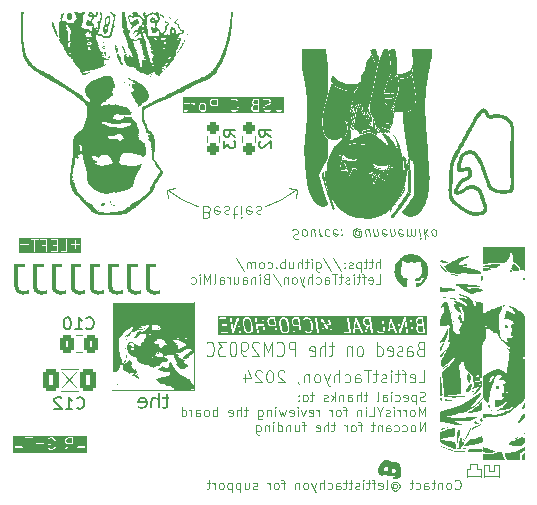
<source format=gbo>
%TF.GenerationSoftware,KiCad,Pcbnew,8.0.4*%
%TF.CreationDate,2024-10-06T13:03:41-05:00*%
%TF.ProjectId,BinauralMic,42696e61-7572-4616-9c4d-69632e6b6963,rev?*%
%TF.SameCoordinates,Original*%
%TF.FileFunction,Legend,Bot*%
%TF.FilePolarity,Positive*%
%FSLAX46Y46*%
G04 Gerber Fmt 4.6, Leading zero omitted, Abs format (unit mm)*
G04 Created by KiCad (PCBNEW 8.0.4) date 2024-10-06 13:03:41*
%MOMM*%
%LPD*%
G01*
G04 APERTURE LIST*
G04 Aperture macros list*
%AMRoundRect*
0 Rectangle with rounded corners*
0 $1 Rounding radius*
0 $2 $3 $4 $5 $6 $7 $8 $9 X,Y pos of 4 corners*
0 Add a 4 corners polygon primitive as box body*
4,1,4,$2,$3,$4,$5,$6,$7,$8,$9,$2,$3,0*
0 Add four circle primitives for the rounded corners*
1,1,$1+$1,$2,$3*
1,1,$1+$1,$4,$5*
1,1,$1+$1,$6,$7*
1,1,$1+$1,$8,$9*
0 Add four rect primitives between the rounded corners*
20,1,$1+$1,$2,$3,$4,$5,0*
20,1,$1+$1,$4,$5,$6,$7,0*
20,1,$1+$1,$6,$7,$8,$9,0*
20,1,$1+$1,$8,$9,$2,$3,0*%
G04 Aperture macros list end*
%ADD10C,0.100000*%
%ADD11C,0.125000*%
%ADD12C,0.150000*%
%ADD13C,0.000000*%
%ADD14C,0.120000*%
%ADD15R,1.350000X1.350000*%
%ADD16O,1.350000X1.350000*%
%ADD17C,2.200000*%
%ADD18C,0.650000*%
%ADD19O,1.000000X2.100000*%
%ADD20O,1.000000X1.800000*%
%ADD21RoundRect,0.237500X0.237500X-0.250000X0.237500X0.250000X-0.237500X0.250000X-0.237500X-0.250000X0*%
%ADD22RoundRect,0.250000X0.412500X0.650000X-0.412500X0.650000X-0.412500X-0.650000X0.412500X-0.650000X0*%
%ADD23RoundRect,0.250000X0.337500X0.475000X-0.337500X0.475000X-0.337500X-0.475000X0.337500X-0.475000X0*%
G04 APERTURE END LIST*
D10*
X134920272Y-59155039D02*
X135600000Y-59000000D01*
X127200000Y-74600000D02*
X126000000Y-75800000D01*
X145879716Y-59155039D02*
X145799988Y-59800000D01*
X134920272Y-59155039D02*
X135000000Y-59800000D01*
X145879716Y-59155039D02*
X145199988Y-59000000D01*
X137600000Y-60600000D02*
G75*
G02*
X134920272Y-59155040I2800000J8400000D01*
G01*
X145879716Y-59155039D02*
G75*
G02*
X143199987Y-60599996I-5479716J6955039D01*
G01*
X126000000Y-74600000D02*
X127200000Y-75800000D01*
X162552380Y-82918609D02*
X162171428Y-82918609D01*
X162980951Y-83347180D02*
X161742856Y-83347180D01*
X162980951Y-82442419D02*
X162980951Y-83442419D01*
X162980951Y-82442419D02*
X162552380Y-82442419D01*
X162552380Y-82442419D02*
X162552380Y-82918609D01*
X162171428Y-82442419D02*
X162171428Y-82918609D01*
X162171428Y-82442419D02*
X161742856Y-82442419D01*
X161742856Y-82442419D02*
X161742856Y-83442419D01*
X161504761Y-82823371D02*
X161171428Y-82823371D01*
X161504761Y-83347180D02*
X160266666Y-83347180D01*
X161504761Y-82823371D02*
X161504761Y-83442419D01*
X161171428Y-82394800D02*
X161171428Y-82823371D01*
X161171428Y-82394800D02*
X160600000Y-82394800D01*
X160600000Y-82394800D02*
X160600000Y-82823371D01*
X160600000Y-82823371D02*
X160266666Y-82823371D01*
X160266666Y-82823371D02*
X160266666Y-83442419D01*
G36*
X126854761Y-80596228D02*
G01*
X126535613Y-80596228D01*
X126458189Y-80557516D01*
X126422044Y-80521372D01*
X126383333Y-80443949D01*
X126383333Y-80324698D01*
X126422044Y-80247274D01*
X126458189Y-80211130D01*
X126535613Y-80172419D01*
X126854761Y-80172419D01*
X126854761Y-80596228D01*
G37*
G36*
X128100161Y-81390200D02*
G01*
X121899838Y-81390200D01*
X121899838Y-80908999D01*
X122010949Y-80908999D01*
X122010949Y-80947267D01*
X122038009Y-80974327D01*
X122057143Y-80978133D01*
X122666666Y-80978133D01*
X122685800Y-80974327D01*
X122712860Y-80947267D01*
X122712860Y-80908999D01*
X122685800Y-80881939D01*
X122666666Y-80878133D01*
X122057143Y-80878133D01*
X122038009Y-80881939D01*
X122010949Y-80908999D01*
X121899838Y-80908999D01*
X121899838Y-80103285D01*
X122906187Y-80103285D01*
X122906187Y-80141553D01*
X122933247Y-80168613D01*
X122952381Y-80172419D01*
X123188095Y-80172419D01*
X123188095Y-81122419D01*
X123191901Y-81141553D01*
X123218961Y-81168613D01*
X123257229Y-81168613D01*
X123284289Y-81141553D01*
X123288095Y-81122419D01*
X123288095Y-80172419D01*
X123523809Y-80172419D01*
X123542943Y-80168613D01*
X123570003Y-80141553D01*
X123570003Y-80122419D01*
X123807143Y-80122419D01*
X123807143Y-81122419D01*
X123810949Y-81141553D01*
X123838009Y-81168613D01*
X123876277Y-81168613D01*
X123903337Y-81141553D01*
X123907143Y-81122419D01*
X123907143Y-80648609D01*
X124378571Y-80648609D01*
X124378571Y-81122419D01*
X124382377Y-81141553D01*
X124409437Y-81168613D01*
X124447705Y-81168613D01*
X124474765Y-81141553D01*
X124478571Y-81122419D01*
X124478571Y-80693847D01*
X124807143Y-80693847D01*
X124807143Y-81027180D01*
X124810949Y-81046314D01*
X124821787Y-81062535D01*
X124869406Y-81110155D01*
X124871488Y-81111546D01*
X124872002Y-81112573D01*
X124878960Y-81116539D01*
X124885627Y-81120994D01*
X124886776Y-81120994D01*
X124888951Y-81122234D01*
X125031807Y-81169853D01*
X125039757Y-81170855D01*
X125047619Y-81172419D01*
X125142857Y-81172419D01*
X125150719Y-81170855D01*
X125158668Y-81169853D01*
X125301525Y-81122234D01*
X125303700Y-81120994D01*
X125304849Y-81120994D01*
X125311519Y-81116536D01*
X125318473Y-81112573D01*
X125318985Y-81111547D01*
X125321070Y-81110155D01*
X125416308Y-81014916D01*
X125420761Y-81008250D01*
X125425673Y-81001922D01*
X125473292Y-80906684D01*
X125474738Y-80901402D01*
X125477078Y-80896450D01*
X125524697Y-80705974D01*
X125524994Y-80699856D01*
X125526190Y-80693847D01*
X125526190Y-80550990D01*
X125524994Y-80544980D01*
X125524697Y-80538863D01*
X125477078Y-80348387D01*
X125474738Y-80343434D01*
X125473292Y-80338153D01*
X125425673Y-80242915D01*
X125420757Y-80236580D01*
X125416307Y-80229921D01*
X125321069Y-80134683D01*
X125318986Y-80133291D01*
X125318473Y-80132265D01*
X125311512Y-80128297D01*
X125304848Y-80123844D01*
X125303700Y-80123844D01*
X125301525Y-80122604D01*
X125300970Y-80122419D01*
X125854761Y-80122419D01*
X125854761Y-81122419D01*
X125858567Y-81141553D01*
X125885627Y-81168613D01*
X125923895Y-81168613D01*
X125950955Y-81141553D01*
X125954761Y-81122419D01*
X125954761Y-80312895D01*
X126283333Y-80312895D01*
X126283333Y-80455752D01*
X126283821Y-80458208D01*
X126283459Y-80459297D01*
X126285575Y-80467024D01*
X126287139Y-80474886D01*
X126287950Y-80475697D01*
X126288612Y-80478113D01*
X126336230Y-80573350D01*
X126341145Y-80579683D01*
X126345597Y-80586345D01*
X126393215Y-80633964D01*
X126399881Y-80638418D01*
X126406210Y-80643330D01*
X126501448Y-80690949D01*
X126503863Y-80691610D01*
X126504675Y-80692422D01*
X126512536Y-80693985D01*
X126520264Y-80696102D01*
X126521352Y-80695739D01*
X126523809Y-80696228D01*
X126570633Y-80696228D01*
X126292371Y-81093746D01*
X126284517Y-81111604D01*
X126291167Y-81149290D01*
X126322518Y-81171235D01*
X126360204Y-81164585D01*
X126374295Y-81151092D01*
X126692699Y-80696228D01*
X126854761Y-80696228D01*
X126854761Y-81122419D01*
X126858567Y-81141553D01*
X126885627Y-81168613D01*
X126923895Y-81168613D01*
X126950955Y-81141553D01*
X126954761Y-81122419D01*
X126954761Y-80908999D01*
X127287139Y-80908999D01*
X127287139Y-80947267D01*
X127314199Y-80974327D01*
X127333333Y-80978133D01*
X127588094Y-80978133D01*
X127588094Y-81232895D01*
X127591900Y-81252029D01*
X127618960Y-81279089D01*
X127657228Y-81279089D01*
X127684288Y-81252029D01*
X127688094Y-81232895D01*
X127688094Y-80978133D01*
X127942856Y-80978133D01*
X127961990Y-80974327D01*
X127989050Y-80947267D01*
X127989050Y-80908999D01*
X127961990Y-80881939D01*
X127942856Y-80878133D01*
X127688094Y-80878133D01*
X127688094Y-80623371D01*
X127684288Y-80604237D01*
X127657228Y-80577177D01*
X127618960Y-80577177D01*
X127591900Y-80604237D01*
X127588094Y-80623371D01*
X127588094Y-80878133D01*
X127333333Y-80878133D01*
X127314199Y-80881939D01*
X127287139Y-80908999D01*
X126954761Y-80908999D01*
X126954761Y-80122419D01*
X126950955Y-80103285D01*
X126923895Y-80076225D01*
X126904761Y-80072419D01*
X126523809Y-80072419D01*
X126521352Y-80072907D01*
X126520264Y-80072545D01*
X126512536Y-80074661D01*
X126504675Y-80076225D01*
X126503863Y-80077036D01*
X126501448Y-80077698D01*
X126406210Y-80125317D01*
X126399881Y-80130228D01*
X126393215Y-80134683D01*
X126345597Y-80182302D01*
X126341145Y-80188963D01*
X126336230Y-80195297D01*
X126288612Y-80290534D01*
X126287950Y-80292949D01*
X126287139Y-80293761D01*
X126285575Y-80301622D01*
X126283459Y-80309350D01*
X126283821Y-80310438D01*
X126283333Y-80312895D01*
X125954761Y-80312895D01*
X125954761Y-80122419D01*
X125950955Y-80103285D01*
X125923895Y-80076225D01*
X125885627Y-80076225D01*
X125858567Y-80103285D01*
X125854761Y-80122419D01*
X125300970Y-80122419D01*
X125158668Y-80074985D01*
X125150719Y-80073982D01*
X125142857Y-80072419D01*
X125000000Y-80072419D01*
X124997543Y-80072907D01*
X124996455Y-80072545D01*
X124988727Y-80074661D01*
X124980866Y-80076225D01*
X124980054Y-80077036D01*
X124977639Y-80077698D01*
X124882401Y-80125317D01*
X124866989Y-80137278D01*
X124854888Y-80173583D01*
X124872002Y-80207811D01*
X124908307Y-80219912D01*
X124927123Y-80214759D01*
X125011804Y-80172419D01*
X125134744Y-80172419D01*
X125258705Y-80213739D01*
X125339858Y-80294892D01*
X125381395Y-80377966D01*
X125426190Y-80557145D01*
X125426190Y-80687692D01*
X125381395Y-80866870D01*
X125339858Y-80949944D01*
X125258704Y-81031098D01*
X125134744Y-81072419D01*
X125055732Y-81072419D01*
X124931772Y-81031099D01*
X124907143Y-81006469D01*
X124907143Y-80743847D01*
X125047619Y-80743847D01*
X125066753Y-80740041D01*
X125093813Y-80712981D01*
X125093813Y-80674713D01*
X125066753Y-80647653D01*
X125047619Y-80643847D01*
X124857143Y-80643847D01*
X124838009Y-80647653D01*
X124810949Y-80674713D01*
X124807143Y-80693847D01*
X124478571Y-80693847D01*
X124478571Y-80122419D01*
X124474765Y-80103285D01*
X124447705Y-80076225D01*
X124409437Y-80076225D01*
X124382377Y-80103285D01*
X124378571Y-80122419D01*
X124378571Y-80548609D01*
X123907143Y-80548609D01*
X123907143Y-80122419D01*
X123903337Y-80103285D01*
X123876277Y-80076225D01*
X123838009Y-80076225D01*
X123810949Y-80103285D01*
X123807143Y-80122419D01*
X123570003Y-80122419D01*
X123570003Y-80103285D01*
X123542943Y-80076225D01*
X123523809Y-80072419D01*
X122952381Y-80072419D01*
X122933247Y-80076225D01*
X122906187Y-80103285D01*
X121899838Y-80103285D01*
X121899838Y-79961308D01*
X128100161Y-79961308D01*
X128100161Y-81390200D01*
G37*
X156219925Y-75442419D02*
X156696115Y-75442419D01*
X156696115Y-75442419D02*
X156696115Y-74442419D01*
X155505639Y-75394800D02*
X155600877Y-75442419D01*
X155600877Y-75442419D02*
X155791353Y-75442419D01*
X155791353Y-75442419D02*
X155886591Y-75394800D01*
X155886591Y-75394800D02*
X155934210Y-75299561D01*
X155934210Y-75299561D02*
X155934210Y-74918609D01*
X155934210Y-74918609D02*
X155886591Y-74823371D01*
X155886591Y-74823371D02*
X155791353Y-74775752D01*
X155791353Y-74775752D02*
X155600877Y-74775752D01*
X155600877Y-74775752D02*
X155505639Y-74823371D01*
X155505639Y-74823371D02*
X155458020Y-74918609D01*
X155458020Y-74918609D02*
X155458020Y-75013847D01*
X155458020Y-75013847D02*
X155934210Y-75109085D01*
X155172305Y-74775752D02*
X154791353Y-74775752D01*
X155029448Y-75442419D02*
X155029448Y-74585276D01*
X155029448Y-74585276D02*
X154981829Y-74490038D01*
X154981829Y-74490038D02*
X154886591Y-74442419D01*
X154886591Y-74442419D02*
X154791353Y-74442419D01*
X154600876Y-74775752D02*
X154219924Y-74775752D01*
X154458019Y-74442419D02*
X154458019Y-75299561D01*
X154458019Y-75299561D02*
X154410400Y-75394800D01*
X154410400Y-75394800D02*
X154315162Y-75442419D01*
X154315162Y-75442419D02*
X154219924Y-75442419D01*
X153886590Y-75442419D02*
X153886590Y-74775752D01*
X153886590Y-74442419D02*
X153934209Y-74490038D01*
X153934209Y-74490038D02*
X153886590Y-74537657D01*
X153886590Y-74537657D02*
X153838971Y-74490038D01*
X153838971Y-74490038D02*
X153886590Y-74442419D01*
X153886590Y-74442419D02*
X153886590Y-74537657D01*
X153458019Y-75394800D02*
X153362781Y-75442419D01*
X153362781Y-75442419D02*
X153172305Y-75442419D01*
X153172305Y-75442419D02*
X153077067Y-75394800D01*
X153077067Y-75394800D02*
X153029448Y-75299561D01*
X153029448Y-75299561D02*
X153029448Y-75251942D01*
X153029448Y-75251942D02*
X153077067Y-75156704D01*
X153077067Y-75156704D02*
X153172305Y-75109085D01*
X153172305Y-75109085D02*
X153315162Y-75109085D01*
X153315162Y-75109085D02*
X153410400Y-75061466D01*
X153410400Y-75061466D02*
X153458019Y-74966228D01*
X153458019Y-74966228D02*
X153458019Y-74918609D01*
X153458019Y-74918609D02*
X153410400Y-74823371D01*
X153410400Y-74823371D02*
X153315162Y-74775752D01*
X153315162Y-74775752D02*
X153172305Y-74775752D01*
X153172305Y-74775752D02*
X153077067Y-74823371D01*
X152743733Y-74775752D02*
X152362781Y-74775752D01*
X152600876Y-74442419D02*
X152600876Y-75299561D01*
X152600876Y-75299561D02*
X152553257Y-75394800D01*
X152553257Y-75394800D02*
X152458019Y-75442419D01*
X152458019Y-75442419D02*
X152362781Y-75442419D01*
X152172304Y-74442419D02*
X151600876Y-74442419D01*
X151886590Y-75442419D02*
X151886590Y-74442419D01*
X150838971Y-75442419D02*
X150838971Y-74918609D01*
X150838971Y-74918609D02*
X150886590Y-74823371D01*
X150886590Y-74823371D02*
X150981828Y-74775752D01*
X150981828Y-74775752D02*
X151172304Y-74775752D01*
X151172304Y-74775752D02*
X151267542Y-74823371D01*
X150838971Y-75394800D02*
X150934209Y-75442419D01*
X150934209Y-75442419D02*
X151172304Y-75442419D01*
X151172304Y-75442419D02*
X151267542Y-75394800D01*
X151267542Y-75394800D02*
X151315161Y-75299561D01*
X151315161Y-75299561D02*
X151315161Y-75204323D01*
X151315161Y-75204323D02*
X151267542Y-75109085D01*
X151267542Y-75109085D02*
X151172304Y-75061466D01*
X151172304Y-75061466D02*
X150934209Y-75061466D01*
X150934209Y-75061466D02*
X150838971Y-75013847D01*
X149934209Y-75394800D02*
X150029447Y-75442419D01*
X150029447Y-75442419D02*
X150219923Y-75442419D01*
X150219923Y-75442419D02*
X150315161Y-75394800D01*
X150315161Y-75394800D02*
X150362780Y-75347180D01*
X150362780Y-75347180D02*
X150410399Y-75251942D01*
X150410399Y-75251942D02*
X150410399Y-74966228D01*
X150410399Y-74966228D02*
X150362780Y-74870990D01*
X150362780Y-74870990D02*
X150315161Y-74823371D01*
X150315161Y-74823371D02*
X150219923Y-74775752D01*
X150219923Y-74775752D02*
X150029447Y-74775752D01*
X150029447Y-74775752D02*
X149934209Y-74823371D01*
X149505637Y-75442419D02*
X149505637Y-74442419D01*
X149077066Y-75442419D02*
X149077066Y-74918609D01*
X149077066Y-74918609D02*
X149124685Y-74823371D01*
X149124685Y-74823371D02*
X149219923Y-74775752D01*
X149219923Y-74775752D02*
X149362780Y-74775752D01*
X149362780Y-74775752D02*
X149458018Y-74823371D01*
X149458018Y-74823371D02*
X149505637Y-74870990D01*
X148696113Y-74775752D02*
X148458018Y-75442419D01*
X148219923Y-74775752D02*
X148458018Y-75442419D01*
X148458018Y-75442419D02*
X148553256Y-75680514D01*
X148553256Y-75680514D02*
X148600875Y-75728133D01*
X148600875Y-75728133D02*
X148696113Y-75775752D01*
X147696113Y-75442419D02*
X147791351Y-75394800D01*
X147791351Y-75394800D02*
X147838970Y-75347180D01*
X147838970Y-75347180D02*
X147886589Y-75251942D01*
X147886589Y-75251942D02*
X147886589Y-74966228D01*
X147886589Y-74966228D02*
X147838970Y-74870990D01*
X147838970Y-74870990D02*
X147791351Y-74823371D01*
X147791351Y-74823371D02*
X147696113Y-74775752D01*
X147696113Y-74775752D02*
X147553256Y-74775752D01*
X147553256Y-74775752D02*
X147458018Y-74823371D01*
X147458018Y-74823371D02*
X147410399Y-74870990D01*
X147410399Y-74870990D02*
X147362780Y-74966228D01*
X147362780Y-74966228D02*
X147362780Y-75251942D01*
X147362780Y-75251942D02*
X147410399Y-75347180D01*
X147410399Y-75347180D02*
X147458018Y-75394800D01*
X147458018Y-75394800D02*
X147553256Y-75442419D01*
X147553256Y-75442419D02*
X147696113Y-75442419D01*
X146934208Y-74775752D02*
X146934208Y-75442419D01*
X146934208Y-74870990D02*
X146886589Y-74823371D01*
X146886589Y-74823371D02*
X146791351Y-74775752D01*
X146791351Y-74775752D02*
X146648494Y-74775752D01*
X146648494Y-74775752D02*
X146553256Y-74823371D01*
X146553256Y-74823371D02*
X146505637Y-74918609D01*
X146505637Y-74918609D02*
X146505637Y-75442419D01*
X145981827Y-75394800D02*
X145981827Y-75442419D01*
X145981827Y-75442419D02*
X146029446Y-75537657D01*
X146029446Y-75537657D02*
X146077065Y-75585276D01*
X144838970Y-74537657D02*
X144791351Y-74490038D01*
X144791351Y-74490038D02*
X144696113Y-74442419D01*
X144696113Y-74442419D02*
X144458018Y-74442419D01*
X144458018Y-74442419D02*
X144362780Y-74490038D01*
X144362780Y-74490038D02*
X144315161Y-74537657D01*
X144315161Y-74537657D02*
X144267542Y-74632895D01*
X144267542Y-74632895D02*
X144267542Y-74728133D01*
X144267542Y-74728133D02*
X144315161Y-74870990D01*
X144315161Y-74870990D02*
X144886589Y-75442419D01*
X144886589Y-75442419D02*
X144267542Y-75442419D01*
X143648494Y-74442419D02*
X143553256Y-74442419D01*
X143553256Y-74442419D02*
X143458018Y-74490038D01*
X143458018Y-74490038D02*
X143410399Y-74537657D01*
X143410399Y-74537657D02*
X143362780Y-74632895D01*
X143362780Y-74632895D02*
X143315161Y-74823371D01*
X143315161Y-74823371D02*
X143315161Y-75061466D01*
X143315161Y-75061466D02*
X143362780Y-75251942D01*
X143362780Y-75251942D02*
X143410399Y-75347180D01*
X143410399Y-75347180D02*
X143458018Y-75394800D01*
X143458018Y-75394800D02*
X143553256Y-75442419D01*
X143553256Y-75442419D02*
X143648494Y-75442419D01*
X143648494Y-75442419D02*
X143743732Y-75394800D01*
X143743732Y-75394800D02*
X143791351Y-75347180D01*
X143791351Y-75347180D02*
X143838970Y-75251942D01*
X143838970Y-75251942D02*
X143886589Y-75061466D01*
X143886589Y-75061466D02*
X143886589Y-74823371D01*
X143886589Y-74823371D02*
X143838970Y-74632895D01*
X143838970Y-74632895D02*
X143791351Y-74537657D01*
X143791351Y-74537657D02*
X143743732Y-74490038D01*
X143743732Y-74490038D02*
X143648494Y-74442419D01*
X142934208Y-74537657D02*
X142886589Y-74490038D01*
X142886589Y-74490038D02*
X142791351Y-74442419D01*
X142791351Y-74442419D02*
X142553256Y-74442419D01*
X142553256Y-74442419D02*
X142458018Y-74490038D01*
X142458018Y-74490038D02*
X142410399Y-74537657D01*
X142410399Y-74537657D02*
X142362780Y-74632895D01*
X142362780Y-74632895D02*
X142362780Y-74728133D01*
X142362780Y-74728133D02*
X142410399Y-74870990D01*
X142410399Y-74870990D02*
X142981827Y-75442419D01*
X142981827Y-75442419D02*
X142362780Y-75442419D01*
X141505637Y-74775752D02*
X141505637Y-75442419D01*
X141743732Y-74394800D02*
X141981827Y-75109085D01*
X141981827Y-75109085D02*
X141362780Y-75109085D01*
D11*
G36*
X141832144Y-70099397D02*
G01*
X141926553Y-70201462D01*
X141997854Y-70420851D01*
X142048423Y-70825409D01*
X142032274Y-71040735D01*
X141967946Y-71136036D01*
X141906016Y-71178023D01*
X141751534Y-71178023D01*
X141671539Y-71131650D01*
X141577130Y-71029585D01*
X141505828Y-70810195D01*
X141455258Y-70405638D01*
X141471408Y-70190311D01*
X141535735Y-70095011D01*
X141597667Y-70053023D01*
X141752149Y-70053023D01*
X141832144Y-70099397D01*
G37*
G36*
X144927382Y-70099397D02*
G01*
X145021791Y-70201462D01*
X145093092Y-70420851D01*
X145143661Y-70825409D01*
X145127512Y-71040735D01*
X145063184Y-71136036D01*
X145001254Y-71178023D01*
X144846772Y-71178023D01*
X144766777Y-71131650D01*
X144672368Y-71029585D01*
X144601066Y-70810195D01*
X144550496Y-70405638D01*
X144566646Y-70190311D01*
X144630973Y-70095011D01*
X144692905Y-70053023D01*
X144847387Y-70053023D01*
X144927382Y-70099397D01*
G37*
G36*
X156616310Y-71178023D02*
G01*
X156322962Y-71178023D01*
X156242967Y-71131650D01*
X156199912Y-71085104D01*
X156146528Y-70983419D01*
X156127156Y-70828442D01*
X156153878Y-70731272D01*
X156178208Y-70695228D01*
X156285059Y-70648261D01*
X156550090Y-70648261D01*
X156616310Y-71178023D01*
G37*
G36*
X156534465Y-70523261D02*
G01*
X156288736Y-70523261D01*
X156208741Y-70476888D01*
X156165686Y-70430342D01*
X156112302Y-70328658D01*
X156100370Y-70233204D01*
X156127092Y-70136034D01*
X156154783Y-70095010D01*
X156216714Y-70053023D01*
X156475686Y-70053023D01*
X156534465Y-70523261D01*
G37*
G36*
X146065716Y-70582785D02*
G01*
X145772368Y-70582785D01*
X145692371Y-70536410D01*
X145649318Y-70489866D01*
X145595933Y-70388181D01*
X145576561Y-70233204D01*
X145603283Y-70136034D01*
X145630974Y-70095010D01*
X145692905Y-70053023D01*
X145999496Y-70053023D01*
X146065716Y-70582785D01*
G37*
G36*
X152113335Y-70582785D02*
G01*
X151819987Y-70582785D01*
X151739990Y-70536410D01*
X151696937Y-70489866D01*
X151643552Y-70388181D01*
X151624180Y-70233204D01*
X151650902Y-70136034D01*
X151678593Y-70095010D01*
X151740524Y-70053023D01*
X152047115Y-70053023D01*
X152113335Y-70582785D01*
G37*
G36*
X151169912Y-70820880D02*
G01*
X150857302Y-70820880D01*
X150940338Y-70234736D01*
X151169912Y-70820880D01*
G37*
G36*
X154074674Y-70820880D02*
G01*
X153762064Y-70820880D01*
X153845100Y-70234736D01*
X154074674Y-70820880D01*
G37*
G36*
X144018097Y-70582785D02*
G01*
X143724749Y-70582785D01*
X143644752Y-70536410D01*
X143601699Y-70489866D01*
X143548314Y-70388181D01*
X143528942Y-70233204D01*
X143555664Y-70136034D01*
X143583355Y-70095010D01*
X143645286Y-70053023D01*
X143951877Y-70053023D01*
X144018097Y-70582785D01*
G37*
G36*
X156888015Y-71441912D02*
G01*
X139191371Y-71441912D01*
X139191371Y-69966605D01*
X139330260Y-69966605D01*
X139330260Y-70014441D01*
X139364084Y-70048265D01*
X139388002Y-70053023D01*
X139809020Y-70053023D01*
X139867799Y-70523261D01*
X139605264Y-70523261D01*
X139581346Y-70528019D01*
X139547522Y-70561843D01*
X139547522Y-70609679D01*
X139581346Y-70643503D01*
X139605264Y-70648261D01*
X139883424Y-70648261D01*
X139949644Y-71178023D01*
X139544252Y-71178023D01*
X139520334Y-71182781D01*
X139486510Y-71216605D01*
X139486510Y-71264441D01*
X139520334Y-71298265D01*
X139544252Y-71303023D01*
X140020443Y-71303023D01*
X140044361Y-71298265D01*
X140047263Y-71295362D01*
X140051338Y-71294853D01*
X140063816Y-71278809D01*
X140078185Y-71264441D01*
X140078185Y-71260336D01*
X140080706Y-71257095D01*
X140082460Y-71232771D01*
X139928148Y-69998275D01*
X140278366Y-69998275D01*
X140434616Y-71248275D01*
X140442304Y-71271419D01*
X140450869Y-71278080D01*
X140455733Y-71287782D01*
X140469014Y-71292193D01*
X140480062Y-71300786D01*
X140490831Y-71299439D01*
X140501131Y-71302861D01*
X140513641Y-71296588D01*
X140527528Y-71294853D01*
X140534190Y-71286286D01*
X140543892Y-71281423D01*
X140555947Y-71260224D01*
X140884056Y-70272368D01*
X141006045Y-71248275D01*
X141013733Y-71271419D01*
X141051491Y-71300786D01*
X141098957Y-71294853D01*
X141128325Y-71257095D01*
X141130079Y-71232771D01*
X141026297Y-70402515D01*
X141330141Y-70402515D01*
X141330898Y-70408714D01*
X141330449Y-70414942D01*
X141382533Y-70831610D01*
X141384409Y-70837259D01*
X141385110Y-70843175D01*
X141462491Y-71081270D01*
X141463333Y-71082773D01*
X141463301Y-71083603D01*
X141469039Y-71092960D01*
X141474409Y-71102546D01*
X141475149Y-71102923D01*
X141476050Y-71104392D01*
X141586168Y-71223440D01*
X141593713Y-71228917D01*
X141600705Y-71235071D01*
X141703382Y-71294594D01*
X141709086Y-71296541D01*
X141710810Y-71298265D01*
X141718777Y-71299850D01*
X141726461Y-71302473D01*
X141728814Y-71301846D01*
X141734728Y-71303023D01*
X141925205Y-71303023D01*
X141934682Y-71301137D01*
X141937810Y-71301738D01*
X141943288Y-71299425D01*
X141949123Y-71298265D01*
X141951376Y-71296011D01*
X141960277Y-71292255D01*
X142048074Y-71232732D01*
X142056391Y-71224301D01*
X142064805Y-71215967D01*
X142145162Y-71096919D01*
X142147373Y-71091650D01*
X142149150Y-71090122D01*
X142151378Y-71082107D01*
X142154600Y-71074433D01*
X142154153Y-71072130D01*
X142155684Y-71066626D01*
X142173541Y-70828531D01*
X142172783Y-70822331D01*
X142173233Y-70816105D01*
X142121150Y-70399438D01*
X142119273Y-70393789D01*
X142118573Y-70387872D01*
X142041192Y-70149777D01*
X142040348Y-70148271D01*
X142040381Y-70147444D01*
X142034649Y-70138096D01*
X142029274Y-70128501D01*
X142028533Y-70128123D01*
X142027633Y-70126655D01*
X141917514Y-70007607D01*
X141909975Y-70002134D01*
X141905591Y-69998275D01*
X142373604Y-69998275D01*
X142529854Y-71248275D01*
X142537542Y-71271419D01*
X142575300Y-71300786D01*
X142622766Y-71294853D01*
X142652134Y-71257095D01*
X142653888Y-71232771D01*
X142580824Y-70648261D01*
X143026281Y-70648261D01*
X143101283Y-71248275D01*
X143108971Y-71271419D01*
X143146729Y-71300786D01*
X143194195Y-71294853D01*
X143223563Y-71257095D01*
X143225317Y-71232771D01*
X143100767Y-70236371D01*
X143403366Y-70236371D01*
X143425688Y-70414943D01*
X143429206Y-70425533D01*
X143432368Y-70436242D01*
X143494868Y-70555290D01*
X143500029Y-70561675D01*
X143504324Y-70568678D01*
X143559383Y-70628201D01*
X143566921Y-70633673D01*
X143573918Y-70639832D01*
X143676598Y-70699356D01*
X143682301Y-70701303D01*
X143684025Y-70703027D01*
X143691989Y-70704611D01*
X143699676Y-70707236D01*
X143702032Y-70706609D01*
X143707943Y-70707785D01*
X144033722Y-70707785D01*
X144101283Y-71248275D01*
X144108971Y-71271419D01*
X144146729Y-71300786D01*
X144194195Y-71294853D01*
X144223563Y-71257095D01*
X144225317Y-71232771D01*
X144121535Y-70402515D01*
X144425379Y-70402515D01*
X144426136Y-70408714D01*
X144425687Y-70414942D01*
X144477771Y-70831610D01*
X144479647Y-70837259D01*
X144480348Y-70843175D01*
X144557729Y-71081270D01*
X144558571Y-71082773D01*
X144558539Y-71083603D01*
X144564277Y-71092960D01*
X144569647Y-71102546D01*
X144570387Y-71102923D01*
X144571288Y-71104392D01*
X144681406Y-71223440D01*
X144688951Y-71228917D01*
X144695943Y-71235071D01*
X144798620Y-71294594D01*
X144804324Y-71296541D01*
X144806048Y-71298265D01*
X144814015Y-71299850D01*
X144821699Y-71302473D01*
X144824052Y-71301846D01*
X144829966Y-71303023D01*
X145020443Y-71303023D01*
X145029920Y-71301137D01*
X145033048Y-71301738D01*
X145038526Y-71299425D01*
X145044361Y-71298265D01*
X145046614Y-71296011D01*
X145055515Y-71292255D01*
X145143312Y-71232732D01*
X145151629Y-71224301D01*
X145160043Y-71215967D01*
X145240400Y-71096919D01*
X145242611Y-71091650D01*
X145244388Y-71090122D01*
X145246616Y-71082107D01*
X145249838Y-71074433D01*
X145249391Y-71072130D01*
X145250922Y-71066626D01*
X145268779Y-70828531D01*
X145268021Y-70822331D01*
X145268471Y-70816105D01*
X145216388Y-70399438D01*
X145214511Y-70393789D01*
X145213811Y-70387872D01*
X145164573Y-70236371D01*
X145450985Y-70236371D01*
X145473307Y-70414943D01*
X145476825Y-70425533D01*
X145479987Y-70436242D01*
X145542487Y-70555290D01*
X145547648Y-70561675D01*
X145551943Y-70568678D01*
X145607002Y-70628201D01*
X145614540Y-70633673D01*
X145621537Y-70639832D01*
X145724217Y-70699356D01*
X145729920Y-70701303D01*
X145731644Y-70703027D01*
X145739608Y-70704611D01*
X145747295Y-70707236D01*
X145749651Y-70706609D01*
X145755562Y-70707785D01*
X145803074Y-70707785D01*
X145582178Y-71215592D01*
X145577000Y-71239423D01*
X145594524Y-71283931D01*
X145638390Y-71303013D01*
X145682898Y-71285489D01*
X145696802Y-71265454D01*
X145939388Y-70707785D01*
X146081341Y-70707785D01*
X146148902Y-71248275D01*
X146156590Y-71271419D01*
X146194348Y-71300786D01*
X146241814Y-71294853D01*
X146271182Y-71257095D01*
X146272936Y-71232771D01*
X146130976Y-70097090D01*
X146436880Y-70097090D01*
X146445991Y-70144049D01*
X146485640Y-70170812D01*
X146532599Y-70161701D01*
X146549924Y-70144538D01*
X146579994Y-70099990D01*
X146686845Y-70053023D01*
X146757028Y-70053023D01*
X146883023Y-70102922D01*
X146977878Y-70205469D01*
X147034067Y-70312496D01*
X147107973Y-70539899D01*
X147128781Y-70706361D01*
X147111844Y-70932180D01*
X147083435Y-71035488D01*
X147018927Y-71131055D01*
X146912073Y-71178023D01*
X146841892Y-71178023D01*
X146715897Y-71128124D01*
X146670490Y-71079036D01*
X146650756Y-71064708D01*
X146602958Y-71062846D01*
X146567841Y-71095329D01*
X146565979Y-71143127D01*
X146578728Y-71163916D01*
X146633788Y-71223441D01*
X146635723Y-71224846D01*
X146636170Y-71225878D01*
X146644999Y-71231580D01*
X146653522Y-71237768D01*
X146654647Y-71237811D01*
X146656656Y-71239109D01*
X146806952Y-71298632D01*
X146818485Y-71300739D01*
X146829966Y-71303023D01*
X146925204Y-71303023D01*
X146926115Y-71302841D01*
X146926543Y-71303008D01*
X146937808Y-71300515D01*
X146949122Y-71298265D01*
X146949446Y-71297940D01*
X146950354Y-71297740D01*
X147085770Y-71238217D01*
X147092252Y-71233681D01*
X147095099Y-71233129D01*
X147100046Y-71228227D01*
X147105752Y-71224236D01*
X147106803Y-71221534D01*
X147112424Y-71215967D01*
X147192781Y-71096919D01*
X147196702Y-71087576D01*
X147201241Y-71078524D01*
X147233979Y-70959477D01*
X147234415Y-70953424D01*
X147236041Y-70947579D01*
X147253899Y-70709483D01*
X147253141Y-70703283D01*
X147253591Y-70697057D01*
X147231269Y-70518486D01*
X147229392Y-70512836D01*
X147228692Y-70506920D01*
X147151311Y-70268824D01*
X147148712Y-70264184D01*
X147147208Y-70259090D01*
X147084708Y-70140043D01*
X147079544Y-70133655D01*
X147075252Y-70126655D01*
X146965133Y-70007607D01*
X146963197Y-70006202D01*
X146962751Y-70005169D01*
X146953905Y-69999456D01*
X146952278Y-69998275D01*
X147468842Y-69998275D01*
X147625092Y-71248275D01*
X147632780Y-71271419D01*
X147670538Y-71300786D01*
X147718004Y-71294853D01*
X147747372Y-71257095D01*
X147749126Y-71232771D01*
X147594388Y-69994870D01*
X147944701Y-69994870D01*
X147945156Y-69996543D01*
X147945032Y-69998275D01*
X148101282Y-71248275D01*
X148108970Y-71271419D01*
X148146728Y-71300786D01*
X148194194Y-71294853D01*
X148223562Y-71257095D01*
X148225316Y-71232771D01*
X148114504Y-70346281D01*
X148396051Y-70911256D01*
X148410977Y-70930541D01*
X148413492Y-70931383D01*
X148414860Y-70933655D01*
X148435835Y-70938863D01*
X148456337Y-70945728D01*
X148458711Y-70944544D01*
X148461286Y-70945184D01*
X148479810Y-70934030D01*
X148499151Y-70924392D01*
X148499992Y-70921878D01*
X148502265Y-70920510D01*
X148512648Y-70898443D01*
X148653381Y-70331732D01*
X148767949Y-71248275D01*
X148775637Y-71271419D01*
X148813395Y-71300786D01*
X148860861Y-71294853D01*
X148890229Y-71257095D01*
X148891983Y-71232771D01*
X148889962Y-71216605D01*
X149867462Y-71216605D01*
X149867462Y-71264441D01*
X149901286Y-71298265D01*
X149925204Y-71303023D01*
X150401395Y-71303023D01*
X150425313Y-71298265D01*
X150428215Y-71295362D01*
X150432290Y-71294853D01*
X150444768Y-71278809D01*
X150459137Y-71264441D01*
X150459137Y-71260336D01*
X150461658Y-71257095D01*
X150463412Y-71232771D01*
X150463285Y-71231756D01*
X150672846Y-71231756D01*
X150674202Y-71256105D01*
X150702947Y-71294339D01*
X150750310Y-71301049D01*
X150788544Y-71272304D01*
X150796610Y-71249290D01*
X150839593Y-70945880D01*
X151218870Y-70945880D01*
X151343199Y-71263316D01*
X151356352Y-71283852D01*
X151400182Y-71303011D01*
X151444724Y-71285565D01*
X151463883Y-71241735D01*
X151459590Y-71217730D01*
X151075225Y-70236371D01*
X151498604Y-70236371D01*
X151520926Y-70414943D01*
X151524444Y-70425533D01*
X151527606Y-70436242D01*
X151590106Y-70555290D01*
X151595267Y-70561675D01*
X151599562Y-70568678D01*
X151654621Y-70628201D01*
X151662159Y-70633673D01*
X151669156Y-70639832D01*
X151771836Y-70699356D01*
X151777539Y-70701303D01*
X151779263Y-70703027D01*
X151787227Y-70704611D01*
X151794914Y-70707236D01*
X151797270Y-70706609D01*
X151803181Y-70707785D01*
X151850693Y-70707785D01*
X151629797Y-71215592D01*
X151624619Y-71239423D01*
X151642143Y-71283931D01*
X151686009Y-71303013D01*
X151730517Y-71285489D01*
X151744421Y-71265454D01*
X151987007Y-70707785D01*
X152128960Y-70707785D01*
X152196521Y-71248275D01*
X152204209Y-71271419D01*
X152241967Y-71300786D01*
X152289433Y-71294853D01*
X152318801Y-71257095D01*
X152320555Y-71232771D01*
X152166243Y-69998275D01*
X152516461Y-69998275D01*
X152642949Y-71010180D01*
X152646464Y-71020762D01*
X152649629Y-71031480D01*
X152712129Y-71150528D01*
X152717290Y-71156913D01*
X152721585Y-71163916D01*
X152776645Y-71223441D01*
X152784193Y-71228921D01*
X152791181Y-71235071D01*
X152893858Y-71294594D01*
X152899562Y-71296541D01*
X152901286Y-71298265D01*
X152909253Y-71299850D01*
X152916937Y-71302473D01*
X152919290Y-71301846D01*
X152925204Y-71303023D01*
X153115681Y-71303023D01*
X153125158Y-71301137D01*
X153128286Y-71301738D01*
X153133764Y-71299425D01*
X153139599Y-71298265D01*
X153141852Y-71296011D01*
X153150753Y-71292255D01*
X153238550Y-71232732D01*
X153239513Y-71231756D01*
X153577608Y-71231756D01*
X153578964Y-71256105D01*
X153607709Y-71294339D01*
X153655072Y-71301049D01*
X153693306Y-71272304D01*
X153701372Y-71249290D01*
X153744355Y-70945880D01*
X154123632Y-70945880D01*
X154247961Y-71263316D01*
X154261114Y-71283852D01*
X154304944Y-71303011D01*
X154349486Y-71285565D01*
X154368645Y-71241735D01*
X154364352Y-71217730D01*
X153886733Y-69998275D01*
X154421223Y-69998275D01*
X154577473Y-71248275D01*
X154585161Y-71271419D01*
X154593726Y-71278080D01*
X154598590Y-71287782D01*
X154611871Y-71292193D01*
X154622919Y-71300786D01*
X154633688Y-71299439D01*
X154643988Y-71302861D01*
X154656498Y-71296588D01*
X154670385Y-71294853D01*
X154677047Y-71286286D01*
X154686749Y-71281423D01*
X154698804Y-71260224D01*
X155026913Y-70272368D01*
X155148902Y-71248275D01*
X155156590Y-71271419D01*
X155194348Y-71300786D01*
X155241814Y-71294853D01*
X155271182Y-71257095D01*
X155272936Y-71232771D01*
X155118624Y-69998275D01*
X155468842Y-69998275D01*
X155625092Y-71248275D01*
X155632780Y-71271419D01*
X155670538Y-71300786D01*
X155718004Y-71294853D01*
X155747372Y-71257095D01*
X155749126Y-71232771D01*
X155624576Y-70236371D01*
X155974794Y-70236371D01*
X155989675Y-70355418D01*
X155993190Y-70366000D01*
X155996355Y-70376718D01*
X156058855Y-70495766D01*
X156064016Y-70502151D01*
X156068311Y-70509154D01*
X156123371Y-70568679D01*
X156130919Y-70574159D01*
X156134946Y-70577703D01*
X156111364Y-70588069D01*
X156104882Y-70592603D01*
X156102036Y-70593156D01*
X156097089Y-70598055D01*
X156091382Y-70602049D01*
X156090329Y-70604752D01*
X156084711Y-70610318D01*
X156044532Y-70669842D01*
X156040610Y-70679184D01*
X156036072Y-70688237D01*
X156003334Y-70807285D01*
X156003334Y-70807286D01*
X156001580Y-70831609D01*
X156023901Y-71010180D01*
X156027417Y-71020767D01*
X156030581Y-71031480D01*
X156093081Y-71150528D01*
X156098242Y-71156913D01*
X156102537Y-71163916D01*
X156157597Y-71223441D01*
X156165145Y-71228921D01*
X156172133Y-71235071D01*
X156274810Y-71294594D01*
X156280514Y-71296541D01*
X156282238Y-71298265D01*
X156290205Y-71299850D01*
X156297889Y-71302473D01*
X156300242Y-71301846D01*
X156306156Y-71303023D01*
X156687109Y-71303023D01*
X156711027Y-71298265D01*
X156713929Y-71295362D01*
X156718004Y-71294853D01*
X156730482Y-71278809D01*
X156744851Y-71264441D01*
X156744851Y-71260336D01*
X156747372Y-71257095D01*
X156749126Y-71232771D01*
X156592876Y-69982771D01*
X156588601Y-69969902D01*
X156588601Y-69966605D01*
X156586960Y-69964964D01*
X156585188Y-69959628D01*
X156569148Y-69947152D01*
X156554777Y-69932781D01*
X156549260Y-69931683D01*
X156547430Y-69930260D01*
X156544159Y-69930668D01*
X156530859Y-69928023D01*
X156197525Y-69928023D01*
X156188047Y-69929908D01*
X156184920Y-69929308D01*
X156179441Y-69931620D01*
X156173607Y-69932781D01*
X156171353Y-69935034D01*
X156162453Y-69938791D01*
X156074655Y-69998315D01*
X156066294Y-70006789D01*
X156057925Y-70015080D01*
X156017746Y-70074604D01*
X156013824Y-70083946D01*
X156009286Y-70092999D01*
X155976548Y-70212047D01*
X155975418Y-70227724D01*
X155974794Y-70236371D01*
X155624576Y-70236371D01*
X155592876Y-69982771D01*
X155585188Y-69959628D01*
X155547430Y-69930260D01*
X155499964Y-69936194D01*
X155470596Y-69973952D01*
X155468842Y-69998275D01*
X155118624Y-69998275D01*
X155116686Y-69982771D01*
X155108998Y-69959628D01*
X155100433Y-69952966D01*
X155095569Y-69943264D01*
X155082287Y-69938852D01*
X155071240Y-69930260D01*
X155060471Y-69931606D01*
X155050171Y-69928185D01*
X155037658Y-69934458D01*
X155023774Y-69936194D01*
X155017112Y-69944758D01*
X155007410Y-69949623D01*
X154995355Y-69970822D01*
X154667245Y-70958677D01*
X154545257Y-69982771D01*
X154537569Y-69959628D01*
X154499811Y-69930260D01*
X154452345Y-69936194D01*
X154422977Y-69973952D01*
X154421223Y-69998275D01*
X153886733Y-69998275D01*
X153874770Y-69967730D01*
X153861617Y-69947194D01*
X153853606Y-69943692D01*
X153848355Y-69936707D01*
X153832481Y-69934458D01*
X153817787Y-69928035D01*
X153809646Y-69931223D01*
X153800992Y-69929997D01*
X153788176Y-69939632D01*
X153773245Y-69945480D01*
X153769743Y-69953490D01*
X153762758Y-69958742D01*
X153754692Y-69981757D01*
X153577608Y-71231756D01*
X153239513Y-71231756D01*
X153246846Y-71224322D01*
X153255281Y-71215967D01*
X153295460Y-71156444D01*
X153299382Y-71147097D01*
X153303920Y-71138048D01*
X153336658Y-71019001D01*
X153338412Y-70994677D01*
X153338411Y-70994676D01*
X153338412Y-70994676D01*
X153211924Y-69982771D01*
X153204236Y-69959628D01*
X153166478Y-69930260D01*
X153119012Y-69936194D01*
X153089644Y-69973952D01*
X153087890Y-69998275D01*
X153212835Y-70997842D01*
X153186114Y-71095012D01*
X153158422Y-71136036D01*
X153096492Y-71178023D01*
X152942010Y-71178023D01*
X152862015Y-71131650D01*
X152818960Y-71085104D01*
X152765575Y-70983419D01*
X152640495Y-69982771D01*
X152632807Y-69959628D01*
X152595049Y-69930260D01*
X152547583Y-69936194D01*
X152518215Y-69973952D01*
X152516461Y-69998275D01*
X152166243Y-69998275D01*
X152164305Y-69982771D01*
X152160030Y-69969902D01*
X152160030Y-69966605D01*
X152158389Y-69964964D01*
X152156617Y-69959628D01*
X152140577Y-69947152D01*
X152126206Y-69932781D01*
X152120689Y-69931683D01*
X152118859Y-69930260D01*
X152115588Y-69930668D01*
X152102288Y-69928023D01*
X151721335Y-69928023D01*
X151711857Y-69929908D01*
X151708730Y-69929308D01*
X151703251Y-69931620D01*
X151697417Y-69932781D01*
X151695163Y-69935034D01*
X151686263Y-69938791D01*
X151598465Y-69998315D01*
X151590104Y-70006789D01*
X151581735Y-70015080D01*
X151541556Y-70074604D01*
X151537634Y-70083946D01*
X151533096Y-70092999D01*
X151500358Y-70212047D01*
X151499228Y-70227724D01*
X151498604Y-70236371D01*
X151075225Y-70236371D01*
X150970008Y-69967730D01*
X150956855Y-69947194D01*
X150948844Y-69943692D01*
X150943593Y-69936707D01*
X150927719Y-69934458D01*
X150913025Y-69928035D01*
X150904884Y-69931223D01*
X150896230Y-69929997D01*
X150883414Y-69939632D01*
X150868483Y-69945480D01*
X150864981Y-69953490D01*
X150857996Y-69958742D01*
X150849930Y-69981757D01*
X150672846Y-71231756D01*
X150463285Y-71231756D01*
X150307162Y-69982771D01*
X150299474Y-69959628D01*
X150261716Y-69930260D01*
X150214250Y-69936194D01*
X150184882Y-69973952D01*
X150183128Y-69998275D01*
X150330596Y-71178023D01*
X149925204Y-71178023D01*
X149901286Y-71182781D01*
X149867462Y-71216605D01*
X148889962Y-71216605D01*
X148735733Y-69982771D01*
X148735482Y-69982017D01*
X148735520Y-69981227D01*
X148734851Y-69980115D01*
X148728045Y-69959628D01*
X148717642Y-69951537D01*
X148710845Y-69940248D01*
X148699509Y-69937432D01*
X148690287Y-69930260D01*
X148677208Y-69931894D01*
X148664420Y-69928719D01*
X148654412Y-69934744D01*
X148642821Y-69936194D01*
X148634730Y-69946596D01*
X148623441Y-69953394D01*
X148614249Y-69972928D01*
X148613453Y-69973952D01*
X148613396Y-69974741D01*
X148613058Y-69975460D01*
X148432234Y-70703608D01*
X148062988Y-69962647D01*
X148061924Y-69961272D01*
X148061378Y-69959628D01*
X148059551Y-69958207D01*
X148048061Y-69943362D01*
X148034723Y-69938896D01*
X148023620Y-69930260D01*
X148012923Y-69931597D01*
X148002702Y-69928175D01*
X147990112Y-69934448D01*
X147976154Y-69936194D01*
X147969535Y-69944703D01*
X147959888Y-69949511D01*
X147955422Y-69962848D01*
X147946786Y-69973952D01*
X147945435Y-69992675D01*
X147944701Y-69994870D01*
X147594388Y-69994870D01*
X147592876Y-69982771D01*
X147585188Y-69959628D01*
X147547430Y-69930260D01*
X147499964Y-69936194D01*
X147470596Y-69973952D01*
X147468842Y-69998275D01*
X146952278Y-69998275D01*
X146945399Y-69993280D01*
X146944275Y-69993236D01*
X146942266Y-69991938D01*
X146791967Y-69932414D01*
X146780440Y-69930308D01*
X146768954Y-69928023D01*
X146673716Y-69928023D01*
X146672803Y-69928204D01*
X146672376Y-69928038D01*
X146661127Y-69930527D01*
X146649798Y-69932781D01*
X146649472Y-69933106D01*
X146648566Y-69933307D01*
X146513150Y-69992831D01*
X146506668Y-69997365D01*
X146503822Y-69997918D01*
X146498875Y-70002817D01*
X146493168Y-70006811D01*
X146492115Y-70009514D01*
X146486497Y-70015080D01*
X146446318Y-70074604D01*
X146436880Y-70097090D01*
X146130976Y-70097090D01*
X146116686Y-69982771D01*
X146112411Y-69969902D01*
X146112411Y-69966605D01*
X146110770Y-69964964D01*
X146108998Y-69959628D01*
X146092958Y-69947152D01*
X146078587Y-69932781D01*
X146073070Y-69931683D01*
X146071240Y-69930260D01*
X146067969Y-69930668D01*
X146054669Y-69928023D01*
X145673716Y-69928023D01*
X145664238Y-69929908D01*
X145661111Y-69929308D01*
X145655632Y-69931620D01*
X145649798Y-69932781D01*
X145647544Y-69935034D01*
X145638644Y-69938791D01*
X145550846Y-69998315D01*
X145542485Y-70006789D01*
X145534116Y-70015080D01*
X145493937Y-70074604D01*
X145490015Y-70083946D01*
X145485477Y-70092999D01*
X145452739Y-70212047D01*
X145451609Y-70227724D01*
X145450985Y-70236371D01*
X145164573Y-70236371D01*
X145136430Y-70149777D01*
X145135586Y-70148271D01*
X145135619Y-70147444D01*
X145129887Y-70138096D01*
X145124512Y-70128501D01*
X145123771Y-70128123D01*
X145122871Y-70126655D01*
X145012752Y-70007607D01*
X145005213Y-70002134D01*
X144998217Y-69995976D01*
X144895539Y-69936452D01*
X144889834Y-69934504D01*
X144888111Y-69932781D01*
X144880143Y-69931195D01*
X144872460Y-69928573D01*
X144870105Y-69929199D01*
X144864193Y-69928023D01*
X144673716Y-69928023D01*
X144664238Y-69929908D01*
X144661111Y-69929308D01*
X144655632Y-69931620D01*
X144649798Y-69932781D01*
X144647544Y-69935034D01*
X144638644Y-69938791D01*
X144550846Y-69998315D01*
X144542485Y-70006789D01*
X144534116Y-70015080D01*
X144453759Y-70134128D01*
X144451547Y-70139396D01*
X144449771Y-70140925D01*
X144447542Y-70148939D01*
X144444321Y-70156614D01*
X144444767Y-70158915D01*
X144443237Y-70164420D01*
X144425379Y-70402515D01*
X144121535Y-70402515D01*
X144069067Y-69982771D01*
X144064792Y-69969902D01*
X144064792Y-69966605D01*
X144063151Y-69964964D01*
X144061379Y-69959628D01*
X144045339Y-69947152D01*
X144030968Y-69932781D01*
X144025451Y-69931683D01*
X144023621Y-69930260D01*
X144020350Y-69930668D01*
X144007050Y-69928023D01*
X143626097Y-69928023D01*
X143616619Y-69929908D01*
X143613492Y-69929308D01*
X143608013Y-69931620D01*
X143602179Y-69932781D01*
X143599925Y-69935034D01*
X143591025Y-69938791D01*
X143503227Y-69998315D01*
X143494866Y-70006789D01*
X143486497Y-70015080D01*
X143446318Y-70074604D01*
X143442396Y-70083946D01*
X143437858Y-70092999D01*
X143405120Y-70212047D01*
X143403990Y-70227724D01*
X143403366Y-70236371D01*
X143100767Y-70236371D01*
X143069067Y-69982771D01*
X143061379Y-69959628D01*
X143023621Y-69930260D01*
X142976155Y-69936194D01*
X142946787Y-69973952D01*
X142945033Y-69998275D01*
X143010656Y-70523261D01*
X142565199Y-70523261D01*
X142497638Y-69982771D01*
X142489950Y-69959628D01*
X142452192Y-69930260D01*
X142404726Y-69936194D01*
X142375358Y-69973952D01*
X142373604Y-69998275D01*
X141905591Y-69998275D01*
X141902979Y-69995976D01*
X141800301Y-69936452D01*
X141794596Y-69934504D01*
X141792873Y-69932781D01*
X141784905Y-69931195D01*
X141777222Y-69928573D01*
X141774867Y-69929199D01*
X141768955Y-69928023D01*
X141578478Y-69928023D01*
X141569000Y-69929908D01*
X141565873Y-69929308D01*
X141560394Y-69931620D01*
X141554560Y-69932781D01*
X141552306Y-69935034D01*
X141543406Y-69938791D01*
X141455608Y-69998315D01*
X141447247Y-70006789D01*
X141438878Y-70015080D01*
X141358521Y-70134128D01*
X141356309Y-70139396D01*
X141354533Y-70140925D01*
X141352304Y-70148939D01*
X141349083Y-70156614D01*
X141349529Y-70158915D01*
X141347999Y-70164420D01*
X141330141Y-70402515D01*
X141026297Y-70402515D01*
X140973829Y-69982771D01*
X140966141Y-69959628D01*
X140957576Y-69952966D01*
X140952712Y-69943264D01*
X140939430Y-69938852D01*
X140928383Y-69930260D01*
X140917614Y-69931606D01*
X140907314Y-69928185D01*
X140894801Y-69934458D01*
X140880917Y-69936194D01*
X140874255Y-69944758D01*
X140864553Y-69949623D01*
X140852498Y-69970822D01*
X140524388Y-70958677D01*
X140402400Y-69982771D01*
X140394712Y-69959628D01*
X140356954Y-69930260D01*
X140309488Y-69936194D01*
X140280120Y-69973952D01*
X140278366Y-69998275D01*
X139928148Y-69998275D01*
X139926210Y-69982771D01*
X139921935Y-69969902D01*
X139921935Y-69966605D01*
X139920294Y-69964964D01*
X139918522Y-69959628D01*
X139902482Y-69947152D01*
X139888111Y-69932781D01*
X139882594Y-69931683D01*
X139880764Y-69930260D01*
X139877493Y-69930668D01*
X139864193Y-69928023D01*
X139388002Y-69928023D01*
X139364084Y-69932781D01*
X139330260Y-69966605D01*
X139191371Y-69966605D01*
X139191371Y-69789134D01*
X156888015Y-69789134D01*
X156888015Y-71441912D01*
G37*
D10*
X156781830Y-76994800D02*
X156667544Y-77032895D01*
X156667544Y-77032895D02*
X156477068Y-77032895D01*
X156477068Y-77032895D02*
X156400877Y-76994800D01*
X156400877Y-76994800D02*
X156362782Y-76956704D01*
X156362782Y-76956704D02*
X156324687Y-76880514D01*
X156324687Y-76880514D02*
X156324687Y-76804323D01*
X156324687Y-76804323D02*
X156362782Y-76728133D01*
X156362782Y-76728133D02*
X156400877Y-76690038D01*
X156400877Y-76690038D02*
X156477068Y-76651942D01*
X156477068Y-76651942D02*
X156629449Y-76613847D01*
X156629449Y-76613847D02*
X156705639Y-76575752D01*
X156705639Y-76575752D02*
X156743734Y-76537657D01*
X156743734Y-76537657D02*
X156781830Y-76461466D01*
X156781830Y-76461466D02*
X156781830Y-76385276D01*
X156781830Y-76385276D02*
X156743734Y-76309085D01*
X156743734Y-76309085D02*
X156705639Y-76270990D01*
X156705639Y-76270990D02*
X156629449Y-76232895D01*
X156629449Y-76232895D02*
X156438972Y-76232895D01*
X156438972Y-76232895D02*
X156324687Y-76270990D01*
X155981829Y-76499561D02*
X155981829Y-77299561D01*
X155981829Y-76537657D02*
X155905639Y-76499561D01*
X155905639Y-76499561D02*
X155753258Y-76499561D01*
X155753258Y-76499561D02*
X155677067Y-76537657D01*
X155677067Y-76537657D02*
X155638972Y-76575752D01*
X155638972Y-76575752D02*
X155600877Y-76651942D01*
X155600877Y-76651942D02*
X155600877Y-76880514D01*
X155600877Y-76880514D02*
X155638972Y-76956704D01*
X155638972Y-76956704D02*
X155677067Y-76994800D01*
X155677067Y-76994800D02*
X155753258Y-77032895D01*
X155753258Y-77032895D02*
X155905639Y-77032895D01*
X155905639Y-77032895D02*
X155981829Y-76994800D01*
X154953257Y-76994800D02*
X155029448Y-77032895D01*
X155029448Y-77032895D02*
X155181829Y-77032895D01*
X155181829Y-77032895D02*
X155258019Y-76994800D01*
X155258019Y-76994800D02*
X155296115Y-76918609D01*
X155296115Y-76918609D02*
X155296115Y-76613847D01*
X155296115Y-76613847D02*
X155258019Y-76537657D01*
X155258019Y-76537657D02*
X155181829Y-76499561D01*
X155181829Y-76499561D02*
X155029448Y-76499561D01*
X155029448Y-76499561D02*
X154953257Y-76537657D01*
X154953257Y-76537657D02*
X154915162Y-76613847D01*
X154915162Y-76613847D02*
X154915162Y-76690038D01*
X154915162Y-76690038D02*
X155296115Y-76766228D01*
X154229448Y-76994800D02*
X154305639Y-77032895D01*
X154305639Y-77032895D02*
X154458020Y-77032895D01*
X154458020Y-77032895D02*
X154534210Y-76994800D01*
X154534210Y-76994800D02*
X154572305Y-76956704D01*
X154572305Y-76956704D02*
X154610401Y-76880514D01*
X154610401Y-76880514D02*
X154610401Y-76651942D01*
X154610401Y-76651942D02*
X154572305Y-76575752D01*
X154572305Y-76575752D02*
X154534210Y-76537657D01*
X154534210Y-76537657D02*
X154458020Y-76499561D01*
X154458020Y-76499561D02*
X154305639Y-76499561D01*
X154305639Y-76499561D02*
X154229448Y-76537657D01*
X153886591Y-77032895D02*
X153886591Y-76499561D01*
X153886591Y-76232895D02*
X153924687Y-76270990D01*
X153924687Y-76270990D02*
X153886591Y-76309085D01*
X153886591Y-76309085D02*
X153848496Y-76270990D01*
X153848496Y-76270990D02*
X153886591Y-76232895D01*
X153886591Y-76232895D02*
X153886591Y-76309085D01*
X153162782Y-77032895D02*
X153162782Y-76613847D01*
X153162782Y-76613847D02*
X153200877Y-76537657D01*
X153200877Y-76537657D02*
X153277068Y-76499561D01*
X153277068Y-76499561D02*
X153429449Y-76499561D01*
X153429449Y-76499561D02*
X153505639Y-76537657D01*
X153162782Y-76994800D02*
X153238973Y-77032895D01*
X153238973Y-77032895D02*
X153429449Y-77032895D01*
X153429449Y-77032895D02*
X153505639Y-76994800D01*
X153505639Y-76994800D02*
X153543735Y-76918609D01*
X153543735Y-76918609D02*
X153543735Y-76842419D01*
X153543735Y-76842419D02*
X153505639Y-76766228D01*
X153505639Y-76766228D02*
X153429449Y-76728133D01*
X153429449Y-76728133D02*
X153238973Y-76728133D01*
X153238973Y-76728133D02*
X153162782Y-76690038D01*
X152667544Y-77032895D02*
X152743734Y-76994800D01*
X152743734Y-76994800D02*
X152781829Y-76918609D01*
X152781829Y-76918609D02*
X152781829Y-76232895D01*
X151867543Y-76499561D02*
X151562781Y-76499561D01*
X151753257Y-76232895D02*
X151753257Y-76918609D01*
X151753257Y-76918609D02*
X151715162Y-76994800D01*
X151715162Y-76994800D02*
X151638972Y-77032895D01*
X151638972Y-77032895D02*
X151562781Y-77032895D01*
X151296114Y-77032895D02*
X151296114Y-76232895D01*
X150953257Y-77032895D02*
X150953257Y-76613847D01*
X150953257Y-76613847D02*
X150991352Y-76537657D01*
X150991352Y-76537657D02*
X151067543Y-76499561D01*
X151067543Y-76499561D02*
X151181829Y-76499561D01*
X151181829Y-76499561D02*
X151258019Y-76537657D01*
X151258019Y-76537657D02*
X151296114Y-76575752D01*
X150229447Y-77032895D02*
X150229447Y-76613847D01*
X150229447Y-76613847D02*
X150267542Y-76537657D01*
X150267542Y-76537657D02*
X150343733Y-76499561D01*
X150343733Y-76499561D02*
X150496114Y-76499561D01*
X150496114Y-76499561D02*
X150572304Y-76537657D01*
X150229447Y-76994800D02*
X150305638Y-77032895D01*
X150305638Y-77032895D02*
X150496114Y-77032895D01*
X150496114Y-77032895D02*
X150572304Y-76994800D01*
X150572304Y-76994800D02*
X150610400Y-76918609D01*
X150610400Y-76918609D02*
X150610400Y-76842419D01*
X150610400Y-76842419D02*
X150572304Y-76766228D01*
X150572304Y-76766228D02*
X150496114Y-76728133D01*
X150496114Y-76728133D02*
X150305638Y-76728133D01*
X150305638Y-76728133D02*
X150229447Y-76690038D01*
X149848494Y-76499561D02*
X149848494Y-77032895D01*
X149848494Y-76575752D02*
X149810399Y-76537657D01*
X149810399Y-76537657D02*
X149734209Y-76499561D01*
X149734209Y-76499561D02*
X149619923Y-76499561D01*
X149619923Y-76499561D02*
X149543732Y-76537657D01*
X149543732Y-76537657D02*
X149505637Y-76613847D01*
X149505637Y-76613847D02*
X149505637Y-77032895D01*
X149124684Y-77032895D02*
X149124684Y-76232895D01*
X149048494Y-76728133D02*
X148819922Y-77032895D01*
X148819922Y-76499561D02*
X149124684Y-76804323D01*
X148515161Y-76994800D02*
X148438970Y-77032895D01*
X148438970Y-77032895D02*
X148286589Y-77032895D01*
X148286589Y-77032895D02*
X148210399Y-76994800D01*
X148210399Y-76994800D02*
X148172303Y-76918609D01*
X148172303Y-76918609D02*
X148172303Y-76880514D01*
X148172303Y-76880514D02*
X148210399Y-76804323D01*
X148210399Y-76804323D02*
X148286589Y-76766228D01*
X148286589Y-76766228D02*
X148400875Y-76766228D01*
X148400875Y-76766228D02*
X148477065Y-76728133D01*
X148477065Y-76728133D02*
X148515161Y-76651942D01*
X148515161Y-76651942D02*
X148515161Y-76613847D01*
X148515161Y-76613847D02*
X148477065Y-76537657D01*
X148477065Y-76537657D02*
X148400875Y-76499561D01*
X148400875Y-76499561D02*
X148286589Y-76499561D01*
X148286589Y-76499561D02*
X148210399Y-76537657D01*
X147334208Y-76499561D02*
X147029446Y-76499561D01*
X147219922Y-76232895D02*
X147219922Y-76918609D01*
X147219922Y-76918609D02*
X147181827Y-76994800D01*
X147181827Y-76994800D02*
X147105637Y-77032895D01*
X147105637Y-77032895D02*
X147029446Y-77032895D01*
X146648494Y-77032895D02*
X146724684Y-76994800D01*
X146724684Y-76994800D02*
X146762779Y-76956704D01*
X146762779Y-76956704D02*
X146800875Y-76880514D01*
X146800875Y-76880514D02*
X146800875Y-76651942D01*
X146800875Y-76651942D02*
X146762779Y-76575752D01*
X146762779Y-76575752D02*
X146724684Y-76537657D01*
X146724684Y-76537657D02*
X146648494Y-76499561D01*
X146648494Y-76499561D02*
X146534208Y-76499561D01*
X146534208Y-76499561D02*
X146458017Y-76537657D01*
X146458017Y-76537657D02*
X146419922Y-76575752D01*
X146419922Y-76575752D02*
X146381827Y-76651942D01*
X146381827Y-76651942D02*
X146381827Y-76880514D01*
X146381827Y-76880514D02*
X146419922Y-76956704D01*
X146419922Y-76956704D02*
X146458017Y-76994800D01*
X146458017Y-76994800D02*
X146534208Y-77032895D01*
X146534208Y-77032895D02*
X146648494Y-77032895D01*
X146038969Y-76956704D02*
X146000874Y-76994800D01*
X146000874Y-76994800D02*
X146038969Y-77032895D01*
X146038969Y-77032895D02*
X146077065Y-76994800D01*
X146077065Y-76994800D02*
X146038969Y-76956704D01*
X146038969Y-76956704D02*
X146038969Y-77032895D01*
X146038969Y-76537657D02*
X146000874Y-76575752D01*
X146000874Y-76575752D02*
X146038969Y-76613847D01*
X146038969Y-76613847D02*
X146077065Y-76575752D01*
X146077065Y-76575752D02*
X146038969Y-76537657D01*
X146038969Y-76537657D02*
X146038969Y-76613847D01*
X156743734Y-78320850D02*
X156743734Y-77520850D01*
X156743734Y-77520850D02*
X156477068Y-78092278D01*
X156477068Y-78092278D02*
X156210401Y-77520850D01*
X156210401Y-77520850D02*
X156210401Y-78320850D01*
X155715163Y-78320850D02*
X155791353Y-78282755D01*
X155791353Y-78282755D02*
X155829448Y-78244659D01*
X155829448Y-78244659D02*
X155867544Y-78168469D01*
X155867544Y-78168469D02*
X155867544Y-77939897D01*
X155867544Y-77939897D02*
X155829448Y-77863707D01*
X155829448Y-77863707D02*
X155791353Y-77825612D01*
X155791353Y-77825612D02*
X155715163Y-77787516D01*
X155715163Y-77787516D02*
X155600877Y-77787516D01*
X155600877Y-77787516D02*
X155524686Y-77825612D01*
X155524686Y-77825612D02*
X155486591Y-77863707D01*
X155486591Y-77863707D02*
X155448496Y-77939897D01*
X155448496Y-77939897D02*
X155448496Y-78168469D01*
X155448496Y-78168469D02*
X155486591Y-78244659D01*
X155486591Y-78244659D02*
X155524686Y-78282755D01*
X155524686Y-78282755D02*
X155600877Y-78320850D01*
X155600877Y-78320850D02*
X155715163Y-78320850D01*
X155105638Y-78320850D02*
X155105638Y-77787516D01*
X155105638Y-77939897D02*
X155067543Y-77863707D01*
X155067543Y-77863707D02*
X155029448Y-77825612D01*
X155029448Y-77825612D02*
X154953257Y-77787516D01*
X154953257Y-77787516D02*
X154877067Y-77787516D01*
X154610400Y-78320850D02*
X154610400Y-77787516D01*
X154610400Y-77939897D02*
X154572305Y-77863707D01*
X154572305Y-77863707D02*
X154534210Y-77825612D01*
X154534210Y-77825612D02*
X154458019Y-77787516D01*
X154458019Y-77787516D02*
X154381829Y-77787516D01*
X154115162Y-78320850D02*
X154115162Y-77787516D01*
X154115162Y-77520850D02*
X154153258Y-77558945D01*
X154153258Y-77558945D02*
X154115162Y-77597040D01*
X154115162Y-77597040D02*
X154077067Y-77558945D01*
X154077067Y-77558945D02*
X154115162Y-77520850D01*
X154115162Y-77520850D02*
X154115162Y-77597040D01*
X153772306Y-78282755D02*
X153696115Y-78320850D01*
X153696115Y-78320850D02*
X153543734Y-78320850D01*
X153543734Y-78320850D02*
X153467544Y-78282755D01*
X153467544Y-78282755D02*
X153429448Y-78206564D01*
X153429448Y-78206564D02*
X153429448Y-78168469D01*
X153429448Y-78168469D02*
X153467544Y-78092278D01*
X153467544Y-78092278D02*
X153543734Y-78054183D01*
X153543734Y-78054183D02*
X153658020Y-78054183D01*
X153658020Y-78054183D02*
X153734210Y-78016088D01*
X153734210Y-78016088D02*
X153772306Y-77939897D01*
X153772306Y-77939897D02*
X153772306Y-77901802D01*
X153772306Y-77901802D02*
X153734210Y-77825612D01*
X153734210Y-77825612D02*
X153658020Y-77787516D01*
X153658020Y-77787516D02*
X153543734Y-77787516D01*
X153543734Y-77787516D02*
X153467544Y-77825612D01*
X152934210Y-77939897D02*
X152934210Y-78320850D01*
X153200877Y-77520850D02*
X152934210Y-77939897D01*
X152934210Y-77939897D02*
X152667544Y-77520850D01*
X152019925Y-78320850D02*
X152400877Y-78320850D01*
X152400877Y-78320850D02*
X152400877Y-77520850D01*
X151753258Y-78320850D02*
X151753258Y-77787516D01*
X151753258Y-77520850D02*
X151791354Y-77558945D01*
X151791354Y-77558945D02*
X151753258Y-77597040D01*
X151753258Y-77597040D02*
X151715163Y-77558945D01*
X151715163Y-77558945D02*
X151753258Y-77520850D01*
X151753258Y-77520850D02*
X151753258Y-77597040D01*
X151372306Y-77787516D02*
X151372306Y-78320850D01*
X151372306Y-77863707D02*
X151334211Y-77825612D01*
X151334211Y-77825612D02*
X151258021Y-77787516D01*
X151258021Y-77787516D02*
X151143735Y-77787516D01*
X151143735Y-77787516D02*
X151067544Y-77825612D01*
X151067544Y-77825612D02*
X151029449Y-77901802D01*
X151029449Y-77901802D02*
X151029449Y-78320850D01*
X150153258Y-77787516D02*
X149848496Y-77787516D01*
X150038972Y-78320850D02*
X150038972Y-77635135D01*
X150038972Y-77635135D02*
X150000877Y-77558945D01*
X150000877Y-77558945D02*
X149924687Y-77520850D01*
X149924687Y-77520850D02*
X149848496Y-77520850D01*
X149467544Y-78320850D02*
X149543734Y-78282755D01*
X149543734Y-78282755D02*
X149581829Y-78244659D01*
X149581829Y-78244659D02*
X149619925Y-78168469D01*
X149619925Y-78168469D02*
X149619925Y-77939897D01*
X149619925Y-77939897D02*
X149581829Y-77863707D01*
X149581829Y-77863707D02*
X149543734Y-77825612D01*
X149543734Y-77825612D02*
X149467544Y-77787516D01*
X149467544Y-77787516D02*
X149353258Y-77787516D01*
X149353258Y-77787516D02*
X149277067Y-77825612D01*
X149277067Y-77825612D02*
X149238972Y-77863707D01*
X149238972Y-77863707D02*
X149200877Y-77939897D01*
X149200877Y-77939897D02*
X149200877Y-78168469D01*
X149200877Y-78168469D02*
X149238972Y-78244659D01*
X149238972Y-78244659D02*
X149277067Y-78282755D01*
X149277067Y-78282755D02*
X149353258Y-78320850D01*
X149353258Y-78320850D02*
X149467544Y-78320850D01*
X148858019Y-78320850D02*
X148858019Y-77787516D01*
X148858019Y-77939897D02*
X148819924Y-77863707D01*
X148819924Y-77863707D02*
X148781829Y-77825612D01*
X148781829Y-77825612D02*
X148705638Y-77787516D01*
X148705638Y-77787516D02*
X148629448Y-77787516D01*
X147753257Y-78320850D02*
X147753257Y-77787516D01*
X147753257Y-77939897D02*
X147715162Y-77863707D01*
X147715162Y-77863707D02*
X147677067Y-77825612D01*
X147677067Y-77825612D02*
X147600876Y-77787516D01*
X147600876Y-77787516D02*
X147524686Y-77787516D01*
X146953257Y-78282755D02*
X147029448Y-78320850D01*
X147029448Y-78320850D02*
X147181829Y-78320850D01*
X147181829Y-78320850D02*
X147258019Y-78282755D01*
X147258019Y-78282755D02*
X147296115Y-78206564D01*
X147296115Y-78206564D02*
X147296115Y-77901802D01*
X147296115Y-77901802D02*
X147258019Y-77825612D01*
X147258019Y-77825612D02*
X147181829Y-77787516D01*
X147181829Y-77787516D02*
X147029448Y-77787516D01*
X147029448Y-77787516D02*
X146953257Y-77825612D01*
X146953257Y-77825612D02*
X146915162Y-77901802D01*
X146915162Y-77901802D02*
X146915162Y-77977993D01*
X146915162Y-77977993D02*
X147296115Y-78054183D01*
X146648496Y-77787516D02*
X146458020Y-78320850D01*
X146458020Y-78320850D02*
X146267543Y-77787516D01*
X145962781Y-78320850D02*
X145962781Y-77787516D01*
X145962781Y-77520850D02*
X146000877Y-77558945D01*
X146000877Y-77558945D02*
X145962781Y-77597040D01*
X145962781Y-77597040D02*
X145924686Y-77558945D01*
X145924686Y-77558945D02*
X145962781Y-77520850D01*
X145962781Y-77520850D02*
X145962781Y-77597040D01*
X145277067Y-78282755D02*
X145353258Y-78320850D01*
X145353258Y-78320850D02*
X145505639Y-78320850D01*
X145505639Y-78320850D02*
X145581829Y-78282755D01*
X145581829Y-78282755D02*
X145619925Y-78206564D01*
X145619925Y-78206564D02*
X145619925Y-77901802D01*
X145619925Y-77901802D02*
X145581829Y-77825612D01*
X145581829Y-77825612D02*
X145505639Y-77787516D01*
X145505639Y-77787516D02*
X145353258Y-77787516D01*
X145353258Y-77787516D02*
X145277067Y-77825612D01*
X145277067Y-77825612D02*
X145238972Y-77901802D01*
X145238972Y-77901802D02*
X145238972Y-77977993D01*
X145238972Y-77977993D02*
X145619925Y-78054183D01*
X144972306Y-77787516D02*
X144819925Y-78320850D01*
X144819925Y-78320850D02*
X144667544Y-77939897D01*
X144667544Y-77939897D02*
X144515163Y-78320850D01*
X144515163Y-78320850D02*
X144362782Y-77787516D01*
X144058020Y-78320850D02*
X144058020Y-77787516D01*
X144058020Y-77520850D02*
X144096116Y-77558945D01*
X144096116Y-77558945D02*
X144058020Y-77597040D01*
X144058020Y-77597040D02*
X144019925Y-77558945D01*
X144019925Y-77558945D02*
X144058020Y-77520850D01*
X144058020Y-77520850D02*
X144058020Y-77597040D01*
X143677068Y-77787516D02*
X143677068Y-78320850D01*
X143677068Y-77863707D02*
X143638973Y-77825612D01*
X143638973Y-77825612D02*
X143562783Y-77787516D01*
X143562783Y-77787516D02*
X143448497Y-77787516D01*
X143448497Y-77787516D02*
X143372306Y-77825612D01*
X143372306Y-77825612D02*
X143334211Y-77901802D01*
X143334211Y-77901802D02*
X143334211Y-78320850D01*
X142610401Y-77787516D02*
X142610401Y-78435135D01*
X142610401Y-78435135D02*
X142648496Y-78511326D01*
X142648496Y-78511326D02*
X142686592Y-78549421D01*
X142686592Y-78549421D02*
X142762782Y-78587516D01*
X142762782Y-78587516D02*
X142877068Y-78587516D01*
X142877068Y-78587516D02*
X142953258Y-78549421D01*
X142610401Y-78282755D02*
X142686592Y-78320850D01*
X142686592Y-78320850D02*
X142838973Y-78320850D01*
X142838973Y-78320850D02*
X142915163Y-78282755D01*
X142915163Y-78282755D02*
X142953258Y-78244659D01*
X142953258Y-78244659D02*
X142991354Y-78168469D01*
X142991354Y-78168469D02*
X142991354Y-77939897D01*
X142991354Y-77939897D02*
X142953258Y-77863707D01*
X142953258Y-77863707D02*
X142915163Y-77825612D01*
X142915163Y-77825612D02*
X142838973Y-77787516D01*
X142838973Y-77787516D02*
X142686592Y-77787516D01*
X142686592Y-77787516D02*
X142610401Y-77825612D01*
X141734210Y-77787516D02*
X141429448Y-77787516D01*
X141619924Y-77520850D02*
X141619924Y-78206564D01*
X141619924Y-78206564D02*
X141581829Y-78282755D01*
X141581829Y-78282755D02*
X141505639Y-78320850D01*
X141505639Y-78320850D02*
X141429448Y-78320850D01*
X141162781Y-78320850D02*
X141162781Y-77520850D01*
X140819924Y-78320850D02*
X140819924Y-77901802D01*
X140819924Y-77901802D02*
X140858019Y-77825612D01*
X140858019Y-77825612D02*
X140934210Y-77787516D01*
X140934210Y-77787516D02*
X141048496Y-77787516D01*
X141048496Y-77787516D02*
X141124686Y-77825612D01*
X141124686Y-77825612D02*
X141162781Y-77863707D01*
X140134209Y-78282755D02*
X140210400Y-78320850D01*
X140210400Y-78320850D02*
X140362781Y-78320850D01*
X140362781Y-78320850D02*
X140438971Y-78282755D01*
X140438971Y-78282755D02*
X140477067Y-78206564D01*
X140477067Y-78206564D02*
X140477067Y-77901802D01*
X140477067Y-77901802D02*
X140438971Y-77825612D01*
X140438971Y-77825612D02*
X140362781Y-77787516D01*
X140362781Y-77787516D02*
X140210400Y-77787516D01*
X140210400Y-77787516D02*
X140134209Y-77825612D01*
X140134209Y-77825612D02*
X140096114Y-77901802D01*
X140096114Y-77901802D02*
X140096114Y-77977993D01*
X140096114Y-77977993D02*
X140477067Y-78054183D01*
X139143733Y-78320850D02*
X139143733Y-77520850D01*
X139143733Y-77825612D02*
X139067543Y-77787516D01*
X139067543Y-77787516D02*
X138915162Y-77787516D01*
X138915162Y-77787516D02*
X138838971Y-77825612D01*
X138838971Y-77825612D02*
X138800876Y-77863707D01*
X138800876Y-77863707D02*
X138762781Y-77939897D01*
X138762781Y-77939897D02*
X138762781Y-78168469D01*
X138762781Y-78168469D02*
X138800876Y-78244659D01*
X138800876Y-78244659D02*
X138838971Y-78282755D01*
X138838971Y-78282755D02*
X138915162Y-78320850D01*
X138915162Y-78320850D02*
X139067543Y-78320850D01*
X139067543Y-78320850D02*
X139143733Y-78282755D01*
X138305638Y-78320850D02*
X138381828Y-78282755D01*
X138381828Y-78282755D02*
X138419923Y-78244659D01*
X138419923Y-78244659D02*
X138458019Y-78168469D01*
X138458019Y-78168469D02*
X138458019Y-77939897D01*
X138458019Y-77939897D02*
X138419923Y-77863707D01*
X138419923Y-77863707D02*
X138381828Y-77825612D01*
X138381828Y-77825612D02*
X138305638Y-77787516D01*
X138305638Y-77787516D02*
X138191352Y-77787516D01*
X138191352Y-77787516D02*
X138115161Y-77825612D01*
X138115161Y-77825612D02*
X138077066Y-77863707D01*
X138077066Y-77863707D02*
X138038971Y-77939897D01*
X138038971Y-77939897D02*
X138038971Y-78168469D01*
X138038971Y-78168469D02*
X138077066Y-78244659D01*
X138077066Y-78244659D02*
X138115161Y-78282755D01*
X138115161Y-78282755D02*
X138191352Y-78320850D01*
X138191352Y-78320850D02*
X138305638Y-78320850D01*
X137353256Y-78320850D02*
X137353256Y-77901802D01*
X137353256Y-77901802D02*
X137391351Y-77825612D01*
X137391351Y-77825612D02*
X137467542Y-77787516D01*
X137467542Y-77787516D02*
X137619923Y-77787516D01*
X137619923Y-77787516D02*
X137696113Y-77825612D01*
X137353256Y-78282755D02*
X137429447Y-78320850D01*
X137429447Y-78320850D02*
X137619923Y-78320850D01*
X137619923Y-78320850D02*
X137696113Y-78282755D01*
X137696113Y-78282755D02*
X137734209Y-78206564D01*
X137734209Y-78206564D02*
X137734209Y-78130374D01*
X137734209Y-78130374D02*
X137696113Y-78054183D01*
X137696113Y-78054183D02*
X137619923Y-78016088D01*
X137619923Y-78016088D02*
X137429447Y-78016088D01*
X137429447Y-78016088D02*
X137353256Y-77977993D01*
X136972303Y-78320850D02*
X136972303Y-77787516D01*
X136972303Y-77939897D02*
X136934208Y-77863707D01*
X136934208Y-77863707D02*
X136896113Y-77825612D01*
X136896113Y-77825612D02*
X136819922Y-77787516D01*
X136819922Y-77787516D02*
X136743732Y-77787516D01*
X136134208Y-78320850D02*
X136134208Y-77520850D01*
X136134208Y-78282755D02*
X136210399Y-78320850D01*
X136210399Y-78320850D02*
X136362780Y-78320850D01*
X136362780Y-78320850D02*
X136438970Y-78282755D01*
X136438970Y-78282755D02*
X136477065Y-78244659D01*
X136477065Y-78244659D02*
X136515161Y-78168469D01*
X136515161Y-78168469D02*
X136515161Y-77939897D01*
X136515161Y-77939897D02*
X136477065Y-77863707D01*
X136477065Y-77863707D02*
X136438970Y-77825612D01*
X136438970Y-77825612D02*
X136362780Y-77787516D01*
X136362780Y-77787516D02*
X136210399Y-77787516D01*
X136210399Y-77787516D02*
X136134208Y-77825612D01*
X156743734Y-79608805D02*
X156743734Y-78808805D01*
X156743734Y-78808805D02*
X156286591Y-79608805D01*
X156286591Y-79608805D02*
X156286591Y-78808805D01*
X155791354Y-79608805D02*
X155867544Y-79570710D01*
X155867544Y-79570710D02*
X155905639Y-79532614D01*
X155905639Y-79532614D02*
X155943735Y-79456424D01*
X155943735Y-79456424D02*
X155943735Y-79227852D01*
X155943735Y-79227852D02*
X155905639Y-79151662D01*
X155905639Y-79151662D02*
X155867544Y-79113567D01*
X155867544Y-79113567D02*
X155791354Y-79075471D01*
X155791354Y-79075471D02*
X155677068Y-79075471D01*
X155677068Y-79075471D02*
X155600877Y-79113567D01*
X155600877Y-79113567D02*
X155562782Y-79151662D01*
X155562782Y-79151662D02*
X155524687Y-79227852D01*
X155524687Y-79227852D02*
X155524687Y-79456424D01*
X155524687Y-79456424D02*
X155562782Y-79532614D01*
X155562782Y-79532614D02*
X155600877Y-79570710D01*
X155600877Y-79570710D02*
X155677068Y-79608805D01*
X155677068Y-79608805D02*
X155791354Y-79608805D01*
X154838972Y-79570710D02*
X154915163Y-79608805D01*
X154915163Y-79608805D02*
X155067544Y-79608805D01*
X155067544Y-79608805D02*
X155143734Y-79570710D01*
X155143734Y-79570710D02*
X155181829Y-79532614D01*
X155181829Y-79532614D02*
X155219925Y-79456424D01*
X155219925Y-79456424D02*
X155219925Y-79227852D01*
X155219925Y-79227852D02*
X155181829Y-79151662D01*
X155181829Y-79151662D02*
X155143734Y-79113567D01*
X155143734Y-79113567D02*
X155067544Y-79075471D01*
X155067544Y-79075471D02*
X154915163Y-79075471D01*
X154915163Y-79075471D02*
X154838972Y-79113567D01*
X154153258Y-79570710D02*
X154229449Y-79608805D01*
X154229449Y-79608805D02*
X154381830Y-79608805D01*
X154381830Y-79608805D02*
X154458020Y-79570710D01*
X154458020Y-79570710D02*
X154496115Y-79532614D01*
X154496115Y-79532614D02*
X154534211Y-79456424D01*
X154534211Y-79456424D02*
X154534211Y-79227852D01*
X154534211Y-79227852D02*
X154496115Y-79151662D01*
X154496115Y-79151662D02*
X154458020Y-79113567D01*
X154458020Y-79113567D02*
X154381830Y-79075471D01*
X154381830Y-79075471D02*
X154229449Y-79075471D01*
X154229449Y-79075471D02*
X154153258Y-79113567D01*
X153467544Y-79608805D02*
X153467544Y-79189757D01*
X153467544Y-79189757D02*
X153505639Y-79113567D01*
X153505639Y-79113567D02*
X153581830Y-79075471D01*
X153581830Y-79075471D02*
X153734211Y-79075471D01*
X153734211Y-79075471D02*
X153810401Y-79113567D01*
X153467544Y-79570710D02*
X153543735Y-79608805D01*
X153543735Y-79608805D02*
X153734211Y-79608805D01*
X153734211Y-79608805D02*
X153810401Y-79570710D01*
X153810401Y-79570710D02*
X153848497Y-79494519D01*
X153848497Y-79494519D02*
X153848497Y-79418329D01*
X153848497Y-79418329D02*
X153810401Y-79342138D01*
X153810401Y-79342138D02*
X153734211Y-79304043D01*
X153734211Y-79304043D02*
X153543735Y-79304043D01*
X153543735Y-79304043D02*
X153467544Y-79265948D01*
X153086591Y-79075471D02*
X153086591Y-79608805D01*
X153086591Y-79151662D02*
X153048496Y-79113567D01*
X153048496Y-79113567D02*
X152972306Y-79075471D01*
X152972306Y-79075471D02*
X152858020Y-79075471D01*
X152858020Y-79075471D02*
X152781829Y-79113567D01*
X152781829Y-79113567D02*
X152743734Y-79189757D01*
X152743734Y-79189757D02*
X152743734Y-79608805D01*
X152477067Y-79075471D02*
X152172305Y-79075471D01*
X152362781Y-78808805D02*
X152362781Y-79494519D01*
X152362781Y-79494519D02*
X152324686Y-79570710D01*
X152324686Y-79570710D02*
X152248496Y-79608805D01*
X152248496Y-79608805D02*
X152172305Y-79608805D01*
X151410400Y-79075471D02*
X151105638Y-79075471D01*
X151296114Y-79608805D02*
X151296114Y-78923090D01*
X151296114Y-78923090D02*
X151258019Y-78846900D01*
X151258019Y-78846900D02*
X151181829Y-78808805D01*
X151181829Y-78808805D02*
X151105638Y-78808805D01*
X150724686Y-79608805D02*
X150800876Y-79570710D01*
X150800876Y-79570710D02*
X150838971Y-79532614D01*
X150838971Y-79532614D02*
X150877067Y-79456424D01*
X150877067Y-79456424D02*
X150877067Y-79227852D01*
X150877067Y-79227852D02*
X150838971Y-79151662D01*
X150838971Y-79151662D02*
X150800876Y-79113567D01*
X150800876Y-79113567D02*
X150724686Y-79075471D01*
X150724686Y-79075471D02*
X150610400Y-79075471D01*
X150610400Y-79075471D02*
X150534209Y-79113567D01*
X150534209Y-79113567D02*
X150496114Y-79151662D01*
X150496114Y-79151662D02*
X150458019Y-79227852D01*
X150458019Y-79227852D02*
X150458019Y-79456424D01*
X150458019Y-79456424D02*
X150496114Y-79532614D01*
X150496114Y-79532614D02*
X150534209Y-79570710D01*
X150534209Y-79570710D02*
X150610400Y-79608805D01*
X150610400Y-79608805D02*
X150724686Y-79608805D01*
X150115161Y-79608805D02*
X150115161Y-79075471D01*
X150115161Y-79227852D02*
X150077066Y-79151662D01*
X150077066Y-79151662D02*
X150038971Y-79113567D01*
X150038971Y-79113567D02*
X149962780Y-79075471D01*
X149962780Y-79075471D02*
X149886590Y-79075471D01*
X149124685Y-79075471D02*
X148819923Y-79075471D01*
X149010399Y-78808805D02*
X149010399Y-79494519D01*
X149010399Y-79494519D02*
X148972304Y-79570710D01*
X148972304Y-79570710D02*
X148896114Y-79608805D01*
X148896114Y-79608805D02*
X148819923Y-79608805D01*
X148553256Y-79608805D02*
X148553256Y-78808805D01*
X148210399Y-79608805D02*
X148210399Y-79189757D01*
X148210399Y-79189757D02*
X148248494Y-79113567D01*
X148248494Y-79113567D02*
X148324685Y-79075471D01*
X148324685Y-79075471D02*
X148438971Y-79075471D01*
X148438971Y-79075471D02*
X148515161Y-79113567D01*
X148515161Y-79113567D02*
X148553256Y-79151662D01*
X147524684Y-79570710D02*
X147600875Y-79608805D01*
X147600875Y-79608805D02*
X147753256Y-79608805D01*
X147753256Y-79608805D02*
X147829446Y-79570710D01*
X147829446Y-79570710D02*
X147867542Y-79494519D01*
X147867542Y-79494519D02*
X147867542Y-79189757D01*
X147867542Y-79189757D02*
X147829446Y-79113567D01*
X147829446Y-79113567D02*
X147753256Y-79075471D01*
X147753256Y-79075471D02*
X147600875Y-79075471D01*
X147600875Y-79075471D02*
X147524684Y-79113567D01*
X147524684Y-79113567D02*
X147486589Y-79189757D01*
X147486589Y-79189757D02*
X147486589Y-79265948D01*
X147486589Y-79265948D02*
X147867542Y-79342138D01*
X146648494Y-79075471D02*
X146343732Y-79075471D01*
X146534208Y-79608805D02*
X146534208Y-78923090D01*
X146534208Y-78923090D02*
X146496113Y-78846900D01*
X146496113Y-78846900D02*
X146419923Y-78808805D01*
X146419923Y-78808805D02*
X146343732Y-78808805D01*
X145734208Y-79075471D02*
X145734208Y-79608805D01*
X146077065Y-79075471D02*
X146077065Y-79494519D01*
X146077065Y-79494519D02*
X146038970Y-79570710D01*
X146038970Y-79570710D02*
X145962780Y-79608805D01*
X145962780Y-79608805D02*
X145848494Y-79608805D01*
X145848494Y-79608805D02*
X145772303Y-79570710D01*
X145772303Y-79570710D02*
X145734208Y-79532614D01*
X145353255Y-79075471D02*
X145353255Y-79608805D01*
X145353255Y-79151662D02*
X145315160Y-79113567D01*
X145315160Y-79113567D02*
X145238970Y-79075471D01*
X145238970Y-79075471D02*
X145124684Y-79075471D01*
X145124684Y-79075471D02*
X145048493Y-79113567D01*
X145048493Y-79113567D02*
X145010398Y-79189757D01*
X145010398Y-79189757D02*
X145010398Y-79608805D01*
X144286588Y-79608805D02*
X144286588Y-78808805D01*
X144286588Y-79570710D02*
X144362779Y-79608805D01*
X144362779Y-79608805D02*
X144515160Y-79608805D01*
X144515160Y-79608805D02*
X144591350Y-79570710D01*
X144591350Y-79570710D02*
X144629445Y-79532614D01*
X144629445Y-79532614D02*
X144667541Y-79456424D01*
X144667541Y-79456424D02*
X144667541Y-79227852D01*
X144667541Y-79227852D02*
X144629445Y-79151662D01*
X144629445Y-79151662D02*
X144591350Y-79113567D01*
X144591350Y-79113567D02*
X144515160Y-79075471D01*
X144515160Y-79075471D02*
X144362779Y-79075471D01*
X144362779Y-79075471D02*
X144286588Y-79113567D01*
X143905635Y-79608805D02*
X143905635Y-79075471D01*
X143905635Y-78808805D02*
X143943731Y-78846900D01*
X143943731Y-78846900D02*
X143905635Y-78884995D01*
X143905635Y-78884995D02*
X143867540Y-78846900D01*
X143867540Y-78846900D02*
X143905635Y-78808805D01*
X143905635Y-78808805D02*
X143905635Y-78884995D01*
X143524683Y-79075471D02*
X143524683Y-79608805D01*
X143524683Y-79151662D02*
X143486588Y-79113567D01*
X143486588Y-79113567D02*
X143410398Y-79075471D01*
X143410398Y-79075471D02*
X143296112Y-79075471D01*
X143296112Y-79075471D02*
X143219921Y-79113567D01*
X143219921Y-79113567D02*
X143181826Y-79189757D01*
X143181826Y-79189757D02*
X143181826Y-79608805D01*
X142458016Y-79075471D02*
X142458016Y-79723090D01*
X142458016Y-79723090D02*
X142496111Y-79799281D01*
X142496111Y-79799281D02*
X142534207Y-79837376D01*
X142534207Y-79837376D02*
X142610397Y-79875471D01*
X142610397Y-79875471D02*
X142724683Y-79875471D01*
X142724683Y-79875471D02*
X142800873Y-79837376D01*
X142458016Y-79570710D02*
X142534207Y-79608805D01*
X142534207Y-79608805D02*
X142686588Y-79608805D01*
X142686588Y-79608805D02*
X142762778Y-79570710D01*
X142762778Y-79570710D02*
X142800873Y-79532614D01*
X142800873Y-79532614D02*
X142838969Y-79456424D01*
X142838969Y-79456424D02*
X142838969Y-79227852D01*
X142838969Y-79227852D02*
X142800873Y-79151662D01*
X142800873Y-79151662D02*
X142762778Y-79113567D01*
X142762778Y-79113567D02*
X142686588Y-79075471D01*
X142686588Y-79075471D02*
X142534207Y-79075471D01*
X142534207Y-79075471D02*
X142458016Y-79113567D01*
D11*
X156346335Y-72585761D02*
X156203478Y-72645285D01*
X156203478Y-72645285D02*
X156155859Y-72704809D01*
X156155859Y-72704809D02*
X156108240Y-72823857D01*
X156108240Y-72823857D02*
X156108240Y-73002428D01*
X156108240Y-73002428D02*
X156155859Y-73121476D01*
X156155859Y-73121476D02*
X156203478Y-73181000D01*
X156203478Y-73181000D02*
X156298716Y-73240523D01*
X156298716Y-73240523D02*
X156679668Y-73240523D01*
X156679668Y-73240523D02*
X156679668Y-71990523D01*
X156679668Y-71990523D02*
X156346335Y-71990523D01*
X156346335Y-71990523D02*
X156251097Y-72050047D01*
X156251097Y-72050047D02*
X156203478Y-72109571D01*
X156203478Y-72109571D02*
X156155859Y-72228619D01*
X156155859Y-72228619D02*
X156155859Y-72347666D01*
X156155859Y-72347666D02*
X156203478Y-72466714D01*
X156203478Y-72466714D02*
X156251097Y-72526238D01*
X156251097Y-72526238D02*
X156346335Y-72585761D01*
X156346335Y-72585761D02*
X156679668Y-72585761D01*
X155251097Y-73240523D02*
X155251097Y-72585761D01*
X155251097Y-72585761D02*
X155298716Y-72466714D01*
X155298716Y-72466714D02*
X155393954Y-72407190D01*
X155393954Y-72407190D02*
X155584430Y-72407190D01*
X155584430Y-72407190D02*
X155679668Y-72466714D01*
X155251097Y-73181000D02*
X155346335Y-73240523D01*
X155346335Y-73240523D02*
X155584430Y-73240523D01*
X155584430Y-73240523D02*
X155679668Y-73181000D01*
X155679668Y-73181000D02*
X155727287Y-73061952D01*
X155727287Y-73061952D02*
X155727287Y-72942904D01*
X155727287Y-72942904D02*
X155679668Y-72823857D01*
X155679668Y-72823857D02*
X155584430Y-72764333D01*
X155584430Y-72764333D02*
X155346335Y-72764333D01*
X155346335Y-72764333D02*
X155251097Y-72704809D01*
X154822525Y-73181000D02*
X154727287Y-73240523D01*
X154727287Y-73240523D02*
X154536811Y-73240523D01*
X154536811Y-73240523D02*
X154441573Y-73181000D01*
X154441573Y-73181000D02*
X154393954Y-73061952D01*
X154393954Y-73061952D02*
X154393954Y-73002428D01*
X154393954Y-73002428D02*
X154441573Y-72883380D01*
X154441573Y-72883380D02*
X154536811Y-72823857D01*
X154536811Y-72823857D02*
X154679668Y-72823857D01*
X154679668Y-72823857D02*
X154774906Y-72764333D01*
X154774906Y-72764333D02*
X154822525Y-72645285D01*
X154822525Y-72645285D02*
X154822525Y-72585761D01*
X154822525Y-72585761D02*
X154774906Y-72466714D01*
X154774906Y-72466714D02*
X154679668Y-72407190D01*
X154679668Y-72407190D02*
X154536811Y-72407190D01*
X154536811Y-72407190D02*
X154441573Y-72466714D01*
X153584430Y-73181000D02*
X153679668Y-73240523D01*
X153679668Y-73240523D02*
X153870144Y-73240523D01*
X153870144Y-73240523D02*
X153965382Y-73181000D01*
X153965382Y-73181000D02*
X154013001Y-73061952D01*
X154013001Y-73061952D02*
X154013001Y-72585761D01*
X154013001Y-72585761D02*
X153965382Y-72466714D01*
X153965382Y-72466714D02*
X153870144Y-72407190D01*
X153870144Y-72407190D02*
X153679668Y-72407190D01*
X153679668Y-72407190D02*
X153584430Y-72466714D01*
X153584430Y-72466714D02*
X153536811Y-72585761D01*
X153536811Y-72585761D02*
X153536811Y-72704809D01*
X153536811Y-72704809D02*
X154013001Y-72823857D01*
X152679668Y-73240523D02*
X152679668Y-71990523D01*
X152679668Y-73181000D02*
X152774906Y-73240523D01*
X152774906Y-73240523D02*
X152965382Y-73240523D01*
X152965382Y-73240523D02*
X153060620Y-73181000D01*
X153060620Y-73181000D02*
X153108239Y-73121476D01*
X153108239Y-73121476D02*
X153155858Y-73002428D01*
X153155858Y-73002428D02*
X153155858Y-72645285D01*
X153155858Y-72645285D02*
X153108239Y-72526238D01*
X153108239Y-72526238D02*
X153060620Y-72466714D01*
X153060620Y-72466714D02*
X152965382Y-72407190D01*
X152965382Y-72407190D02*
X152774906Y-72407190D01*
X152774906Y-72407190D02*
X152679668Y-72466714D01*
X151298715Y-73240523D02*
X151393953Y-73181000D01*
X151393953Y-73181000D02*
X151441572Y-73121476D01*
X151441572Y-73121476D02*
X151489191Y-73002428D01*
X151489191Y-73002428D02*
X151489191Y-72645285D01*
X151489191Y-72645285D02*
X151441572Y-72526238D01*
X151441572Y-72526238D02*
X151393953Y-72466714D01*
X151393953Y-72466714D02*
X151298715Y-72407190D01*
X151298715Y-72407190D02*
X151155858Y-72407190D01*
X151155858Y-72407190D02*
X151060620Y-72466714D01*
X151060620Y-72466714D02*
X151013001Y-72526238D01*
X151013001Y-72526238D02*
X150965382Y-72645285D01*
X150965382Y-72645285D02*
X150965382Y-73002428D01*
X150965382Y-73002428D02*
X151013001Y-73121476D01*
X151013001Y-73121476D02*
X151060620Y-73181000D01*
X151060620Y-73181000D02*
X151155858Y-73240523D01*
X151155858Y-73240523D02*
X151298715Y-73240523D01*
X150536810Y-72407190D02*
X150536810Y-73240523D01*
X150536810Y-72526238D02*
X150489191Y-72466714D01*
X150489191Y-72466714D02*
X150393953Y-72407190D01*
X150393953Y-72407190D02*
X150251096Y-72407190D01*
X150251096Y-72407190D02*
X150155858Y-72466714D01*
X150155858Y-72466714D02*
X150108239Y-72585761D01*
X150108239Y-72585761D02*
X150108239Y-73240523D01*
X149013000Y-72407190D02*
X148632048Y-72407190D01*
X148870143Y-71990523D02*
X148870143Y-73061952D01*
X148870143Y-73061952D02*
X148822524Y-73181000D01*
X148822524Y-73181000D02*
X148727286Y-73240523D01*
X148727286Y-73240523D02*
X148632048Y-73240523D01*
X148298714Y-73240523D02*
X148298714Y-71990523D01*
X147870143Y-73240523D02*
X147870143Y-72585761D01*
X147870143Y-72585761D02*
X147917762Y-72466714D01*
X147917762Y-72466714D02*
X148013000Y-72407190D01*
X148013000Y-72407190D02*
X148155857Y-72407190D01*
X148155857Y-72407190D02*
X148251095Y-72466714D01*
X148251095Y-72466714D02*
X148298714Y-72526238D01*
X147013000Y-73181000D02*
X147108238Y-73240523D01*
X147108238Y-73240523D02*
X147298714Y-73240523D01*
X147298714Y-73240523D02*
X147393952Y-73181000D01*
X147393952Y-73181000D02*
X147441571Y-73061952D01*
X147441571Y-73061952D02*
X147441571Y-72585761D01*
X147441571Y-72585761D02*
X147393952Y-72466714D01*
X147393952Y-72466714D02*
X147298714Y-72407190D01*
X147298714Y-72407190D02*
X147108238Y-72407190D01*
X147108238Y-72407190D02*
X147013000Y-72466714D01*
X147013000Y-72466714D02*
X146965381Y-72585761D01*
X146965381Y-72585761D02*
X146965381Y-72704809D01*
X146965381Y-72704809D02*
X147441571Y-72823857D01*
X145774904Y-73240523D02*
X145774904Y-71990523D01*
X145774904Y-71990523D02*
X145393952Y-71990523D01*
X145393952Y-71990523D02*
X145298714Y-72050047D01*
X145298714Y-72050047D02*
X145251095Y-72109571D01*
X145251095Y-72109571D02*
X145203476Y-72228619D01*
X145203476Y-72228619D02*
X145203476Y-72407190D01*
X145203476Y-72407190D02*
X145251095Y-72526238D01*
X145251095Y-72526238D02*
X145298714Y-72585761D01*
X145298714Y-72585761D02*
X145393952Y-72645285D01*
X145393952Y-72645285D02*
X145774904Y-72645285D01*
X144203476Y-73121476D02*
X144251095Y-73181000D01*
X144251095Y-73181000D02*
X144393952Y-73240523D01*
X144393952Y-73240523D02*
X144489190Y-73240523D01*
X144489190Y-73240523D02*
X144632047Y-73181000D01*
X144632047Y-73181000D02*
X144727285Y-73061952D01*
X144727285Y-73061952D02*
X144774904Y-72942904D01*
X144774904Y-72942904D02*
X144822523Y-72704809D01*
X144822523Y-72704809D02*
X144822523Y-72526238D01*
X144822523Y-72526238D02*
X144774904Y-72288142D01*
X144774904Y-72288142D02*
X144727285Y-72169095D01*
X144727285Y-72169095D02*
X144632047Y-72050047D01*
X144632047Y-72050047D02*
X144489190Y-71990523D01*
X144489190Y-71990523D02*
X144393952Y-71990523D01*
X144393952Y-71990523D02*
X144251095Y-72050047D01*
X144251095Y-72050047D02*
X144203476Y-72109571D01*
X143774904Y-73240523D02*
X143774904Y-71990523D01*
X143774904Y-71990523D02*
X143441571Y-72883380D01*
X143441571Y-72883380D02*
X143108238Y-71990523D01*
X143108238Y-71990523D02*
X143108238Y-73240523D01*
X142679666Y-72109571D02*
X142632047Y-72050047D01*
X142632047Y-72050047D02*
X142536809Y-71990523D01*
X142536809Y-71990523D02*
X142298714Y-71990523D01*
X142298714Y-71990523D02*
X142203476Y-72050047D01*
X142203476Y-72050047D02*
X142155857Y-72109571D01*
X142155857Y-72109571D02*
X142108238Y-72228619D01*
X142108238Y-72228619D02*
X142108238Y-72347666D01*
X142108238Y-72347666D02*
X142155857Y-72526238D01*
X142155857Y-72526238D02*
X142727285Y-73240523D01*
X142727285Y-73240523D02*
X142108238Y-73240523D01*
X141632047Y-73240523D02*
X141441571Y-73240523D01*
X141441571Y-73240523D02*
X141346333Y-73181000D01*
X141346333Y-73181000D02*
X141298714Y-73121476D01*
X141298714Y-73121476D02*
X141203476Y-72942904D01*
X141203476Y-72942904D02*
X141155857Y-72704809D01*
X141155857Y-72704809D02*
X141155857Y-72228619D01*
X141155857Y-72228619D02*
X141203476Y-72109571D01*
X141203476Y-72109571D02*
X141251095Y-72050047D01*
X141251095Y-72050047D02*
X141346333Y-71990523D01*
X141346333Y-71990523D02*
X141536809Y-71990523D01*
X141536809Y-71990523D02*
X141632047Y-72050047D01*
X141632047Y-72050047D02*
X141679666Y-72109571D01*
X141679666Y-72109571D02*
X141727285Y-72228619D01*
X141727285Y-72228619D02*
X141727285Y-72526238D01*
X141727285Y-72526238D02*
X141679666Y-72645285D01*
X141679666Y-72645285D02*
X141632047Y-72704809D01*
X141632047Y-72704809D02*
X141536809Y-72764333D01*
X141536809Y-72764333D02*
X141346333Y-72764333D01*
X141346333Y-72764333D02*
X141251095Y-72704809D01*
X141251095Y-72704809D02*
X141203476Y-72645285D01*
X141203476Y-72645285D02*
X141155857Y-72526238D01*
X140536809Y-71990523D02*
X140441571Y-71990523D01*
X140441571Y-71990523D02*
X140346333Y-72050047D01*
X140346333Y-72050047D02*
X140298714Y-72109571D01*
X140298714Y-72109571D02*
X140251095Y-72228619D01*
X140251095Y-72228619D02*
X140203476Y-72466714D01*
X140203476Y-72466714D02*
X140203476Y-72764333D01*
X140203476Y-72764333D02*
X140251095Y-73002428D01*
X140251095Y-73002428D02*
X140298714Y-73121476D01*
X140298714Y-73121476D02*
X140346333Y-73181000D01*
X140346333Y-73181000D02*
X140441571Y-73240523D01*
X140441571Y-73240523D02*
X140536809Y-73240523D01*
X140536809Y-73240523D02*
X140632047Y-73181000D01*
X140632047Y-73181000D02*
X140679666Y-73121476D01*
X140679666Y-73121476D02*
X140727285Y-73002428D01*
X140727285Y-73002428D02*
X140774904Y-72764333D01*
X140774904Y-72764333D02*
X140774904Y-72466714D01*
X140774904Y-72466714D02*
X140727285Y-72228619D01*
X140727285Y-72228619D02*
X140679666Y-72109571D01*
X140679666Y-72109571D02*
X140632047Y-72050047D01*
X140632047Y-72050047D02*
X140536809Y-71990523D01*
X139870142Y-71990523D02*
X139251095Y-71990523D01*
X139251095Y-71990523D02*
X139584428Y-72466714D01*
X139584428Y-72466714D02*
X139441571Y-72466714D01*
X139441571Y-72466714D02*
X139346333Y-72526238D01*
X139346333Y-72526238D02*
X139298714Y-72585761D01*
X139298714Y-72585761D02*
X139251095Y-72704809D01*
X139251095Y-72704809D02*
X139251095Y-73002428D01*
X139251095Y-73002428D02*
X139298714Y-73121476D01*
X139298714Y-73121476D02*
X139346333Y-73181000D01*
X139346333Y-73181000D02*
X139441571Y-73240523D01*
X139441571Y-73240523D02*
X139727285Y-73240523D01*
X139727285Y-73240523D02*
X139822523Y-73181000D01*
X139822523Y-73181000D02*
X139870142Y-73121476D01*
X138251095Y-73121476D02*
X138298714Y-73181000D01*
X138298714Y-73181000D02*
X138441571Y-73240523D01*
X138441571Y-73240523D02*
X138536809Y-73240523D01*
X138536809Y-73240523D02*
X138679666Y-73181000D01*
X138679666Y-73181000D02*
X138774904Y-73061952D01*
X138774904Y-73061952D02*
X138822523Y-72942904D01*
X138822523Y-72942904D02*
X138870142Y-72704809D01*
X138870142Y-72704809D02*
X138870142Y-72526238D01*
X138870142Y-72526238D02*
X138822523Y-72288142D01*
X138822523Y-72288142D02*
X138774904Y-72169095D01*
X138774904Y-72169095D02*
X138679666Y-72050047D01*
X138679666Y-72050047D02*
X138536809Y-71990523D01*
X138536809Y-71990523D02*
X138441571Y-71990523D01*
X138441571Y-71990523D02*
X138298714Y-72050047D01*
X138298714Y-72050047D02*
X138251095Y-72109571D01*
D10*
X138280952Y-61051390D02*
X138423809Y-61003771D01*
X138423809Y-61003771D02*
X138471428Y-60956152D01*
X138471428Y-60956152D02*
X138519047Y-60860914D01*
X138519047Y-60860914D02*
X138519047Y-60718057D01*
X138519047Y-60718057D02*
X138471428Y-60622819D01*
X138471428Y-60622819D02*
X138423809Y-60575200D01*
X138423809Y-60575200D02*
X138328571Y-60527580D01*
X138328571Y-60527580D02*
X137947619Y-60527580D01*
X137947619Y-60527580D02*
X137947619Y-61527580D01*
X137947619Y-61527580D02*
X138280952Y-61527580D01*
X138280952Y-61527580D02*
X138376190Y-61479961D01*
X138376190Y-61479961D02*
X138423809Y-61432342D01*
X138423809Y-61432342D02*
X138471428Y-61337104D01*
X138471428Y-61337104D02*
X138471428Y-61241866D01*
X138471428Y-61241866D02*
X138423809Y-61146628D01*
X138423809Y-61146628D02*
X138376190Y-61099009D01*
X138376190Y-61099009D02*
X138280952Y-61051390D01*
X138280952Y-61051390D02*
X137947619Y-61051390D01*
X139328571Y-60575200D02*
X139233333Y-60527580D01*
X139233333Y-60527580D02*
X139042857Y-60527580D01*
X139042857Y-60527580D02*
X138947619Y-60575200D01*
X138947619Y-60575200D02*
X138900000Y-60670438D01*
X138900000Y-60670438D02*
X138900000Y-61051390D01*
X138900000Y-61051390D02*
X138947619Y-61146628D01*
X138947619Y-61146628D02*
X139042857Y-61194247D01*
X139042857Y-61194247D02*
X139233333Y-61194247D01*
X139233333Y-61194247D02*
X139328571Y-61146628D01*
X139328571Y-61146628D02*
X139376190Y-61051390D01*
X139376190Y-61051390D02*
X139376190Y-60956152D01*
X139376190Y-60956152D02*
X138900000Y-60860914D01*
X139757143Y-60575200D02*
X139852381Y-60527580D01*
X139852381Y-60527580D02*
X140042857Y-60527580D01*
X140042857Y-60527580D02*
X140138095Y-60575200D01*
X140138095Y-60575200D02*
X140185714Y-60670438D01*
X140185714Y-60670438D02*
X140185714Y-60718057D01*
X140185714Y-60718057D02*
X140138095Y-60813295D01*
X140138095Y-60813295D02*
X140042857Y-60860914D01*
X140042857Y-60860914D02*
X139900000Y-60860914D01*
X139900000Y-60860914D02*
X139804762Y-60908533D01*
X139804762Y-60908533D02*
X139757143Y-61003771D01*
X139757143Y-61003771D02*
X139757143Y-61051390D01*
X139757143Y-61051390D02*
X139804762Y-61146628D01*
X139804762Y-61146628D02*
X139900000Y-61194247D01*
X139900000Y-61194247D02*
X140042857Y-61194247D01*
X140042857Y-61194247D02*
X140138095Y-61146628D01*
X140471429Y-61194247D02*
X140852381Y-61194247D01*
X140614286Y-61527580D02*
X140614286Y-60670438D01*
X140614286Y-60670438D02*
X140661905Y-60575200D01*
X140661905Y-60575200D02*
X140757143Y-60527580D01*
X140757143Y-60527580D02*
X140852381Y-60527580D01*
X141185715Y-60527580D02*
X141185715Y-61194247D01*
X141185715Y-61527580D02*
X141138096Y-61479961D01*
X141138096Y-61479961D02*
X141185715Y-61432342D01*
X141185715Y-61432342D02*
X141233334Y-61479961D01*
X141233334Y-61479961D02*
X141185715Y-61527580D01*
X141185715Y-61527580D02*
X141185715Y-61432342D01*
X142042857Y-60575200D02*
X141947619Y-60527580D01*
X141947619Y-60527580D02*
X141757143Y-60527580D01*
X141757143Y-60527580D02*
X141661905Y-60575200D01*
X141661905Y-60575200D02*
X141614286Y-60670438D01*
X141614286Y-60670438D02*
X141614286Y-61051390D01*
X141614286Y-61051390D02*
X141661905Y-61146628D01*
X141661905Y-61146628D02*
X141757143Y-61194247D01*
X141757143Y-61194247D02*
X141947619Y-61194247D01*
X141947619Y-61194247D02*
X142042857Y-61146628D01*
X142042857Y-61146628D02*
X142090476Y-61051390D01*
X142090476Y-61051390D02*
X142090476Y-60956152D01*
X142090476Y-60956152D02*
X141614286Y-60860914D01*
X142471429Y-60575200D02*
X142566667Y-60527580D01*
X142566667Y-60527580D02*
X142757143Y-60527580D01*
X142757143Y-60527580D02*
X142852381Y-60575200D01*
X142852381Y-60575200D02*
X142900000Y-60670438D01*
X142900000Y-60670438D02*
X142900000Y-60718057D01*
X142900000Y-60718057D02*
X142852381Y-60813295D01*
X142852381Y-60813295D02*
X142757143Y-60860914D01*
X142757143Y-60860914D02*
X142614286Y-60860914D01*
X142614286Y-60860914D02*
X142519048Y-60908533D01*
X142519048Y-60908533D02*
X142471429Y-61003771D01*
X142471429Y-61003771D02*
X142471429Y-61051390D01*
X142471429Y-61051390D02*
X142519048Y-61146628D01*
X142519048Y-61146628D02*
X142614286Y-61194247D01*
X142614286Y-61194247D02*
X142757143Y-61194247D01*
X142757143Y-61194247D02*
X142852381Y-61146628D01*
X145523808Y-62541200D02*
X145633332Y-62503104D01*
X145633332Y-62503104D02*
X145823808Y-62503104D01*
X145823808Y-62503104D02*
X145904761Y-62541200D01*
X145904761Y-62541200D02*
X145947618Y-62579295D01*
X145947618Y-62579295D02*
X145995237Y-62655485D01*
X145995237Y-62655485D02*
X146004761Y-62731676D01*
X146004761Y-62731676D02*
X145976189Y-62807866D01*
X145976189Y-62807866D02*
X145942856Y-62845961D01*
X145942856Y-62845961D02*
X145871428Y-62884057D01*
X145871428Y-62884057D02*
X145723808Y-62922152D01*
X145723808Y-62922152D02*
X145652380Y-62960247D01*
X145652380Y-62960247D02*
X145619047Y-62998342D01*
X145619047Y-62998342D02*
X145590475Y-63074533D01*
X145590475Y-63074533D02*
X145599999Y-63150723D01*
X145599999Y-63150723D02*
X145647618Y-63226914D01*
X145647618Y-63226914D02*
X145690475Y-63265009D01*
X145690475Y-63265009D02*
X145771428Y-63303104D01*
X145771428Y-63303104D02*
X145961904Y-63303104D01*
X145961904Y-63303104D02*
X146071428Y-63265009D01*
X146433333Y-62503104D02*
X146361904Y-62541200D01*
X146361904Y-62541200D02*
X146328571Y-62579295D01*
X146328571Y-62579295D02*
X146299999Y-62655485D01*
X146299999Y-62655485D02*
X146328571Y-62884057D01*
X146328571Y-62884057D02*
X146376190Y-62960247D01*
X146376190Y-62960247D02*
X146419047Y-62998342D01*
X146419047Y-62998342D02*
X146499999Y-63036438D01*
X146499999Y-63036438D02*
X146614285Y-63036438D01*
X146614285Y-63036438D02*
X146685713Y-62998342D01*
X146685713Y-62998342D02*
X146719047Y-62960247D01*
X146719047Y-62960247D02*
X146747618Y-62884057D01*
X146747618Y-62884057D02*
X146719047Y-62655485D01*
X146719047Y-62655485D02*
X146671428Y-62579295D01*
X146671428Y-62579295D02*
X146628571Y-62541200D01*
X146628571Y-62541200D02*
X146547618Y-62503104D01*
X146547618Y-62503104D02*
X146433333Y-62503104D01*
X147452381Y-63036438D02*
X147385714Y-62503104D01*
X147109523Y-63036438D02*
X147057143Y-62617390D01*
X147057143Y-62617390D02*
X147085714Y-62541200D01*
X147085714Y-62541200D02*
X147157143Y-62503104D01*
X147157143Y-62503104D02*
X147271428Y-62503104D01*
X147271428Y-62503104D02*
X147352381Y-62541200D01*
X147352381Y-62541200D02*
X147395238Y-62579295D01*
X147766667Y-62503104D02*
X147833333Y-63036438D01*
X147814286Y-62884057D02*
X147861905Y-62960247D01*
X147861905Y-62960247D02*
X147904762Y-62998342D01*
X147904762Y-62998342D02*
X147985714Y-63036438D01*
X147985714Y-63036438D02*
X148061905Y-63036438D01*
X148609524Y-62541200D02*
X148528571Y-62503104D01*
X148528571Y-62503104D02*
X148376191Y-62503104D01*
X148376191Y-62503104D02*
X148304762Y-62541200D01*
X148304762Y-62541200D02*
X148271429Y-62579295D01*
X148271429Y-62579295D02*
X148242857Y-62655485D01*
X148242857Y-62655485D02*
X148271429Y-62884057D01*
X148271429Y-62884057D02*
X148319048Y-62960247D01*
X148319048Y-62960247D02*
X148361905Y-62998342D01*
X148361905Y-62998342D02*
X148442857Y-63036438D01*
X148442857Y-63036438D02*
X148595238Y-63036438D01*
X148595238Y-63036438D02*
X148666667Y-62998342D01*
X149257143Y-62541200D02*
X149176190Y-62503104D01*
X149176190Y-62503104D02*
X149023809Y-62503104D01*
X149023809Y-62503104D02*
X148952381Y-62541200D01*
X148952381Y-62541200D02*
X148923809Y-62617390D01*
X148923809Y-62617390D02*
X148961905Y-62922152D01*
X148961905Y-62922152D02*
X149009524Y-62998342D01*
X149009524Y-62998342D02*
X149090476Y-63036438D01*
X149090476Y-63036438D02*
X149242857Y-63036438D01*
X149242857Y-63036438D02*
X149314285Y-62998342D01*
X149314285Y-62998342D02*
X149342857Y-62922152D01*
X149342857Y-62922152D02*
X149333333Y-62845961D01*
X149333333Y-62845961D02*
X148942857Y-62769771D01*
X149642857Y-62579295D02*
X149676190Y-62541200D01*
X149676190Y-62541200D02*
X149633333Y-62503104D01*
X149633333Y-62503104D02*
X149599999Y-62541200D01*
X149599999Y-62541200D02*
X149642857Y-62579295D01*
X149642857Y-62579295D02*
X149633333Y-62503104D01*
X149695238Y-62998342D02*
X149728571Y-62960247D01*
X149728571Y-62960247D02*
X149685714Y-62922152D01*
X149685714Y-62922152D02*
X149652380Y-62960247D01*
X149652380Y-62960247D02*
X149695238Y-62998342D01*
X149695238Y-62998342D02*
X149685714Y-62922152D01*
X151166666Y-62884057D02*
X151133333Y-62922152D01*
X151133333Y-62922152D02*
X151061904Y-62960247D01*
X151061904Y-62960247D02*
X150985714Y-62960247D01*
X150985714Y-62960247D02*
X150904761Y-62922152D01*
X150904761Y-62922152D02*
X150861904Y-62884057D01*
X150861904Y-62884057D02*
X150814285Y-62807866D01*
X150814285Y-62807866D02*
X150804761Y-62731676D01*
X150804761Y-62731676D02*
X150833333Y-62655485D01*
X150833333Y-62655485D02*
X150866666Y-62617390D01*
X150866666Y-62617390D02*
X150938095Y-62579295D01*
X150938095Y-62579295D02*
X151014285Y-62579295D01*
X151014285Y-62579295D02*
X151095237Y-62617390D01*
X151095237Y-62617390D02*
X151138095Y-62655485D01*
X151176190Y-62960247D02*
X151138095Y-62655485D01*
X151138095Y-62655485D02*
X151171428Y-62617390D01*
X151171428Y-62617390D02*
X151209523Y-62617390D01*
X151209523Y-62617390D02*
X151290475Y-62655485D01*
X151290475Y-62655485D02*
X151338095Y-62731676D01*
X151338095Y-62731676D02*
X151361904Y-62922152D01*
X151361904Y-62922152D02*
X151299999Y-63036438D01*
X151299999Y-63036438D02*
X151195237Y-63112628D01*
X151195237Y-63112628D02*
X151047618Y-63150723D01*
X151047618Y-63150723D02*
X150890475Y-63112628D01*
X150890475Y-63112628D02*
X150766666Y-63036438D01*
X150766666Y-63036438D02*
X150676190Y-62922152D01*
X150676190Y-62922152D02*
X150619047Y-62769771D01*
X150619047Y-62769771D02*
X150638095Y-62617390D01*
X150638095Y-62617390D02*
X150699999Y-62503104D01*
X150699999Y-62503104D02*
X150804761Y-62426914D01*
X150804761Y-62426914D02*
X150952380Y-62388819D01*
X150952380Y-62388819D02*
X151109523Y-62426914D01*
X151109523Y-62426914D02*
X151233333Y-62503104D01*
X152061904Y-63036438D02*
X151995237Y-62503104D01*
X151719046Y-63036438D02*
X151666666Y-62617390D01*
X151666666Y-62617390D02*
X151695237Y-62541200D01*
X151695237Y-62541200D02*
X151766666Y-62503104D01*
X151766666Y-62503104D02*
X151880951Y-62503104D01*
X151880951Y-62503104D02*
X151961904Y-62541200D01*
X151961904Y-62541200D02*
X152004761Y-62579295D01*
X152442856Y-63036438D02*
X152376190Y-62503104D01*
X152433333Y-62960247D02*
X152476190Y-62998342D01*
X152476190Y-62998342D02*
X152557142Y-63036438D01*
X152557142Y-63036438D02*
X152671428Y-63036438D01*
X152671428Y-63036438D02*
X152742856Y-62998342D01*
X152742856Y-62998342D02*
X152771428Y-62922152D01*
X152771428Y-62922152D02*
X152719047Y-62503104D01*
X153409524Y-62541200D02*
X153328571Y-62503104D01*
X153328571Y-62503104D02*
X153176190Y-62503104D01*
X153176190Y-62503104D02*
X153104762Y-62541200D01*
X153104762Y-62541200D02*
X153076190Y-62617390D01*
X153076190Y-62617390D02*
X153114286Y-62922152D01*
X153114286Y-62922152D02*
X153161905Y-62998342D01*
X153161905Y-62998342D02*
X153242857Y-63036438D01*
X153242857Y-63036438D02*
X153395238Y-63036438D01*
X153395238Y-63036438D02*
X153466666Y-62998342D01*
X153466666Y-62998342D02*
X153495238Y-62922152D01*
X153495238Y-62922152D02*
X153485714Y-62845961D01*
X153485714Y-62845961D02*
X153095238Y-62769771D01*
X153852380Y-63036438D02*
X153785714Y-62503104D01*
X153842857Y-62960247D02*
X153885714Y-62998342D01*
X153885714Y-62998342D02*
X153966666Y-63036438D01*
X153966666Y-63036438D02*
X154080952Y-63036438D01*
X154080952Y-63036438D02*
X154152380Y-62998342D01*
X154152380Y-62998342D02*
X154180952Y-62922152D01*
X154180952Y-62922152D02*
X154128571Y-62503104D01*
X154819048Y-62541200D02*
X154738095Y-62503104D01*
X154738095Y-62503104D02*
X154585714Y-62503104D01*
X154585714Y-62503104D02*
X154514286Y-62541200D01*
X154514286Y-62541200D02*
X154485714Y-62617390D01*
X154485714Y-62617390D02*
X154523810Y-62922152D01*
X154523810Y-62922152D02*
X154571429Y-62998342D01*
X154571429Y-62998342D02*
X154652381Y-63036438D01*
X154652381Y-63036438D02*
X154804762Y-63036438D01*
X154804762Y-63036438D02*
X154876190Y-62998342D01*
X154876190Y-62998342D02*
X154904762Y-62922152D01*
X154904762Y-62922152D02*
X154895238Y-62845961D01*
X154895238Y-62845961D02*
X154504762Y-62769771D01*
X155195238Y-62503104D02*
X155261904Y-63036438D01*
X155252381Y-62960247D02*
X155295238Y-62998342D01*
X155295238Y-62998342D02*
X155376190Y-63036438D01*
X155376190Y-63036438D02*
X155490476Y-63036438D01*
X155490476Y-63036438D02*
X155561904Y-62998342D01*
X155561904Y-62998342D02*
X155590476Y-62922152D01*
X155590476Y-62922152D02*
X155538095Y-62503104D01*
X155590476Y-62922152D02*
X155638095Y-62998342D01*
X155638095Y-62998342D02*
X155719047Y-63036438D01*
X155719047Y-63036438D02*
X155833333Y-63036438D01*
X155833333Y-63036438D02*
X155904762Y-62998342D01*
X155904762Y-62998342D02*
X155933333Y-62922152D01*
X155933333Y-62922152D02*
X155880952Y-62503104D01*
X156261905Y-62503104D02*
X156328571Y-63036438D01*
X156361905Y-63303104D02*
X156319048Y-63265009D01*
X156319048Y-63265009D02*
X156352381Y-63226914D01*
X156352381Y-63226914D02*
X156395238Y-63265009D01*
X156395238Y-63265009D02*
X156361905Y-63303104D01*
X156361905Y-63303104D02*
X156352381Y-63226914D01*
X156642857Y-62503104D02*
X156742857Y-63303104D01*
X156757143Y-62807866D02*
X156947619Y-62503104D01*
X157014285Y-63036438D02*
X156671428Y-62731676D01*
X157404762Y-62503104D02*
X157333333Y-62541200D01*
X157333333Y-62541200D02*
X157300000Y-62579295D01*
X157300000Y-62579295D02*
X157271428Y-62655485D01*
X157271428Y-62655485D02*
X157300000Y-62884057D01*
X157300000Y-62884057D02*
X157347619Y-62960247D01*
X157347619Y-62960247D02*
X157390476Y-62998342D01*
X157390476Y-62998342D02*
X157471428Y-63036438D01*
X157471428Y-63036438D02*
X157585714Y-63036438D01*
X157585714Y-63036438D02*
X157657142Y-62998342D01*
X157657142Y-62998342D02*
X157690476Y-62960247D01*
X157690476Y-62960247D02*
X157719047Y-62884057D01*
X157719047Y-62884057D02*
X157690476Y-62655485D01*
X157690476Y-62655485D02*
X157642857Y-62579295D01*
X157642857Y-62579295D02*
X157600000Y-62541200D01*
X157600000Y-62541200D02*
X157519047Y-62503104D01*
X157519047Y-62503104D02*
X157404762Y-62503104D01*
X152943734Y-65799533D02*
X152943734Y-64999533D01*
X152600877Y-65799533D02*
X152600877Y-65380485D01*
X152600877Y-65380485D02*
X152638972Y-65304295D01*
X152638972Y-65304295D02*
X152715163Y-65266199D01*
X152715163Y-65266199D02*
X152829449Y-65266199D01*
X152829449Y-65266199D02*
X152905639Y-65304295D01*
X152905639Y-65304295D02*
X152943734Y-65342390D01*
X152334210Y-65266199D02*
X152029448Y-65266199D01*
X152219924Y-64999533D02*
X152219924Y-65685247D01*
X152219924Y-65685247D02*
X152181829Y-65761438D01*
X152181829Y-65761438D02*
X152105639Y-65799533D01*
X152105639Y-65799533D02*
X152029448Y-65799533D01*
X151877067Y-65266199D02*
X151572305Y-65266199D01*
X151762781Y-64999533D02*
X151762781Y-65685247D01*
X151762781Y-65685247D02*
X151724686Y-65761438D01*
X151724686Y-65761438D02*
X151648496Y-65799533D01*
X151648496Y-65799533D02*
X151572305Y-65799533D01*
X151305638Y-65266199D02*
X151305638Y-66066199D01*
X151305638Y-65304295D02*
X151229448Y-65266199D01*
X151229448Y-65266199D02*
X151077067Y-65266199D01*
X151077067Y-65266199D02*
X151000876Y-65304295D01*
X151000876Y-65304295D02*
X150962781Y-65342390D01*
X150962781Y-65342390D02*
X150924686Y-65418580D01*
X150924686Y-65418580D02*
X150924686Y-65647152D01*
X150924686Y-65647152D02*
X150962781Y-65723342D01*
X150962781Y-65723342D02*
X151000876Y-65761438D01*
X151000876Y-65761438D02*
X151077067Y-65799533D01*
X151077067Y-65799533D02*
X151229448Y-65799533D01*
X151229448Y-65799533D02*
X151305638Y-65761438D01*
X150619924Y-65761438D02*
X150543733Y-65799533D01*
X150543733Y-65799533D02*
X150391352Y-65799533D01*
X150391352Y-65799533D02*
X150315162Y-65761438D01*
X150315162Y-65761438D02*
X150277066Y-65685247D01*
X150277066Y-65685247D02*
X150277066Y-65647152D01*
X150277066Y-65647152D02*
X150315162Y-65570961D01*
X150315162Y-65570961D02*
X150391352Y-65532866D01*
X150391352Y-65532866D02*
X150505638Y-65532866D01*
X150505638Y-65532866D02*
X150581828Y-65494771D01*
X150581828Y-65494771D02*
X150619924Y-65418580D01*
X150619924Y-65418580D02*
X150619924Y-65380485D01*
X150619924Y-65380485D02*
X150581828Y-65304295D01*
X150581828Y-65304295D02*
X150505638Y-65266199D01*
X150505638Y-65266199D02*
X150391352Y-65266199D01*
X150391352Y-65266199D02*
X150315162Y-65304295D01*
X149934209Y-65723342D02*
X149896114Y-65761438D01*
X149896114Y-65761438D02*
X149934209Y-65799533D01*
X149934209Y-65799533D02*
X149972305Y-65761438D01*
X149972305Y-65761438D02*
X149934209Y-65723342D01*
X149934209Y-65723342D02*
X149934209Y-65799533D01*
X149934209Y-65304295D02*
X149896114Y-65342390D01*
X149896114Y-65342390D02*
X149934209Y-65380485D01*
X149934209Y-65380485D02*
X149972305Y-65342390D01*
X149972305Y-65342390D02*
X149934209Y-65304295D01*
X149934209Y-65304295D02*
X149934209Y-65380485D01*
X148981829Y-64961438D02*
X149667543Y-65990009D01*
X148143734Y-64961438D02*
X148829448Y-65990009D01*
X147534210Y-65266199D02*
X147534210Y-65913818D01*
X147534210Y-65913818D02*
X147572305Y-65990009D01*
X147572305Y-65990009D02*
X147610401Y-66028104D01*
X147610401Y-66028104D02*
X147686591Y-66066199D01*
X147686591Y-66066199D02*
X147800877Y-66066199D01*
X147800877Y-66066199D02*
X147877067Y-66028104D01*
X147534210Y-65761438D02*
X147610401Y-65799533D01*
X147610401Y-65799533D02*
X147762782Y-65799533D01*
X147762782Y-65799533D02*
X147838972Y-65761438D01*
X147838972Y-65761438D02*
X147877067Y-65723342D01*
X147877067Y-65723342D02*
X147915163Y-65647152D01*
X147915163Y-65647152D02*
X147915163Y-65418580D01*
X147915163Y-65418580D02*
X147877067Y-65342390D01*
X147877067Y-65342390D02*
X147838972Y-65304295D01*
X147838972Y-65304295D02*
X147762782Y-65266199D01*
X147762782Y-65266199D02*
X147610401Y-65266199D01*
X147610401Y-65266199D02*
X147534210Y-65304295D01*
X147153257Y-65799533D02*
X147153257Y-65266199D01*
X147153257Y-64999533D02*
X147191353Y-65037628D01*
X147191353Y-65037628D02*
X147153257Y-65075723D01*
X147153257Y-65075723D02*
X147115162Y-65037628D01*
X147115162Y-65037628D02*
X147153257Y-64999533D01*
X147153257Y-64999533D02*
X147153257Y-65075723D01*
X146886591Y-65266199D02*
X146581829Y-65266199D01*
X146772305Y-64999533D02*
X146772305Y-65685247D01*
X146772305Y-65685247D02*
X146734210Y-65761438D01*
X146734210Y-65761438D02*
X146658020Y-65799533D01*
X146658020Y-65799533D02*
X146581829Y-65799533D01*
X146315162Y-65799533D02*
X146315162Y-64999533D01*
X145972305Y-65799533D02*
X145972305Y-65380485D01*
X145972305Y-65380485D02*
X146010400Y-65304295D01*
X146010400Y-65304295D02*
X146086591Y-65266199D01*
X146086591Y-65266199D02*
X146200877Y-65266199D01*
X146200877Y-65266199D02*
X146277067Y-65304295D01*
X146277067Y-65304295D02*
X146315162Y-65342390D01*
X145248495Y-65266199D02*
X145248495Y-65799533D01*
X145591352Y-65266199D02*
X145591352Y-65685247D01*
X145591352Y-65685247D02*
X145553257Y-65761438D01*
X145553257Y-65761438D02*
X145477067Y-65799533D01*
X145477067Y-65799533D02*
X145362781Y-65799533D01*
X145362781Y-65799533D02*
X145286590Y-65761438D01*
X145286590Y-65761438D02*
X145248495Y-65723342D01*
X144867542Y-65799533D02*
X144867542Y-64999533D01*
X144867542Y-65304295D02*
X144791352Y-65266199D01*
X144791352Y-65266199D02*
X144638971Y-65266199D01*
X144638971Y-65266199D02*
X144562780Y-65304295D01*
X144562780Y-65304295D02*
X144524685Y-65342390D01*
X144524685Y-65342390D02*
X144486590Y-65418580D01*
X144486590Y-65418580D02*
X144486590Y-65647152D01*
X144486590Y-65647152D02*
X144524685Y-65723342D01*
X144524685Y-65723342D02*
X144562780Y-65761438D01*
X144562780Y-65761438D02*
X144638971Y-65799533D01*
X144638971Y-65799533D02*
X144791352Y-65799533D01*
X144791352Y-65799533D02*
X144867542Y-65761438D01*
X144143732Y-65723342D02*
X144105637Y-65761438D01*
X144105637Y-65761438D02*
X144143732Y-65799533D01*
X144143732Y-65799533D02*
X144181828Y-65761438D01*
X144181828Y-65761438D02*
X144143732Y-65723342D01*
X144143732Y-65723342D02*
X144143732Y-65799533D01*
X143419923Y-65761438D02*
X143496114Y-65799533D01*
X143496114Y-65799533D02*
X143648495Y-65799533D01*
X143648495Y-65799533D02*
X143724685Y-65761438D01*
X143724685Y-65761438D02*
X143762780Y-65723342D01*
X143762780Y-65723342D02*
X143800876Y-65647152D01*
X143800876Y-65647152D02*
X143800876Y-65418580D01*
X143800876Y-65418580D02*
X143762780Y-65342390D01*
X143762780Y-65342390D02*
X143724685Y-65304295D01*
X143724685Y-65304295D02*
X143648495Y-65266199D01*
X143648495Y-65266199D02*
X143496114Y-65266199D01*
X143496114Y-65266199D02*
X143419923Y-65304295D01*
X142962781Y-65799533D02*
X143038971Y-65761438D01*
X143038971Y-65761438D02*
X143077066Y-65723342D01*
X143077066Y-65723342D02*
X143115162Y-65647152D01*
X143115162Y-65647152D02*
X143115162Y-65418580D01*
X143115162Y-65418580D02*
X143077066Y-65342390D01*
X143077066Y-65342390D02*
X143038971Y-65304295D01*
X143038971Y-65304295D02*
X142962781Y-65266199D01*
X142962781Y-65266199D02*
X142848495Y-65266199D01*
X142848495Y-65266199D02*
X142772304Y-65304295D01*
X142772304Y-65304295D02*
X142734209Y-65342390D01*
X142734209Y-65342390D02*
X142696114Y-65418580D01*
X142696114Y-65418580D02*
X142696114Y-65647152D01*
X142696114Y-65647152D02*
X142734209Y-65723342D01*
X142734209Y-65723342D02*
X142772304Y-65761438D01*
X142772304Y-65761438D02*
X142848495Y-65799533D01*
X142848495Y-65799533D02*
X142962781Y-65799533D01*
X142353256Y-65799533D02*
X142353256Y-65266199D01*
X142353256Y-65342390D02*
X142315161Y-65304295D01*
X142315161Y-65304295D02*
X142238971Y-65266199D01*
X142238971Y-65266199D02*
X142124685Y-65266199D01*
X142124685Y-65266199D02*
X142048494Y-65304295D01*
X142048494Y-65304295D02*
X142010399Y-65380485D01*
X142010399Y-65380485D02*
X142010399Y-65799533D01*
X142010399Y-65380485D02*
X141972304Y-65304295D01*
X141972304Y-65304295D02*
X141896113Y-65266199D01*
X141896113Y-65266199D02*
X141781828Y-65266199D01*
X141781828Y-65266199D02*
X141705637Y-65304295D01*
X141705637Y-65304295D02*
X141667542Y-65380485D01*
X141667542Y-65380485D02*
X141667542Y-65799533D01*
X140715161Y-64961438D02*
X141400875Y-65990009D01*
X152562782Y-67087488D02*
X152943734Y-67087488D01*
X152943734Y-67087488D02*
X152943734Y-66287488D01*
X151991353Y-67049393D02*
X152067544Y-67087488D01*
X152067544Y-67087488D02*
X152219925Y-67087488D01*
X152219925Y-67087488D02*
X152296115Y-67049393D01*
X152296115Y-67049393D02*
X152334211Y-66973202D01*
X152334211Y-66973202D02*
X152334211Y-66668440D01*
X152334211Y-66668440D02*
X152296115Y-66592250D01*
X152296115Y-66592250D02*
X152219925Y-66554154D01*
X152219925Y-66554154D02*
X152067544Y-66554154D01*
X152067544Y-66554154D02*
X151991353Y-66592250D01*
X151991353Y-66592250D02*
X151953258Y-66668440D01*
X151953258Y-66668440D02*
X151953258Y-66744631D01*
X151953258Y-66744631D02*
X152334211Y-66820821D01*
X151724687Y-66554154D02*
X151419925Y-66554154D01*
X151610401Y-67087488D02*
X151610401Y-66401773D01*
X151610401Y-66401773D02*
X151572306Y-66325583D01*
X151572306Y-66325583D02*
X151496116Y-66287488D01*
X151496116Y-66287488D02*
X151419925Y-66287488D01*
X151267544Y-66554154D02*
X150962782Y-66554154D01*
X151153258Y-66287488D02*
X151153258Y-66973202D01*
X151153258Y-66973202D02*
X151115163Y-67049393D01*
X151115163Y-67049393D02*
X151038973Y-67087488D01*
X151038973Y-67087488D02*
X150962782Y-67087488D01*
X150696115Y-67087488D02*
X150696115Y-66554154D01*
X150696115Y-66287488D02*
X150734211Y-66325583D01*
X150734211Y-66325583D02*
X150696115Y-66363678D01*
X150696115Y-66363678D02*
X150658020Y-66325583D01*
X150658020Y-66325583D02*
X150696115Y-66287488D01*
X150696115Y-66287488D02*
X150696115Y-66363678D01*
X150353259Y-67049393D02*
X150277068Y-67087488D01*
X150277068Y-67087488D02*
X150124687Y-67087488D01*
X150124687Y-67087488D02*
X150048497Y-67049393D01*
X150048497Y-67049393D02*
X150010401Y-66973202D01*
X150010401Y-66973202D02*
X150010401Y-66935107D01*
X150010401Y-66935107D02*
X150048497Y-66858916D01*
X150048497Y-66858916D02*
X150124687Y-66820821D01*
X150124687Y-66820821D02*
X150238973Y-66820821D01*
X150238973Y-66820821D02*
X150315163Y-66782726D01*
X150315163Y-66782726D02*
X150353259Y-66706535D01*
X150353259Y-66706535D02*
X150353259Y-66668440D01*
X150353259Y-66668440D02*
X150315163Y-66592250D01*
X150315163Y-66592250D02*
X150238973Y-66554154D01*
X150238973Y-66554154D02*
X150124687Y-66554154D01*
X150124687Y-66554154D02*
X150048497Y-66592250D01*
X149781830Y-66554154D02*
X149477068Y-66554154D01*
X149667544Y-66287488D02*
X149667544Y-66973202D01*
X149667544Y-66973202D02*
X149629449Y-67049393D01*
X149629449Y-67049393D02*
X149553259Y-67087488D01*
X149553259Y-67087488D02*
X149477068Y-67087488D01*
X149324687Y-66287488D02*
X148867544Y-66287488D01*
X149096116Y-67087488D02*
X149096116Y-66287488D01*
X148258020Y-67087488D02*
X148258020Y-66668440D01*
X148258020Y-66668440D02*
X148296115Y-66592250D01*
X148296115Y-66592250D02*
X148372306Y-66554154D01*
X148372306Y-66554154D02*
X148524687Y-66554154D01*
X148524687Y-66554154D02*
X148600877Y-66592250D01*
X148258020Y-67049393D02*
X148334211Y-67087488D01*
X148334211Y-67087488D02*
X148524687Y-67087488D01*
X148524687Y-67087488D02*
X148600877Y-67049393D01*
X148600877Y-67049393D02*
X148638973Y-66973202D01*
X148638973Y-66973202D02*
X148638973Y-66897012D01*
X148638973Y-66897012D02*
X148600877Y-66820821D01*
X148600877Y-66820821D02*
X148524687Y-66782726D01*
X148524687Y-66782726D02*
X148334211Y-66782726D01*
X148334211Y-66782726D02*
X148258020Y-66744631D01*
X147534210Y-67049393D02*
X147610401Y-67087488D01*
X147610401Y-67087488D02*
X147762782Y-67087488D01*
X147762782Y-67087488D02*
X147838972Y-67049393D01*
X147838972Y-67049393D02*
X147877067Y-67011297D01*
X147877067Y-67011297D02*
X147915163Y-66935107D01*
X147915163Y-66935107D02*
X147915163Y-66706535D01*
X147915163Y-66706535D02*
X147877067Y-66630345D01*
X147877067Y-66630345D02*
X147838972Y-66592250D01*
X147838972Y-66592250D02*
X147762782Y-66554154D01*
X147762782Y-66554154D02*
X147610401Y-66554154D01*
X147610401Y-66554154D02*
X147534210Y-66592250D01*
X147191353Y-67087488D02*
X147191353Y-66287488D01*
X146848496Y-67087488D02*
X146848496Y-66668440D01*
X146848496Y-66668440D02*
X146886591Y-66592250D01*
X146886591Y-66592250D02*
X146962782Y-66554154D01*
X146962782Y-66554154D02*
X147077068Y-66554154D01*
X147077068Y-66554154D02*
X147153258Y-66592250D01*
X147153258Y-66592250D02*
X147191353Y-66630345D01*
X146543734Y-66554154D02*
X146353258Y-67087488D01*
X146162781Y-66554154D02*
X146353258Y-67087488D01*
X146353258Y-67087488D02*
X146429448Y-67277964D01*
X146429448Y-67277964D02*
X146467543Y-67316059D01*
X146467543Y-67316059D02*
X146543734Y-67354154D01*
X145743734Y-67087488D02*
X145819924Y-67049393D01*
X145819924Y-67049393D02*
X145858019Y-67011297D01*
X145858019Y-67011297D02*
X145896115Y-66935107D01*
X145896115Y-66935107D02*
X145896115Y-66706535D01*
X145896115Y-66706535D02*
X145858019Y-66630345D01*
X145858019Y-66630345D02*
X145819924Y-66592250D01*
X145819924Y-66592250D02*
X145743734Y-66554154D01*
X145743734Y-66554154D02*
X145629448Y-66554154D01*
X145629448Y-66554154D02*
X145553257Y-66592250D01*
X145553257Y-66592250D02*
X145515162Y-66630345D01*
X145515162Y-66630345D02*
X145477067Y-66706535D01*
X145477067Y-66706535D02*
X145477067Y-66935107D01*
X145477067Y-66935107D02*
X145515162Y-67011297D01*
X145515162Y-67011297D02*
X145553257Y-67049393D01*
X145553257Y-67049393D02*
X145629448Y-67087488D01*
X145629448Y-67087488D02*
X145743734Y-67087488D01*
X145134209Y-66554154D02*
X145134209Y-67087488D01*
X145134209Y-66630345D02*
X145096114Y-66592250D01*
X145096114Y-66592250D02*
X145019924Y-66554154D01*
X145019924Y-66554154D02*
X144905638Y-66554154D01*
X144905638Y-66554154D02*
X144829447Y-66592250D01*
X144829447Y-66592250D02*
X144791352Y-66668440D01*
X144791352Y-66668440D02*
X144791352Y-67087488D01*
X143838971Y-66249393D02*
X144524685Y-67277964D01*
X143305638Y-66668440D02*
X143191352Y-66706535D01*
X143191352Y-66706535D02*
X143153257Y-66744631D01*
X143153257Y-66744631D02*
X143115161Y-66820821D01*
X143115161Y-66820821D02*
X143115161Y-66935107D01*
X143115161Y-66935107D02*
X143153257Y-67011297D01*
X143153257Y-67011297D02*
X143191352Y-67049393D01*
X143191352Y-67049393D02*
X143267542Y-67087488D01*
X143267542Y-67087488D02*
X143572304Y-67087488D01*
X143572304Y-67087488D02*
X143572304Y-66287488D01*
X143572304Y-66287488D02*
X143305638Y-66287488D01*
X143305638Y-66287488D02*
X143229447Y-66325583D01*
X143229447Y-66325583D02*
X143191352Y-66363678D01*
X143191352Y-66363678D02*
X143153257Y-66439869D01*
X143153257Y-66439869D02*
X143153257Y-66516059D01*
X143153257Y-66516059D02*
X143191352Y-66592250D01*
X143191352Y-66592250D02*
X143229447Y-66630345D01*
X143229447Y-66630345D02*
X143305638Y-66668440D01*
X143305638Y-66668440D02*
X143572304Y-66668440D01*
X142772304Y-67087488D02*
X142772304Y-66554154D01*
X142772304Y-66287488D02*
X142810400Y-66325583D01*
X142810400Y-66325583D02*
X142772304Y-66363678D01*
X142772304Y-66363678D02*
X142734209Y-66325583D01*
X142734209Y-66325583D02*
X142772304Y-66287488D01*
X142772304Y-66287488D02*
X142772304Y-66363678D01*
X142391352Y-66554154D02*
X142391352Y-67087488D01*
X142391352Y-66630345D02*
X142353257Y-66592250D01*
X142353257Y-66592250D02*
X142277067Y-66554154D01*
X142277067Y-66554154D02*
X142162781Y-66554154D01*
X142162781Y-66554154D02*
X142086590Y-66592250D01*
X142086590Y-66592250D02*
X142048495Y-66668440D01*
X142048495Y-66668440D02*
X142048495Y-67087488D01*
X141324685Y-67087488D02*
X141324685Y-66668440D01*
X141324685Y-66668440D02*
X141362780Y-66592250D01*
X141362780Y-66592250D02*
X141438971Y-66554154D01*
X141438971Y-66554154D02*
X141591352Y-66554154D01*
X141591352Y-66554154D02*
X141667542Y-66592250D01*
X141324685Y-67049393D02*
X141400876Y-67087488D01*
X141400876Y-67087488D02*
X141591352Y-67087488D01*
X141591352Y-67087488D02*
X141667542Y-67049393D01*
X141667542Y-67049393D02*
X141705638Y-66973202D01*
X141705638Y-66973202D02*
X141705638Y-66897012D01*
X141705638Y-66897012D02*
X141667542Y-66820821D01*
X141667542Y-66820821D02*
X141591352Y-66782726D01*
X141591352Y-66782726D02*
X141400876Y-66782726D01*
X141400876Y-66782726D02*
X141324685Y-66744631D01*
X140600875Y-66554154D02*
X140600875Y-67087488D01*
X140943732Y-66554154D02*
X140943732Y-66973202D01*
X140943732Y-66973202D02*
X140905637Y-67049393D01*
X140905637Y-67049393D02*
X140829447Y-67087488D01*
X140829447Y-67087488D02*
X140715161Y-67087488D01*
X140715161Y-67087488D02*
X140638970Y-67049393D01*
X140638970Y-67049393D02*
X140600875Y-67011297D01*
X140219922Y-67087488D02*
X140219922Y-66554154D01*
X140219922Y-66706535D02*
X140181827Y-66630345D01*
X140181827Y-66630345D02*
X140143732Y-66592250D01*
X140143732Y-66592250D02*
X140067541Y-66554154D01*
X140067541Y-66554154D02*
X139991351Y-66554154D01*
X139381827Y-67087488D02*
X139381827Y-66668440D01*
X139381827Y-66668440D02*
X139419922Y-66592250D01*
X139419922Y-66592250D02*
X139496113Y-66554154D01*
X139496113Y-66554154D02*
X139648494Y-66554154D01*
X139648494Y-66554154D02*
X139724684Y-66592250D01*
X139381827Y-67049393D02*
X139458018Y-67087488D01*
X139458018Y-67087488D02*
X139648494Y-67087488D01*
X139648494Y-67087488D02*
X139724684Y-67049393D01*
X139724684Y-67049393D02*
X139762780Y-66973202D01*
X139762780Y-66973202D02*
X139762780Y-66897012D01*
X139762780Y-66897012D02*
X139724684Y-66820821D01*
X139724684Y-66820821D02*
X139648494Y-66782726D01*
X139648494Y-66782726D02*
X139458018Y-66782726D01*
X139458018Y-66782726D02*
X139381827Y-66744631D01*
X138886589Y-67087488D02*
X138962779Y-67049393D01*
X138962779Y-67049393D02*
X139000874Y-66973202D01*
X139000874Y-66973202D02*
X139000874Y-66287488D01*
X138581826Y-67087488D02*
X138581826Y-66287488D01*
X138581826Y-66287488D02*
X138315160Y-66858916D01*
X138315160Y-66858916D02*
X138048493Y-66287488D01*
X138048493Y-66287488D02*
X138048493Y-67087488D01*
X137667540Y-67087488D02*
X137667540Y-66554154D01*
X137667540Y-66287488D02*
X137705636Y-66325583D01*
X137705636Y-66325583D02*
X137667540Y-66363678D01*
X137667540Y-66363678D02*
X137629445Y-66325583D01*
X137629445Y-66325583D02*
X137667540Y-66287488D01*
X137667540Y-66287488D02*
X137667540Y-66363678D01*
X136943731Y-67049393D02*
X137019922Y-67087488D01*
X137019922Y-67087488D02*
X137172303Y-67087488D01*
X137172303Y-67087488D02*
X137248493Y-67049393D01*
X137248493Y-67049393D02*
X137286588Y-67011297D01*
X137286588Y-67011297D02*
X137324684Y-66935107D01*
X137324684Y-66935107D02*
X137324684Y-66706535D01*
X137324684Y-66706535D02*
X137286588Y-66630345D01*
X137286588Y-66630345D02*
X137248493Y-66592250D01*
X137248493Y-66592250D02*
X137172303Y-66554154D01*
X137172303Y-66554154D02*
X137019922Y-66554154D01*
X137019922Y-66554154D02*
X136943731Y-66592250D01*
G36*
X138070381Y-51894463D02*
G01*
X138106525Y-51930608D01*
X138145237Y-52008031D01*
X138145237Y-52270138D01*
X138106525Y-52347561D01*
X138070379Y-52383708D01*
X137992958Y-52422419D01*
X137873708Y-52422419D01*
X137796285Y-52383708D01*
X137760139Y-52347561D01*
X137721428Y-52270139D01*
X137721428Y-52008031D01*
X137760139Y-51930607D01*
X137796284Y-51894463D01*
X137873708Y-51855752D01*
X137992958Y-51855752D01*
X138070381Y-51894463D01*
G37*
G36*
X142621428Y-52422419D02*
G01*
X142302280Y-52422419D01*
X142224857Y-52383708D01*
X142188711Y-52347561D01*
X142150000Y-52270139D01*
X142150000Y-52150888D01*
X142188711Y-52073464D01*
X142222247Y-52039929D01*
X142346208Y-51998609D01*
X142621428Y-51998609D01*
X142621428Y-52422419D01*
G37*
G36*
X142621428Y-51898609D02*
G01*
X142349899Y-51898609D01*
X142272475Y-51859897D01*
X142236330Y-51823753D01*
X142197619Y-51746330D01*
X142197619Y-51674698D01*
X142236330Y-51597274D01*
X142272475Y-51561130D01*
X142349899Y-51522419D01*
X142621428Y-51522419D01*
X142621428Y-51898609D01*
G37*
G36*
X139097618Y-51946228D02*
G01*
X138778470Y-51946228D01*
X138701046Y-51907516D01*
X138664901Y-51871372D01*
X138626190Y-51793949D01*
X138626190Y-51674698D01*
X138664901Y-51597274D01*
X138701046Y-51561130D01*
X138778470Y-51522419D01*
X139097618Y-51522419D01*
X139097618Y-51946228D01*
G37*
G36*
X144832539Y-52633530D02*
G01*
X136228408Y-52633530D01*
X136228408Y-51786618D01*
X136339519Y-51786618D01*
X136339519Y-51824886D01*
X136366579Y-51851946D01*
X136385713Y-51855752D01*
X136573808Y-51855752D01*
X136573808Y-52317757D01*
X136538921Y-52387532D01*
X136469148Y-52422419D01*
X136385713Y-52422419D01*
X136366579Y-52426225D01*
X136339519Y-52453285D01*
X136339519Y-52491553D01*
X136366579Y-52518613D01*
X136385713Y-52522419D01*
X136480951Y-52522419D01*
X136483407Y-52521930D01*
X136484496Y-52522293D01*
X136492223Y-52520176D01*
X136500085Y-52518613D01*
X136500896Y-52517801D01*
X136503312Y-52517140D01*
X136598549Y-52469522D01*
X136606415Y-52463416D01*
X136608949Y-52462572D01*
X136611138Y-52459750D01*
X136613961Y-52457560D01*
X136614806Y-52455025D01*
X136620910Y-52447160D01*
X136668529Y-52351922D01*
X136669190Y-52349506D01*
X136670002Y-52348695D01*
X136671565Y-52340833D01*
X136673682Y-52333106D01*
X136673319Y-52332017D01*
X136673808Y-52329561D01*
X136673808Y-51855752D01*
X136766665Y-51855752D01*
X136785799Y-51851946D01*
X136812859Y-51824886D01*
X136812859Y-51786618D01*
X136910948Y-51786618D01*
X136910948Y-51824886D01*
X136938008Y-51851946D01*
X136957142Y-51855752D01*
X137040577Y-51855752D01*
X137118000Y-51894463D01*
X137154144Y-51930608D01*
X137192856Y-52008031D01*
X137192856Y-52472419D01*
X137196662Y-52491553D01*
X137223722Y-52518613D01*
X137261990Y-52518613D01*
X137289050Y-52491553D01*
X137292856Y-52472419D01*
X137292856Y-51996228D01*
X137621428Y-51996228D01*
X137621428Y-52281942D01*
X137621916Y-52284398D01*
X137621554Y-52285487D01*
X137623670Y-52293214D01*
X137625234Y-52301076D01*
X137626045Y-52301887D01*
X137626707Y-52304303D01*
X137674325Y-52399540D01*
X137679236Y-52405868D01*
X137683691Y-52412535D01*
X137731310Y-52460155D01*
X137737976Y-52464609D01*
X137744305Y-52469521D01*
X137839543Y-52517140D01*
X137841958Y-52517801D01*
X137842770Y-52518613D01*
X137850631Y-52520176D01*
X137858359Y-52522293D01*
X137859447Y-52521930D01*
X137861904Y-52522419D01*
X138004761Y-52522419D01*
X138007217Y-52521930D01*
X138008306Y-52522293D01*
X138016033Y-52520176D01*
X138023895Y-52518613D01*
X138024706Y-52517801D01*
X138027122Y-52517140D01*
X138122359Y-52469522D01*
X138128686Y-52464611D01*
X138135355Y-52460155D01*
X138182974Y-52412535D01*
X138187427Y-52405869D01*
X138192339Y-52399541D01*
X138239958Y-52304303D01*
X138240619Y-52301887D01*
X138241431Y-52301076D01*
X138242994Y-52293214D01*
X138245111Y-52285487D01*
X138244748Y-52284398D01*
X138245237Y-52281942D01*
X138245237Y-51996228D01*
X138244748Y-51993771D01*
X138245111Y-51992683D01*
X138242994Y-51984955D01*
X138241431Y-51977094D01*
X138240619Y-51976282D01*
X138239958Y-51973867D01*
X138192339Y-51878629D01*
X138187427Y-51872300D01*
X138182973Y-51865634D01*
X138135354Y-51818016D01*
X138128692Y-51813564D01*
X138122359Y-51808649D01*
X138027122Y-51761031D01*
X138024706Y-51760369D01*
X138023895Y-51759558D01*
X138016033Y-51757994D01*
X138008306Y-51755878D01*
X138007217Y-51756240D01*
X138004761Y-51755752D01*
X137861904Y-51755752D01*
X137859447Y-51756240D01*
X137858359Y-51755878D01*
X137850631Y-51757994D01*
X137842770Y-51759558D01*
X137841958Y-51760369D01*
X137839543Y-51761031D01*
X137744305Y-51808650D01*
X137737976Y-51813561D01*
X137731310Y-51818016D01*
X137683692Y-51865635D01*
X137679240Y-51872296D01*
X137674325Y-51878630D01*
X137626707Y-51973867D01*
X137626045Y-51976282D01*
X137625234Y-51977094D01*
X137623670Y-51984955D01*
X137621554Y-51992683D01*
X137621916Y-51993771D01*
X137621428Y-51996228D01*
X137292856Y-51996228D01*
X137292856Y-51805752D01*
X137289050Y-51786618D01*
X137261990Y-51759558D01*
X137223722Y-51759558D01*
X137196662Y-51786618D01*
X137192856Y-51805752D01*
X137192856Y-51827898D01*
X137182973Y-51818016D01*
X137176311Y-51813564D01*
X137169978Y-51808649D01*
X137074741Y-51761031D01*
X137072325Y-51760369D01*
X137071514Y-51759558D01*
X137063652Y-51757994D01*
X137055925Y-51755878D01*
X137054836Y-51756240D01*
X137052380Y-51755752D01*
X136957142Y-51755752D01*
X136938008Y-51759558D01*
X136910948Y-51786618D01*
X136812859Y-51786618D01*
X136785799Y-51759558D01*
X136766665Y-51755752D01*
X136673808Y-51755752D01*
X136673808Y-51662895D01*
X138526190Y-51662895D01*
X138526190Y-51805752D01*
X138526678Y-51808208D01*
X138526316Y-51809297D01*
X138528432Y-51817024D01*
X138529996Y-51824886D01*
X138530807Y-51825697D01*
X138531469Y-51828113D01*
X138579087Y-51923350D01*
X138584002Y-51929683D01*
X138588454Y-51936345D01*
X138636072Y-51983964D01*
X138642738Y-51988418D01*
X138649067Y-51993330D01*
X138744305Y-52040949D01*
X138746720Y-52041610D01*
X138747532Y-52042422D01*
X138755393Y-52043985D01*
X138763121Y-52046102D01*
X138764209Y-52045739D01*
X138766666Y-52046228D01*
X139097618Y-52046228D01*
X139097618Y-52472419D01*
X139101424Y-52491553D01*
X139128484Y-52518613D01*
X139166752Y-52518613D01*
X139193812Y-52491553D01*
X139197618Y-52472419D01*
X139197618Y-51548523D01*
X140291901Y-51548523D01*
X140291901Y-51586791D01*
X140318961Y-51613851D01*
X140357229Y-51613851D01*
X140373450Y-51603012D01*
X140412723Y-51563739D01*
X140536684Y-51522419D01*
X140615696Y-51522419D01*
X140739657Y-51563739D01*
X140820810Y-51644892D01*
X140862347Y-51727966D01*
X140907142Y-51907145D01*
X140907142Y-52037692D01*
X140862347Y-52216870D01*
X140820810Y-52299944D01*
X140739656Y-52381098D01*
X140615696Y-52422419D01*
X140536684Y-52422419D01*
X140412724Y-52381099D01*
X140373451Y-52341825D01*
X140357230Y-52330986D01*
X140318961Y-52330986D01*
X140291901Y-52358045D01*
X140291901Y-52396314D01*
X140302739Y-52412535D01*
X140350358Y-52460155D01*
X140352440Y-52461546D01*
X140352954Y-52462573D01*
X140359912Y-52466539D01*
X140366579Y-52470994D01*
X140367728Y-52470994D01*
X140369903Y-52472234D01*
X140512759Y-52519853D01*
X140520709Y-52520855D01*
X140528571Y-52522419D01*
X140623809Y-52522419D01*
X140631671Y-52520855D01*
X140639620Y-52519853D01*
X140782477Y-52472234D01*
X140784652Y-52470994D01*
X140785801Y-52470994D01*
X140792471Y-52466536D01*
X140799425Y-52462573D01*
X140799937Y-52461547D01*
X140802022Y-52460155D01*
X140897260Y-52364916D01*
X140901713Y-52358250D01*
X140906625Y-52351922D01*
X140954244Y-52256684D01*
X140955690Y-52251402D01*
X140958030Y-52246450D01*
X140984871Y-52139085D01*
X142050000Y-52139085D01*
X142050000Y-52281942D01*
X142050488Y-52284398D01*
X142050126Y-52285487D01*
X142052242Y-52293214D01*
X142053806Y-52301076D01*
X142054617Y-52301887D01*
X142055279Y-52304303D01*
X142102897Y-52399540D01*
X142107808Y-52405868D01*
X142112263Y-52412535D01*
X142159882Y-52460155D01*
X142166548Y-52464609D01*
X142172877Y-52469521D01*
X142268115Y-52517140D01*
X142270530Y-52517801D01*
X142271342Y-52518613D01*
X142279203Y-52520176D01*
X142286931Y-52522293D01*
X142288019Y-52521930D01*
X142290476Y-52522419D01*
X142671428Y-52522419D01*
X142690562Y-52518613D01*
X142717622Y-52491553D01*
X142721428Y-52472419D01*
X142721428Y-52186704D01*
X143050000Y-52186704D01*
X143050000Y-52281942D01*
X143050488Y-52284398D01*
X143050126Y-52285487D01*
X143052242Y-52293214D01*
X143053806Y-52301076D01*
X143054617Y-52301887D01*
X143055279Y-52304303D01*
X143102897Y-52399540D01*
X143107808Y-52405868D01*
X143112263Y-52412535D01*
X143159882Y-52460155D01*
X143166548Y-52464609D01*
X143172877Y-52469521D01*
X143268115Y-52517140D01*
X143270530Y-52517801D01*
X143271342Y-52518613D01*
X143279203Y-52520176D01*
X143286931Y-52522293D01*
X143288019Y-52521930D01*
X143290476Y-52522419D01*
X143528571Y-52522419D01*
X143536433Y-52520855D01*
X143544382Y-52519853D01*
X143687239Y-52472234D01*
X143704187Y-52462573D01*
X143721302Y-52428344D01*
X143709200Y-52392040D01*
X143674972Y-52374926D01*
X143655616Y-52377366D01*
X143520458Y-52422419D01*
X143302280Y-52422419D01*
X143224857Y-52383708D01*
X143188711Y-52347561D01*
X143150000Y-52270139D01*
X143150000Y-52198507D01*
X143188711Y-52121083D01*
X143224856Y-52084939D01*
X143307928Y-52043403D01*
X143493079Y-51997116D01*
X143498031Y-51994776D01*
X143503313Y-51993330D01*
X143598550Y-51945712D01*
X143604883Y-51940796D01*
X143611545Y-51936345D01*
X143659164Y-51888727D01*
X143663618Y-51882060D01*
X143668530Y-51875732D01*
X143716149Y-51780494D01*
X143716810Y-51778078D01*
X143717622Y-51777267D01*
X143719185Y-51769405D01*
X143721302Y-51761678D01*
X143720939Y-51760589D01*
X143721428Y-51758133D01*
X143721428Y-51662895D01*
X143720939Y-51660438D01*
X143721302Y-51659350D01*
X143719185Y-51651622D01*
X143717622Y-51643761D01*
X143716810Y-51642949D01*
X143716149Y-51640534D01*
X143668530Y-51545296D01*
X143663618Y-51538967D01*
X143659164Y-51532301D01*
X143611545Y-51484683D01*
X143604883Y-51480231D01*
X143598550Y-51475316D01*
X143592756Y-51472419D01*
X144050000Y-51472419D01*
X144050000Y-52281942D01*
X144050488Y-52284398D01*
X144050126Y-52285487D01*
X144052242Y-52293214D01*
X144053806Y-52301076D01*
X144054617Y-52301887D01*
X144055279Y-52304303D01*
X144102897Y-52399540D01*
X144107808Y-52405868D01*
X144112263Y-52412535D01*
X144159882Y-52460155D01*
X144166548Y-52464609D01*
X144172877Y-52469521D01*
X144268115Y-52517140D01*
X144270530Y-52517801D01*
X144271342Y-52518613D01*
X144279203Y-52520176D01*
X144286931Y-52522293D01*
X144288019Y-52521930D01*
X144290476Y-52522419D01*
X144480952Y-52522419D01*
X144483408Y-52521930D01*
X144484497Y-52522293D01*
X144492224Y-52520176D01*
X144500086Y-52518613D01*
X144500897Y-52517801D01*
X144503313Y-52517140D01*
X144598550Y-52469522D01*
X144604877Y-52464611D01*
X144611546Y-52460155D01*
X144659165Y-52412535D01*
X144663618Y-52405869D01*
X144668530Y-52399541D01*
X144716149Y-52304303D01*
X144716810Y-52301887D01*
X144717622Y-52301076D01*
X144719185Y-52293214D01*
X144721302Y-52285487D01*
X144720939Y-52284398D01*
X144721428Y-52281942D01*
X144721428Y-51472419D01*
X144717622Y-51453285D01*
X144690562Y-51426225D01*
X144652294Y-51426225D01*
X144625234Y-51453285D01*
X144621428Y-51472419D01*
X144621428Y-52270138D01*
X144582716Y-52347561D01*
X144546570Y-52383708D01*
X144469149Y-52422419D01*
X144302280Y-52422419D01*
X144224857Y-52383708D01*
X144188711Y-52347561D01*
X144150000Y-52270139D01*
X144150000Y-51472419D01*
X144146194Y-51453285D01*
X144119134Y-51426225D01*
X144080866Y-51426225D01*
X144053806Y-51453285D01*
X144050000Y-51472419D01*
X143592756Y-51472419D01*
X143503313Y-51427698D01*
X143500897Y-51427036D01*
X143500086Y-51426225D01*
X143492224Y-51424661D01*
X143484497Y-51422545D01*
X143483408Y-51422907D01*
X143480952Y-51422419D01*
X143242857Y-51422419D01*
X143234995Y-51423982D01*
X143227045Y-51424985D01*
X143084189Y-51472604D01*
X143067240Y-51482265D01*
X143050126Y-51516494D01*
X143062227Y-51552798D01*
X143096456Y-51569912D01*
X143115811Y-51567472D01*
X143250970Y-51522419D01*
X143469149Y-51522419D01*
X143546572Y-51561130D01*
X143582716Y-51597275D01*
X143621428Y-51674698D01*
X143621428Y-51746329D01*
X143582716Y-51823752D01*
X143546572Y-51859897D01*
X143463501Y-51901433D01*
X143278349Y-51947721D01*
X143273396Y-51950060D01*
X143268115Y-51951507D01*
X143172877Y-51999126D01*
X143166548Y-52004037D01*
X143159882Y-52008492D01*
X143112264Y-52056111D01*
X143107812Y-52062772D01*
X143102897Y-52069106D01*
X143055279Y-52164343D01*
X143054617Y-52166758D01*
X143053806Y-52167570D01*
X143052242Y-52175431D01*
X143050126Y-52183159D01*
X143050488Y-52184247D01*
X143050000Y-52186704D01*
X142721428Y-52186704D01*
X142721428Y-51472419D01*
X142717622Y-51453285D01*
X142690562Y-51426225D01*
X142671428Y-51422419D01*
X142338095Y-51422419D01*
X142335638Y-51422907D01*
X142334550Y-51422545D01*
X142326822Y-51424661D01*
X142318961Y-51426225D01*
X142318149Y-51427036D01*
X142315734Y-51427698D01*
X142220496Y-51475317D01*
X142214167Y-51480228D01*
X142207501Y-51484683D01*
X142159883Y-51532302D01*
X142155431Y-51538963D01*
X142150516Y-51545297D01*
X142102898Y-51640534D01*
X142102236Y-51642949D01*
X142101425Y-51643761D01*
X142099861Y-51651622D01*
X142097745Y-51659350D01*
X142098107Y-51660438D01*
X142097619Y-51662895D01*
X142097619Y-51758133D01*
X142098107Y-51760589D01*
X142097745Y-51761678D01*
X142099861Y-51769405D01*
X142101425Y-51777267D01*
X142102236Y-51778078D01*
X142102898Y-51780494D01*
X142150516Y-51875731D01*
X142155431Y-51882064D01*
X142159883Y-51888726D01*
X142207501Y-51936345D01*
X142210587Y-51938407D01*
X142179427Y-51948794D01*
X142177252Y-51950034D01*
X142176103Y-51950034D01*
X142169436Y-51954488D01*
X142162478Y-51958455D01*
X142161964Y-51959481D01*
X142159882Y-51960873D01*
X142112264Y-52008492D01*
X142107812Y-52015153D01*
X142102897Y-52021487D01*
X142055279Y-52116724D01*
X142054617Y-52119139D01*
X142053806Y-52119951D01*
X142052242Y-52127812D01*
X142050126Y-52135540D01*
X142050488Y-52136628D01*
X142050000Y-52139085D01*
X140984871Y-52139085D01*
X141005649Y-52055974D01*
X141005946Y-52049856D01*
X141007142Y-52043847D01*
X141007142Y-51900990D01*
X141005946Y-51894980D01*
X141005649Y-51888863D01*
X140958030Y-51698387D01*
X140955690Y-51693434D01*
X140954244Y-51688153D01*
X140906625Y-51592915D01*
X140901709Y-51586580D01*
X140897259Y-51579921D01*
X140802021Y-51484683D01*
X140799938Y-51483291D01*
X140799425Y-51482265D01*
X140792464Y-51478297D01*
X140785800Y-51473844D01*
X140784652Y-51473844D01*
X140782477Y-51472604D01*
X140639620Y-51424985D01*
X140631671Y-51423982D01*
X140623809Y-51422419D01*
X140528571Y-51422419D01*
X140520709Y-51423982D01*
X140512759Y-51424985D01*
X140369903Y-51472604D01*
X140367728Y-51473844D01*
X140366579Y-51473844D01*
X140359912Y-51478298D01*
X140352954Y-51482265D01*
X140352440Y-51483291D01*
X140350358Y-51484683D01*
X140302740Y-51532302D01*
X140291901Y-51548523D01*
X139197618Y-51548523D01*
X139197618Y-51472419D01*
X139193812Y-51453285D01*
X139166752Y-51426225D01*
X139147618Y-51422419D01*
X138766666Y-51422419D01*
X138764209Y-51422907D01*
X138763121Y-51422545D01*
X138755393Y-51424661D01*
X138747532Y-51426225D01*
X138746720Y-51427036D01*
X138744305Y-51427698D01*
X138649067Y-51475317D01*
X138642738Y-51480228D01*
X138636072Y-51484683D01*
X138588454Y-51532302D01*
X138584002Y-51538963D01*
X138579087Y-51545297D01*
X138531469Y-51640534D01*
X138530807Y-51642949D01*
X138529996Y-51643761D01*
X138528432Y-51651622D01*
X138526316Y-51659350D01*
X138526678Y-51660438D01*
X138526190Y-51662895D01*
X136673808Y-51662895D01*
X136673808Y-51472419D01*
X136670002Y-51453285D01*
X136642942Y-51426225D01*
X136604674Y-51426225D01*
X136577614Y-51453285D01*
X136573808Y-51472419D01*
X136573808Y-51755752D01*
X136385713Y-51755752D01*
X136366579Y-51759558D01*
X136339519Y-51786618D01*
X136228408Y-51786618D01*
X136228408Y-51311308D01*
X144832539Y-51311308D01*
X144832539Y-52633530D01*
G37*
X159286591Y-84420704D02*
X159324687Y-84458800D01*
X159324687Y-84458800D02*
X159438972Y-84496895D01*
X159438972Y-84496895D02*
X159515163Y-84496895D01*
X159515163Y-84496895D02*
X159629449Y-84458800D01*
X159629449Y-84458800D02*
X159705639Y-84382609D01*
X159705639Y-84382609D02*
X159743734Y-84306419D01*
X159743734Y-84306419D02*
X159781830Y-84154038D01*
X159781830Y-84154038D02*
X159781830Y-84039752D01*
X159781830Y-84039752D02*
X159743734Y-83887371D01*
X159743734Y-83887371D02*
X159705639Y-83811180D01*
X159705639Y-83811180D02*
X159629449Y-83734990D01*
X159629449Y-83734990D02*
X159515163Y-83696895D01*
X159515163Y-83696895D02*
X159438972Y-83696895D01*
X159438972Y-83696895D02*
X159324687Y-83734990D01*
X159324687Y-83734990D02*
X159286591Y-83773085D01*
X158829449Y-84496895D02*
X158905639Y-84458800D01*
X158905639Y-84458800D02*
X158943734Y-84420704D01*
X158943734Y-84420704D02*
X158981830Y-84344514D01*
X158981830Y-84344514D02*
X158981830Y-84115942D01*
X158981830Y-84115942D02*
X158943734Y-84039752D01*
X158943734Y-84039752D02*
X158905639Y-84001657D01*
X158905639Y-84001657D02*
X158829449Y-83963561D01*
X158829449Y-83963561D02*
X158715163Y-83963561D01*
X158715163Y-83963561D02*
X158638972Y-84001657D01*
X158638972Y-84001657D02*
X158600877Y-84039752D01*
X158600877Y-84039752D02*
X158562782Y-84115942D01*
X158562782Y-84115942D02*
X158562782Y-84344514D01*
X158562782Y-84344514D02*
X158600877Y-84420704D01*
X158600877Y-84420704D02*
X158638972Y-84458800D01*
X158638972Y-84458800D02*
X158715163Y-84496895D01*
X158715163Y-84496895D02*
X158829449Y-84496895D01*
X158219924Y-83963561D02*
X158219924Y-84496895D01*
X158219924Y-84039752D02*
X158181829Y-84001657D01*
X158181829Y-84001657D02*
X158105639Y-83963561D01*
X158105639Y-83963561D02*
X157991353Y-83963561D01*
X157991353Y-83963561D02*
X157915162Y-84001657D01*
X157915162Y-84001657D02*
X157877067Y-84077847D01*
X157877067Y-84077847D02*
X157877067Y-84496895D01*
X157610400Y-83963561D02*
X157305638Y-83963561D01*
X157496114Y-83696895D02*
X157496114Y-84382609D01*
X157496114Y-84382609D02*
X157458019Y-84458800D01*
X157458019Y-84458800D02*
X157381829Y-84496895D01*
X157381829Y-84496895D02*
X157305638Y-84496895D01*
X156696114Y-84496895D02*
X156696114Y-84077847D01*
X156696114Y-84077847D02*
X156734209Y-84001657D01*
X156734209Y-84001657D02*
X156810400Y-83963561D01*
X156810400Y-83963561D02*
X156962781Y-83963561D01*
X156962781Y-83963561D02*
X157038971Y-84001657D01*
X156696114Y-84458800D02*
X156772305Y-84496895D01*
X156772305Y-84496895D02*
X156962781Y-84496895D01*
X156962781Y-84496895D02*
X157038971Y-84458800D01*
X157038971Y-84458800D02*
X157077067Y-84382609D01*
X157077067Y-84382609D02*
X157077067Y-84306419D01*
X157077067Y-84306419D02*
X157038971Y-84230228D01*
X157038971Y-84230228D02*
X156962781Y-84192133D01*
X156962781Y-84192133D02*
X156772305Y-84192133D01*
X156772305Y-84192133D02*
X156696114Y-84154038D01*
X155972304Y-84458800D02*
X156048495Y-84496895D01*
X156048495Y-84496895D02*
X156200876Y-84496895D01*
X156200876Y-84496895D02*
X156277066Y-84458800D01*
X156277066Y-84458800D02*
X156315161Y-84420704D01*
X156315161Y-84420704D02*
X156353257Y-84344514D01*
X156353257Y-84344514D02*
X156353257Y-84115942D01*
X156353257Y-84115942D02*
X156315161Y-84039752D01*
X156315161Y-84039752D02*
X156277066Y-84001657D01*
X156277066Y-84001657D02*
X156200876Y-83963561D01*
X156200876Y-83963561D02*
X156048495Y-83963561D01*
X156048495Y-83963561D02*
X155972304Y-84001657D01*
X155743733Y-83963561D02*
X155438971Y-83963561D01*
X155629447Y-83696895D02*
X155629447Y-84382609D01*
X155629447Y-84382609D02*
X155591352Y-84458800D01*
X155591352Y-84458800D02*
X155515162Y-84496895D01*
X155515162Y-84496895D02*
X155438971Y-84496895D01*
X154067542Y-84115942D02*
X154105637Y-84077847D01*
X154105637Y-84077847D02*
X154181828Y-84039752D01*
X154181828Y-84039752D02*
X154258018Y-84039752D01*
X154258018Y-84039752D02*
X154334209Y-84077847D01*
X154334209Y-84077847D02*
X154372304Y-84115942D01*
X154372304Y-84115942D02*
X154410399Y-84192133D01*
X154410399Y-84192133D02*
X154410399Y-84268323D01*
X154410399Y-84268323D02*
X154372304Y-84344514D01*
X154372304Y-84344514D02*
X154334209Y-84382609D01*
X154334209Y-84382609D02*
X154258018Y-84420704D01*
X154258018Y-84420704D02*
X154181828Y-84420704D01*
X154181828Y-84420704D02*
X154105637Y-84382609D01*
X154105637Y-84382609D02*
X154067542Y-84344514D01*
X154067542Y-84039752D02*
X154067542Y-84344514D01*
X154067542Y-84344514D02*
X154029447Y-84382609D01*
X154029447Y-84382609D02*
X153991352Y-84382609D01*
X153991352Y-84382609D02*
X153915161Y-84344514D01*
X153915161Y-84344514D02*
X153877066Y-84268323D01*
X153877066Y-84268323D02*
X153877066Y-84077847D01*
X153877066Y-84077847D02*
X153953257Y-83963561D01*
X153953257Y-83963561D02*
X154067542Y-83887371D01*
X154067542Y-83887371D02*
X154219923Y-83849276D01*
X154219923Y-83849276D02*
X154372304Y-83887371D01*
X154372304Y-83887371D02*
X154486590Y-83963561D01*
X154486590Y-83963561D02*
X154562780Y-84077847D01*
X154562780Y-84077847D02*
X154600876Y-84230228D01*
X154600876Y-84230228D02*
X154562780Y-84382609D01*
X154562780Y-84382609D02*
X154486590Y-84496895D01*
X154486590Y-84496895D02*
X154372304Y-84573085D01*
X154372304Y-84573085D02*
X154219923Y-84611180D01*
X154219923Y-84611180D02*
X154067542Y-84573085D01*
X154067542Y-84573085D02*
X153953257Y-84496895D01*
X153419924Y-84496895D02*
X153496114Y-84458800D01*
X153496114Y-84458800D02*
X153534209Y-84382609D01*
X153534209Y-84382609D02*
X153534209Y-83696895D01*
X152810399Y-84458800D02*
X152886590Y-84496895D01*
X152886590Y-84496895D02*
X153038971Y-84496895D01*
X153038971Y-84496895D02*
X153115161Y-84458800D01*
X153115161Y-84458800D02*
X153153257Y-84382609D01*
X153153257Y-84382609D02*
X153153257Y-84077847D01*
X153153257Y-84077847D02*
X153115161Y-84001657D01*
X153115161Y-84001657D02*
X153038971Y-83963561D01*
X153038971Y-83963561D02*
X152886590Y-83963561D01*
X152886590Y-83963561D02*
X152810399Y-84001657D01*
X152810399Y-84001657D02*
X152772304Y-84077847D01*
X152772304Y-84077847D02*
X152772304Y-84154038D01*
X152772304Y-84154038D02*
X153153257Y-84230228D01*
X152543733Y-83963561D02*
X152238971Y-83963561D01*
X152429447Y-84496895D02*
X152429447Y-83811180D01*
X152429447Y-83811180D02*
X152391352Y-83734990D01*
X152391352Y-83734990D02*
X152315162Y-83696895D01*
X152315162Y-83696895D02*
X152238971Y-83696895D01*
X152086590Y-83963561D02*
X151781828Y-83963561D01*
X151972304Y-83696895D02*
X151972304Y-84382609D01*
X151972304Y-84382609D02*
X151934209Y-84458800D01*
X151934209Y-84458800D02*
X151858019Y-84496895D01*
X151858019Y-84496895D02*
X151781828Y-84496895D01*
X151515161Y-84496895D02*
X151515161Y-83963561D01*
X151515161Y-83696895D02*
X151553257Y-83734990D01*
X151553257Y-83734990D02*
X151515161Y-83773085D01*
X151515161Y-83773085D02*
X151477066Y-83734990D01*
X151477066Y-83734990D02*
X151515161Y-83696895D01*
X151515161Y-83696895D02*
X151515161Y-83773085D01*
X151172305Y-84458800D02*
X151096114Y-84496895D01*
X151096114Y-84496895D02*
X150943733Y-84496895D01*
X150943733Y-84496895D02*
X150867543Y-84458800D01*
X150867543Y-84458800D02*
X150829447Y-84382609D01*
X150829447Y-84382609D02*
X150829447Y-84344514D01*
X150829447Y-84344514D02*
X150867543Y-84268323D01*
X150867543Y-84268323D02*
X150943733Y-84230228D01*
X150943733Y-84230228D02*
X151058019Y-84230228D01*
X151058019Y-84230228D02*
X151134209Y-84192133D01*
X151134209Y-84192133D02*
X151172305Y-84115942D01*
X151172305Y-84115942D02*
X151172305Y-84077847D01*
X151172305Y-84077847D02*
X151134209Y-84001657D01*
X151134209Y-84001657D02*
X151058019Y-83963561D01*
X151058019Y-83963561D02*
X150943733Y-83963561D01*
X150943733Y-83963561D02*
X150867543Y-84001657D01*
X150600876Y-83963561D02*
X150296114Y-83963561D01*
X150486590Y-83696895D02*
X150486590Y-84382609D01*
X150486590Y-84382609D02*
X150448495Y-84458800D01*
X150448495Y-84458800D02*
X150372305Y-84496895D01*
X150372305Y-84496895D02*
X150296114Y-84496895D01*
X150143733Y-83963561D02*
X149838971Y-83963561D01*
X150029447Y-83696895D02*
X150029447Y-84382609D01*
X150029447Y-84382609D02*
X149991352Y-84458800D01*
X149991352Y-84458800D02*
X149915162Y-84496895D01*
X149915162Y-84496895D02*
X149838971Y-84496895D01*
X149229447Y-84496895D02*
X149229447Y-84077847D01*
X149229447Y-84077847D02*
X149267542Y-84001657D01*
X149267542Y-84001657D02*
X149343733Y-83963561D01*
X149343733Y-83963561D02*
X149496114Y-83963561D01*
X149496114Y-83963561D02*
X149572304Y-84001657D01*
X149229447Y-84458800D02*
X149305638Y-84496895D01*
X149305638Y-84496895D02*
X149496114Y-84496895D01*
X149496114Y-84496895D02*
X149572304Y-84458800D01*
X149572304Y-84458800D02*
X149610400Y-84382609D01*
X149610400Y-84382609D02*
X149610400Y-84306419D01*
X149610400Y-84306419D02*
X149572304Y-84230228D01*
X149572304Y-84230228D02*
X149496114Y-84192133D01*
X149496114Y-84192133D02*
X149305638Y-84192133D01*
X149305638Y-84192133D02*
X149229447Y-84154038D01*
X148505637Y-84458800D02*
X148581828Y-84496895D01*
X148581828Y-84496895D02*
X148734209Y-84496895D01*
X148734209Y-84496895D02*
X148810399Y-84458800D01*
X148810399Y-84458800D02*
X148848494Y-84420704D01*
X148848494Y-84420704D02*
X148886590Y-84344514D01*
X148886590Y-84344514D02*
X148886590Y-84115942D01*
X148886590Y-84115942D02*
X148848494Y-84039752D01*
X148848494Y-84039752D02*
X148810399Y-84001657D01*
X148810399Y-84001657D02*
X148734209Y-83963561D01*
X148734209Y-83963561D02*
X148581828Y-83963561D01*
X148581828Y-83963561D02*
X148505637Y-84001657D01*
X148162780Y-84496895D02*
X148162780Y-83696895D01*
X147819923Y-84496895D02*
X147819923Y-84077847D01*
X147819923Y-84077847D02*
X147858018Y-84001657D01*
X147858018Y-84001657D02*
X147934209Y-83963561D01*
X147934209Y-83963561D02*
X148048495Y-83963561D01*
X148048495Y-83963561D02*
X148124685Y-84001657D01*
X148124685Y-84001657D02*
X148162780Y-84039752D01*
X147515161Y-83963561D02*
X147324685Y-84496895D01*
X147134208Y-83963561D02*
X147324685Y-84496895D01*
X147324685Y-84496895D02*
X147400875Y-84687371D01*
X147400875Y-84687371D02*
X147438970Y-84725466D01*
X147438970Y-84725466D02*
X147515161Y-84763561D01*
X146715161Y-84496895D02*
X146791351Y-84458800D01*
X146791351Y-84458800D02*
X146829446Y-84420704D01*
X146829446Y-84420704D02*
X146867542Y-84344514D01*
X146867542Y-84344514D02*
X146867542Y-84115942D01*
X146867542Y-84115942D02*
X146829446Y-84039752D01*
X146829446Y-84039752D02*
X146791351Y-84001657D01*
X146791351Y-84001657D02*
X146715161Y-83963561D01*
X146715161Y-83963561D02*
X146600875Y-83963561D01*
X146600875Y-83963561D02*
X146524684Y-84001657D01*
X146524684Y-84001657D02*
X146486589Y-84039752D01*
X146486589Y-84039752D02*
X146448494Y-84115942D01*
X146448494Y-84115942D02*
X146448494Y-84344514D01*
X146448494Y-84344514D02*
X146486589Y-84420704D01*
X146486589Y-84420704D02*
X146524684Y-84458800D01*
X146524684Y-84458800D02*
X146600875Y-84496895D01*
X146600875Y-84496895D02*
X146715161Y-84496895D01*
X146105636Y-83963561D02*
X146105636Y-84496895D01*
X146105636Y-84039752D02*
X146067541Y-84001657D01*
X146067541Y-84001657D02*
X145991351Y-83963561D01*
X145991351Y-83963561D02*
X145877065Y-83963561D01*
X145877065Y-83963561D02*
X145800874Y-84001657D01*
X145800874Y-84001657D02*
X145762779Y-84077847D01*
X145762779Y-84077847D02*
X145762779Y-84496895D01*
X144886588Y-83963561D02*
X144581826Y-83963561D01*
X144772302Y-84496895D02*
X144772302Y-83811180D01*
X144772302Y-83811180D02*
X144734207Y-83734990D01*
X144734207Y-83734990D02*
X144658017Y-83696895D01*
X144658017Y-83696895D02*
X144581826Y-83696895D01*
X144200874Y-84496895D02*
X144277064Y-84458800D01*
X144277064Y-84458800D02*
X144315159Y-84420704D01*
X144315159Y-84420704D02*
X144353255Y-84344514D01*
X144353255Y-84344514D02*
X144353255Y-84115942D01*
X144353255Y-84115942D02*
X144315159Y-84039752D01*
X144315159Y-84039752D02*
X144277064Y-84001657D01*
X144277064Y-84001657D02*
X144200874Y-83963561D01*
X144200874Y-83963561D02*
X144086588Y-83963561D01*
X144086588Y-83963561D02*
X144010397Y-84001657D01*
X144010397Y-84001657D02*
X143972302Y-84039752D01*
X143972302Y-84039752D02*
X143934207Y-84115942D01*
X143934207Y-84115942D02*
X143934207Y-84344514D01*
X143934207Y-84344514D02*
X143972302Y-84420704D01*
X143972302Y-84420704D02*
X144010397Y-84458800D01*
X144010397Y-84458800D02*
X144086588Y-84496895D01*
X144086588Y-84496895D02*
X144200874Y-84496895D01*
X143591349Y-84496895D02*
X143591349Y-83963561D01*
X143591349Y-84115942D02*
X143553254Y-84039752D01*
X143553254Y-84039752D02*
X143515159Y-84001657D01*
X143515159Y-84001657D02*
X143438968Y-83963561D01*
X143438968Y-83963561D02*
X143362778Y-83963561D01*
X142524683Y-84458800D02*
X142448492Y-84496895D01*
X142448492Y-84496895D02*
X142296111Y-84496895D01*
X142296111Y-84496895D02*
X142219921Y-84458800D01*
X142219921Y-84458800D02*
X142181825Y-84382609D01*
X142181825Y-84382609D02*
X142181825Y-84344514D01*
X142181825Y-84344514D02*
X142219921Y-84268323D01*
X142219921Y-84268323D02*
X142296111Y-84230228D01*
X142296111Y-84230228D02*
X142410397Y-84230228D01*
X142410397Y-84230228D02*
X142486587Y-84192133D01*
X142486587Y-84192133D02*
X142524683Y-84115942D01*
X142524683Y-84115942D02*
X142524683Y-84077847D01*
X142524683Y-84077847D02*
X142486587Y-84001657D01*
X142486587Y-84001657D02*
X142410397Y-83963561D01*
X142410397Y-83963561D02*
X142296111Y-83963561D01*
X142296111Y-83963561D02*
X142219921Y-84001657D01*
X141496111Y-83963561D02*
X141496111Y-84496895D01*
X141838968Y-83963561D02*
X141838968Y-84382609D01*
X141838968Y-84382609D02*
X141800873Y-84458800D01*
X141800873Y-84458800D02*
X141724683Y-84496895D01*
X141724683Y-84496895D02*
X141610397Y-84496895D01*
X141610397Y-84496895D02*
X141534206Y-84458800D01*
X141534206Y-84458800D02*
X141496111Y-84420704D01*
X141115158Y-83963561D02*
X141115158Y-84763561D01*
X141115158Y-84001657D02*
X141038968Y-83963561D01*
X141038968Y-83963561D02*
X140886587Y-83963561D01*
X140886587Y-83963561D02*
X140810396Y-84001657D01*
X140810396Y-84001657D02*
X140772301Y-84039752D01*
X140772301Y-84039752D02*
X140734206Y-84115942D01*
X140734206Y-84115942D02*
X140734206Y-84344514D01*
X140734206Y-84344514D02*
X140772301Y-84420704D01*
X140772301Y-84420704D02*
X140810396Y-84458800D01*
X140810396Y-84458800D02*
X140886587Y-84496895D01*
X140886587Y-84496895D02*
X141038968Y-84496895D01*
X141038968Y-84496895D02*
X141115158Y-84458800D01*
X140391348Y-83963561D02*
X140391348Y-84763561D01*
X140391348Y-84001657D02*
X140315158Y-83963561D01*
X140315158Y-83963561D02*
X140162777Y-83963561D01*
X140162777Y-83963561D02*
X140086586Y-84001657D01*
X140086586Y-84001657D02*
X140048491Y-84039752D01*
X140048491Y-84039752D02*
X140010396Y-84115942D01*
X140010396Y-84115942D02*
X140010396Y-84344514D01*
X140010396Y-84344514D02*
X140048491Y-84420704D01*
X140048491Y-84420704D02*
X140086586Y-84458800D01*
X140086586Y-84458800D02*
X140162777Y-84496895D01*
X140162777Y-84496895D02*
X140315158Y-84496895D01*
X140315158Y-84496895D02*
X140391348Y-84458800D01*
X139553253Y-84496895D02*
X139629443Y-84458800D01*
X139629443Y-84458800D02*
X139667538Y-84420704D01*
X139667538Y-84420704D02*
X139705634Y-84344514D01*
X139705634Y-84344514D02*
X139705634Y-84115942D01*
X139705634Y-84115942D02*
X139667538Y-84039752D01*
X139667538Y-84039752D02*
X139629443Y-84001657D01*
X139629443Y-84001657D02*
X139553253Y-83963561D01*
X139553253Y-83963561D02*
X139438967Y-83963561D01*
X139438967Y-83963561D02*
X139362776Y-84001657D01*
X139362776Y-84001657D02*
X139324681Y-84039752D01*
X139324681Y-84039752D02*
X139286586Y-84115942D01*
X139286586Y-84115942D02*
X139286586Y-84344514D01*
X139286586Y-84344514D02*
X139324681Y-84420704D01*
X139324681Y-84420704D02*
X139362776Y-84458800D01*
X139362776Y-84458800D02*
X139438967Y-84496895D01*
X139438967Y-84496895D02*
X139553253Y-84496895D01*
X138943728Y-84496895D02*
X138943728Y-83963561D01*
X138943728Y-84115942D02*
X138905633Y-84039752D01*
X138905633Y-84039752D02*
X138867538Y-84001657D01*
X138867538Y-84001657D02*
X138791347Y-83963561D01*
X138791347Y-83963561D02*
X138715157Y-83963561D01*
X138562776Y-83963561D02*
X138258014Y-83963561D01*
X138448490Y-83696895D02*
X138448490Y-84382609D01*
X138448490Y-84382609D02*
X138410395Y-84458800D01*
X138410395Y-84458800D02*
X138334205Y-84496895D01*
X138334205Y-84496895D02*
X138258014Y-84496895D01*
G36*
X133118946Y-67317376D02*
G01*
X133128763Y-67456435D01*
X133158215Y-67580826D01*
X133215918Y-67705028D01*
X133299266Y-67810071D01*
X133324110Y-67833339D01*
X133435431Y-67912412D01*
X133547175Y-67963069D01*
X133672301Y-67996428D01*
X133810810Y-68012490D01*
X133874267Y-68014078D01*
X133998773Y-68007877D01*
X134094085Y-67998203D01*
X134220328Y-67981258D01*
X134324284Y-67960956D01*
X134324284Y-67623290D01*
X134305355Y-67623290D01*
X134187381Y-67660224D01*
X134131943Y-67675191D01*
X134007680Y-67697114D01*
X133920673Y-67701448D01*
X133795100Y-67694669D01*
X133675615Y-67668211D01*
X133669713Y-67666032D01*
X133563795Y-67602906D01*
X133531106Y-67564672D01*
X133481746Y-67452347D01*
X133471877Y-67399808D01*
X133461170Y-67273029D01*
X133459054Y-67173883D01*
X133459054Y-65708426D01*
X134000052Y-65708426D01*
X134000052Y-65434874D01*
X133118946Y-65434874D01*
X133118946Y-67317376D01*
G37*
G36*
X131528925Y-67317376D02*
G01*
X131538742Y-67456435D01*
X131568195Y-67580826D01*
X131625897Y-67705028D01*
X131709245Y-67810071D01*
X131734089Y-67833339D01*
X131845410Y-67912412D01*
X131957154Y-67963069D01*
X132082280Y-67996428D01*
X132220789Y-68012490D01*
X132284246Y-68014078D01*
X132408752Y-68007877D01*
X132504064Y-67998203D01*
X132630307Y-67981258D01*
X132734263Y-67960956D01*
X132734263Y-67623290D01*
X132715334Y-67623290D01*
X132597360Y-67660224D01*
X132541922Y-67675191D01*
X132417659Y-67697114D01*
X132330652Y-67701448D01*
X132205079Y-67694669D01*
X132085594Y-67668211D01*
X132079692Y-67666032D01*
X131973774Y-67602906D01*
X131941085Y-67564672D01*
X131891725Y-67452347D01*
X131881856Y-67399808D01*
X131871149Y-67273029D01*
X131869033Y-67173883D01*
X131869033Y-65708426D01*
X132410031Y-65708426D01*
X132410031Y-65434874D01*
X131528925Y-65434874D01*
X131528925Y-67317376D01*
G37*
G36*
X129938904Y-67317376D02*
G01*
X129948721Y-67456435D01*
X129978174Y-67580826D01*
X130035876Y-67705028D01*
X130119224Y-67810071D01*
X130144068Y-67833339D01*
X130255389Y-67912412D01*
X130367133Y-67963069D01*
X130492259Y-67996428D01*
X130630768Y-68012490D01*
X130694225Y-68014078D01*
X130818732Y-68007877D01*
X130914043Y-67998203D01*
X131040286Y-67981258D01*
X131144242Y-67960956D01*
X131144242Y-67623290D01*
X131125314Y-67623290D01*
X131007339Y-67660224D01*
X130951901Y-67675191D01*
X130827638Y-67697114D01*
X130740631Y-67701448D01*
X130615058Y-67694669D01*
X130495573Y-67668211D01*
X130489672Y-67666032D01*
X130383753Y-67602906D01*
X130351064Y-67564672D01*
X130301704Y-67452347D01*
X130291835Y-67399808D01*
X130281128Y-67273029D01*
X130279012Y-67173883D01*
X130279012Y-65708426D01*
X130820010Y-65708426D01*
X130820010Y-65434874D01*
X129938904Y-65434874D01*
X129938904Y-67317376D01*
G37*
G36*
X128348883Y-67317376D02*
G01*
X128358700Y-67456435D01*
X128388153Y-67580826D01*
X128445855Y-67705028D01*
X128529203Y-67810071D01*
X128554047Y-67833339D01*
X128665368Y-67912412D01*
X128777112Y-67963069D01*
X128902239Y-67996428D01*
X129040747Y-68012490D01*
X129104204Y-68014078D01*
X129228711Y-68007877D01*
X129324023Y-67998203D01*
X129450266Y-67981258D01*
X129554221Y-67960956D01*
X129554221Y-67623290D01*
X129535293Y-67623290D01*
X129417318Y-67660224D01*
X129361880Y-67675191D01*
X129237617Y-67697114D01*
X129150610Y-67701448D01*
X129025037Y-67694669D01*
X128905552Y-67668211D01*
X128899651Y-67666032D01*
X128793732Y-67602906D01*
X128761043Y-67564672D01*
X128711683Y-67452347D01*
X128701814Y-67399808D01*
X128691107Y-67273029D01*
X128688991Y-67173883D01*
X128688991Y-65708426D01*
X129229989Y-65708426D01*
X129229989Y-65434874D01*
X128348883Y-65434874D01*
X128348883Y-67317376D01*
G37*
G36*
X126758862Y-67317376D02*
G01*
X126768679Y-67456435D01*
X126798132Y-67580826D01*
X126855834Y-67705028D01*
X126939182Y-67810071D01*
X126964026Y-67833339D01*
X127075347Y-67912412D01*
X127187091Y-67963069D01*
X127312218Y-67996428D01*
X127450726Y-68012490D01*
X127514183Y-68014078D01*
X127638690Y-68007877D01*
X127734002Y-67998203D01*
X127860245Y-67981258D01*
X127964200Y-67960956D01*
X127964200Y-67623290D01*
X127945272Y-67623290D01*
X127827297Y-67660224D01*
X127771859Y-67675191D01*
X127647596Y-67697114D01*
X127560589Y-67701448D01*
X127435016Y-67694669D01*
X127315531Y-67668211D01*
X127309630Y-67666032D01*
X127203711Y-67602906D01*
X127171022Y-67564672D01*
X127121662Y-67452347D01*
X127111793Y-67399808D01*
X127101086Y-67273029D01*
X127098970Y-67173883D01*
X127098970Y-65708426D01*
X127639968Y-65708426D01*
X127639968Y-65434874D01*
X126758862Y-65434874D01*
X126758862Y-67317376D01*
G37*
G36*
X125168841Y-67317376D02*
G01*
X125178659Y-67456435D01*
X125208111Y-67580826D01*
X125265813Y-67705028D01*
X125349161Y-67810071D01*
X125374005Y-67833339D01*
X125485326Y-67912412D01*
X125597070Y-67963069D01*
X125722197Y-67996428D01*
X125860705Y-68012490D01*
X125924162Y-68014078D01*
X126048669Y-68007877D01*
X126143981Y-67998203D01*
X126270224Y-67981258D01*
X126374180Y-67960956D01*
X126374180Y-67623290D01*
X126355251Y-67623290D01*
X126237276Y-67660224D01*
X126181838Y-67675191D01*
X126057575Y-67697114D01*
X125970568Y-67701448D01*
X125844995Y-67694669D01*
X125725510Y-67668211D01*
X125719609Y-67666032D01*
X125613690Y-67602906D01*
X125581001Y-67564672D01*
X125531641Y-67452347D01*
X125521772Y-67399808D01*
X125511066Y-67273029D01*
X125508949Y-67173883D01*
X125508949Y-65708426D01*
X126049947Y-65708426D01*
X126049947Y-65434874D01*
X125168841Y-65434874D01*
X125168841Y-67317376D01*
G37*
G36*
X123578820Y-67317376D02*
G01*
X123588638Y-67456435D01*
X123618090Y-67580826D01*
X123675792Y-67705028D01*
X123759140Y-67810071D01*
X123783984Y-67833339D01*
X123895305Y-67912412D01*
X124007050Y-67963069D01*
X124132176Y-67996428D01*
X124270684Y-68012490D01*
X124334141Y-68014078D01*
X124458648Y-68007877D01*
X124553960Y-67998203D01*
X124680203Y-67981258D01*
X124784159Y-67960956D01*
X124784159Y-67623290D01*
X124765230Y-67623290D01*
X124647255Y-67660224D01*
X124591817Y-67675191D01*
X124467554Y-67697114D01*
X124380547Y-67701448D01*
X124254975Y-67694669D01*
X124135489Y-67668211D01*
X124129588Y-67666032D01*
X124023669Y-67602906D01*
X123990980Y-67564672D01*
X123941620Y-67452347D01*
X123931751Y-67399808D01*
X123921045Y-67273029D01*
X123918928Y-67173883D01*
X123918928Y-65708426D01*
X124459926Y-65708426D01*
X124459926Y-65434874D01*
X123578820Y-65434874D01*
X123578820Y-67317376D01*
G37*
G36*
X121988799Y-67317376D02*
G01*
X121998617Y-67456435D01*
X122028069Y-67580826D01*
X122085771Y-67705028D01*
X122169119Y-67810071D01*
X122193963Y-67833339D01*
X122305285Y-67912412D01*
X122417029Y-67963069D01*
X122542155Y-67996428D01*
X122680663Y-68012490D01*
X122744120Y-68014078D01*
X122868627Y-68007877D01*
X122963939Y-67998203D01*
X123090182Y-67981258D01*
X123194138Y-67960956D01*
X123194138Y-67623290D01*
X123175209Y-67623290D01*
X123057234Y-67660224D01*
X123001796Y-67675191D01*
X122877533Y-67697114D01*
X122790526Y-67701448D01*
X122664954Y-67694669D01*
X122545468Y-67668211D01*
X122539567Y-67666032D01*
X122433648Y-67602906D01*
X122400959Y-67564672D01*
X122351599Y-67452347D01*
X122341730Y-67399808D01*
X122331024Y-67273029D01*
X122328907Y-67173883D01*
X122328907Y-65708426D01*
X122869905Y-65708426D01*
X122869905Y-65434874D01*
X121988799Y-65434874D01*
X121988799Y-67317376D01*
G37*
G36*
X134496601Y-77641451D02*
G01*
X134556684Y-77655047D01*
X134595825Y-77661601D01*
X134658341Y-77668423D01*
X134691385Y-77669539D01*
X134760422Y-77664616D01*
X134820681Y-77649847D01*
X134877981Y-77621463D01*
X134914867Y-77590771D01*
X134951763Y-77538929D01*
X134974422Y-77480196D01*
X134986423Y-77419037D01*
X134991118Y-77348763D01*
X134991193Y-77337979D01*
X134991193Y-76829344D01*
X135100492Y-76829344D01*
X135100492Y-76692568D01*
X134991193Y-76692568D01*
X134991193Y-76419016D01*
X134829993Y-76419016D01*
X134829993Y-76692568D01*
X134496601Y-76692568D01*
X134496601Y-76829344D01*
X134829993Y-76829344D01*
X134829993Y-77268065D01*
X134829255Y-77332022D01*
X134826634Y-77386828D01*
X134811694Y-77447564D01*
X134802515Y-77466512D01*
X134760575Y-77511471D01*
X134750614Y-77516887D01*
X134688550Y-77531213D01*
X134649558Y-77532763D01*
X134588421Y-77524520D01*
X134567126Y-77518108D01*
X134508911Y-77495559D01*
X134505150Y-77493684D01*
X134496601Y-77493684D01*
X134496601Y-77641451D01*
G37*
G36*
X133504059Y-77650000D02*
G01*
X133665565Y-77650000D01*
X133665565Y-77111444D01*
X133667549Y-77048170D01*
X133673503Y-76989017D01*
X133688052Y-76927313D01*
X133701591Y-76899563D01*
X133746723Y-76855221D01*
X133763567Y-76846746D01*
X133823364Y-76831791D01*
X133868287Y-76829344D01*
X133931452Y-76836454D01*
X133992828Y-76855922D01*
X134006284Y-76861706D01*
X134063868Y-76890674D01*
X134119538Y-76925488D01*
X134144586Y-76943527D01*
X134144586Y-77650000D01*
X134306092Y-77650000D01*
X134306092Y-76321318D01*
X134144586Y-76321318D01*
X134144586Y-76804919D01*
X134092129Y-76765521D01*
X134038444Y-76732544D01*
X133988576Y-76708138D01*
X133927296Y-76686743D01*
X133864814Y-76675222D01*
X133822491Y-76673028D01*
X133758039Y-76677469D01*
X133693038Y-76693421D01*
X133637272Y-76720975D01*
X133585575Y-76765840D01*
X133549912Y-76817341D01*
X133524438Y-76879032D01*
X133510507Y-76941369D01*
X133504378Y-77011508D01*
X133504059Y-77032981D01*
X133504059Y-77650000D01*
G37*
G36*
X132839809Y-76674230D02*
G01*
X132900913Y-76681577D01*
X132969023Y-76699208D01*
X133031445Y-76726456D01*
X133088177Y-76763322D01*
X133139222Y-76809804D01*
X133176162Y-76854799D01*
X133212226Y-76914992D01*
X133239274Y-76981946D01*
X133254927Y-77042907D01*
X133264319Y-77108564D01*
X133267449Y-77178916D01*
X133265355Y-77236013D01*
X133256847Y-77302674D01*
X133241795Y-77364103D01*
X133215094Y-77430911D01*
X133178970Y-77490184D01*
X133133421Y-77541922D01*
X133088988Y-77578687D01*
X133028938Y-77614579D01*
X132961547Y-77641498D01*
X132899780Y-77657076D01*
X132832914Y-77666423D01*
X132760951Y-77669539D01*
X132708929Y-77667728D01*
X132647249Y-77660594D01*
X132582348Y-77646641D01*
X132539987Y-77634486D01*
X132477304Y-77613606D01*
X132415652Y-77589549D01*
X132415652Y-77415526D01*
X132424201Y-77415526D01*
X132452416Y-77437114D01*
X132509117Y-77468722D01*
X132565556Y-77493379D01*
X132577953Y-77498148D01*
X132639759Y-77517378D01*
X132701267Y-77528917D01*
X132762477Y-77532763D01*
X132776220Y-77532578D01*
X132837445Y-77526818D01*
X132897727Y-77511697D01*
X132954971Y-77485365D01*
X133003972Y-77448499D01*
X133006853Y-77445785D01*
X133047678Y-77396040D01*
X133076940Y-77338590D01*
X133087289Y-77308094D01*
X133099766Y-77245568D01*
X133103501Y-77181053D01*
X132396723Y-77181053D01*
X132396723Y-77095874D01*
X132398355Y-77063817D01*
X132553955Y-77063817D01*
X133103501Y-77063817D01*
X133101945Y-77050444D01*
X133086399Y-76987696D01*
X133057914Y-76931805D01*
X133016490Y-76882772D01*
X132991157Y-76861751D01*
X132932756Y-76830397D01*
X132871375Y-76814365D01*
X132809799Y-76809804D01*
X132793952Y-76810064D01*
X132729015Y-76817669D01*
X132669099Y-76838467D01*
X132618068Y-76876360D01*
X132610412Y-76884856D01*
X132576999Y-76939259D01*
X132559396Y-76999986D01*
X132553955Y-77063817D01*
X132398355Y-77063817D01*
X132400426Y-77023116D01*
X132411535Y-76956884D01*
X132430050Y-76897178D01*
X132461012Y-76835769D01*
X132502053Y-76783243D01*
X132544571Y-76745787D01*
X132602098Y-76711883D01*
X132668157Y-76688527D01*
X132731570Y-76676903D01*
X132801251Y-76673028D01*
X132839809Y-76674230D01*
G37*
G36*
X127623971Y-64533530D02*
G01*
X122376028Y-64533530D01*
X122376028Y-63758999D01*
X122487139Y-63758999D01*
X122487139Y-63797267D01*
X122514199Y-63824327D01*
X122533333Y-63828133D01*
X123142856Y-63828133D01*
X123161990Y-63824327D01*
X123189050Y-63797267D01*
X123189050Y-63758999D01*
X123161990Y-63731939D01*
X123142856Y-63728133D01*
X122533333Y-63728133D01*
X122514199Y-63731939D01*
X122487139Y-63758999D01*
X122376028Y-63758999D01*
X122376028Y-63353285D01*
X123382377Y-63353285D01*
X123382377Y-63391553D01*
X123409437Y-63418613D01*
X123428571Y-63422419D01*
X123664285Y-63422419D01*
X123664285Y-64372419D01*
X123668091Y-64391553D01*
X123695151Y-64418613D01*
X123733419Y-64418613D01*
X123760479Y-64391553D01*
X123764285Y-64372419D01*
X123764285Y-63422419D01*
X123999999Y-63422419D01*
X124019133Y-63418613D01*
X124046193Y-63391553D01*
X124046193Y-63353285D01*
X124191901Y-63353285D01*
X124191901Y-63391553D01*
X124218961Y-63418613D01*
X124238095Y-63422419D01*
X124664285Y-63422419D01*
X124664285Y-63798609D01*
X124380952Y-63798609D01*
X124361818Y-63802415D01*
X124334758Y-63829475D01*
X124334758Y-63867743D01*
X124361818Y-63894803D01*
X124380952Y-63898609D01*
X124664285Y-63898609D01*
X124664285Y-64372419D01*
X124668091Y-64391553D01*
X124695151Y-64418613D01*
X124733419Y-64418613D01*
X124760479Y-64391553D01*
X124764285Y-64372419D01*
X124764285Y-63372419D01*
X124760479Y-63353285D01*
X125096663Y-63353285D01*
X125096663Y-63391553D01*
X125123723Y-63418613D01*
X125142857Y-63422419D01*
X125569047Y-63422419D01*
X125569047Y-63798609D01*
X125285714Y-63798609D01*
X125266580Y-63802415D01*
X125239520Y-63829475D01*
X125239520Y-63867743D01*
X125266580Y-63894803D01*
X125285714Y-63898609D01*
X125569047Y-63898609D01*
X125569047Y-64322419D01*
X125142857Y-64322419D01*
X125123723Y-64326225D01*
X125096663Y-64353285D01*
X125096663Y-64391553D01*
X125123723Y-64418613D01*
X125142857Y-64422419D01*
X125619047Y-64422419D01*
X125638181Y-64418613D01*
X125665241Y-64391553D01*
X125669047Y-64372419D01*
X125669047Y-64353285D01*
X125906187Y-64353285D01*
X125906187Y-64391553D01*
X125933247Y-64418613D01*
X125952381Y-64422419D01*
X126428571Y-64422419D01*
X126447705Y-64418613D01*
X126474765Y-64391553D01*
X126478571Y-64372419D01*
X126478571Y-63758999D01*
X126810949Y-63758999D01*
X126810949Y-63797267D01*
X126838009Y-63824327D01*
X126857143Y-63828133D01*
X127111904Y-63828133D01*
X127111904Y-64082895D01*
X127115710Y-64102029D01*
X127142770Y-64129089D01*
X127181038Y-64129089D01*
X127208098Y-64102029D01*
X127211904Y-64082895D01*
X127211904Y-63828133D01*
X127466666Y-63828133D01*
X127485800Y-63824327D01*
X127512860Y-63797267D01*
X127512860Y-63758999D01*
X127485800Y-63731939D01*
X127466666Y-63728133D01*
X127211904Y-63728133D01*
X127211904Y-63473371D01*
X127208098Y-63454237D01*
X127181038Y-63427177D01*
X127142770Y-63427177D01*
X127115710Y-63454237D01*
X127111904Y-63473371D01*
X127111904Y-63728133D01*
X126857143Y-63728133D01*
X126838009Y-63731939D01*
X126810949Y-63758999D01*
X126478571Y-63758999D01*
X126478571Y-63372419D01*
X126474765Y-63353285D01*
X126447705Y-63326225D01*
X126409437Y-63326225D01*
X126382377Y-63353285D01*
X126378571Y-63372419D01*
X126378571Y-64322419D01*
X125952381Y-64322419D01*
X125933247Y-64326225D01*
X125906187Y-64353285D01*
X125669047Y-64353285D01*
X125669047Y-63372419D01*
X125665241Y-63353285D01*
X125638181Y-63326225D01*
X125619047Y-63322419D01*
X125142857Y-63322419D01*
X125123723Y-63326225D01*
X125096663Y-63353285D01*
X124760479Y-63353285D01*
X124733419Y-63326225D01*
X124714285Y-63322419D01*
X124238095Y-63322419D01*
X124218961Y-63326225D01*
X124191901Y-63353285D01*
X124046193Y-63353285D01*
X124019133Y-63326225D01*
X123999999Y-63322419D01*
X123428571Y-63322419D01*
X123409437Y-63326225D01*
X123382377Y-63353285D01*
X122376028Y-63353285D01*
X122376028Y-63211308D01*
X127623971Y-63211308D01*
X127623971Y-64533530D01*
G37*
D12*
X143700799Y-54642879D02*
X143224608Y-54309546D01*
X143700799Y-54071451D02*
X142700799Y-54071451D01*
X142700799Y-54071451D02*
X142700799Y-54452403D01*
X142700799Y-54452403D02*
X142748418Y-54547641D01*
X142748418Y-54547641D02*
X142796037Y-54595260D01*
X142796037Y-54595260D02*
X142891275Y-54642879D01*
X142891275Y-54642879D02*
X143034132Y-54642879D01*
X143034132Y-54642879D02*
X143129370Y-54595260D01*
X143129370Y-54595260D02*
X143176989Y-54547641D01*
X143176989Y-54547641D02*
X143224608Y-54452403D01*
X143224608Y-54452403D02*
X143224608Y-54071451D01*
X142796037Y-55023832D02*
X142748418Y-55071451D01*
X142748418Y-55071451D02*
X142700799Y-55166689D01*
X142700799Y-55166689D02*
X142700799Y-55404784D01*
X142700799Y-55404784D02*
X142748418Y-55500022D01*
X142748418Y-55500022D02*
X142796037Y-55547641D01*
X142796037Y-55547641D02*
X142891275Y-55595260D01*
X142891275Y-55595260D02*
X142986513Y-55595260D01*
X142986513Y-55595260D02*
X143129370Y-55547641D01*
X143129370Y-55547641D02*
X143700799Y-54976213D01*
X143700799Y-54976213D02*
X143700799Y-55595260D01*
X140700801Y-54642879D02*
X140224610Y-54309546D01*
X140700801Y-54071451D02*
X139700801Y-54071451D01*
X139700801Y-54071451D02*
X139700801Y-54452403D01*
X139700801Y-54452403D02*
X139748420Y-54547641D01*
X139748420Y-54547641D02*
X139796039Y-54595260D01*
X139796039Y-54595260D02*
X139891277Y-54642879D01*
X139891277Y-54642879D02*
X140034134Y-54642879D01*
X140034134Y-54642879D02*
X140129372Y-54595260D01*
X140129372Y-54595260D02*
X140176991Y-54547641D01*
X140176991Y-54547641D02*
X140224610Y-54452403D01*
X140224610Y-54452403D02*
X140224610Y-54071451D01*
X139700801Y-54976213D02*
X139700801Y-55595260D01*
X139700801Y-55595260D02*
X140081753Y-55261927D01*
X140081753Y-55261927D02*
X140081753Y-55404784D01*
X140081753Y-55404784D02*
X140129372Y-55500022D01*
X140129372Y-55500022D02*
X140176991Y-55547641D01*
X140176991Y-55547641D02*
X140272229Y-55595260D01*
X140272229Y-55595260D02*
X140510324Y-55595260D01*
X140510324Y-55595260D02*
X140605562Y-55547641D01*
X140605562Y-55547641D02*
X140653182Y-55500022D01*
X140653182Y-55500022D02*
X140700801Y-55404784D01*
X140700801Y-55404784D02*
X140700801Y-55119070D01*
X140700801Y-55119070D02*
X140653182Y-55023832D01*
X140653182Y-55023832D02*
X140605562Y-54976213D01*
X127280357Y-77609580D02*
X127327976Y-77657200D01*
X127327976Y-77657200D02*
X127470833Y-77704819D01*
X127470833Y-77704819D02*
X127566071Y-77704819D01*
X127566071Y-77704819D02*
X127708928Y-77657200D01*
X127708928Y-77657200D02*
X127804166Y-77561961D01*
X127804166Y-77561961D02*
X127851785Y-77466723D01*
X127851785Y-77466723D02*
X127899404Y-77276247D01*
X127899404Y-77276247D02*
X127899404Y-77133390D01*
X127899404Y-77133390D02*
X127851785Y-76942914D01*
X127851785Y-76942914D02*
X127804166Y-76847676D01*
X127804166Y-76847676D02*
X127708928Y-76752438D01*
X127708928Y-76752438D02*
X127566071Y-76704819D01*
X127566071Y-76704819D02*
X127470833Y-76704819D01*
X127470833Y-76704819D02*
X127327976Y-76752438D01*
X127327976Y-76752438D02*
X127280357Y-76800057D01*
X126327976Y-77704819D02*
X126899404Y-77704819D01*
X126613690Y-77704819D02*
X126613690Y-76704819D01*
X126613690Y-76704819D02*
X126708928Y-76847676D01*
X126708928Y-76847676D02*
X126804166Y-76942914D01*
X126804166Y-76942914D02*
X126899404Y-76990533D01*
X125947023Y-76800057D02*
X125899404Y-76752438D01*
X125899404Y-76752438D02*
X125804166Y-76704819D01*
X125804166Y-76704819D02*
X125566071Y-76704819D01*
X125566071Y-76704819D02*
X125470833Y-76752438D01*
X125470833Y-76752438D02*
X125423214Y-76800057D01*
X125423214Y-76800057D02*
X125375595Y-76895295D01*
X125375595Y-76895295D02*
X125375595Y-76990533D01*
X125375595Y-76990533D02*
X125423214Y-77133390D01*
X125423214Y-77133390D02*
X125994642Y-77704819D01*
X125994642Y-77704819D02*
X125375595Y-77704819D01*
X128080357Y-70842079D02*
X128127976Y-70889699D01*
X128127976Y-70889699D02*
X128270833Y-70937318D01*
X128270833Y-70937318D02*
X128366071Y-70937318D01*
X128366071Y-70937318D02*
X128508928Y-70889699D01*
X128508928Y-70889699D02*
X128604166Y-70794460D01*
X128604166Y-70794460D02*
X128651785Y-70699222D01*
X128651785Y-70699222D02*
X128699404Y-70508746D01*
X128699404Y-70508746D02*
X128699404Y-70365889D01*
X128699404Y-70365889D02*
X128651785Y-70175413D01*
X128651785Y-70175413D02*
X128604166Y-70080175D01*
X128604166Y-70080175D02*
X128508928Y-69984937D01*
X128508928Y-69984937D02*
X128366071Y-69937318D01*
X128366071Y-69937318D02*
X128270833Y-69937318D01*
X128270833Y-69937318D02*
X128127976Y-69984937D01*
X128127976Y-69984937D02*
X128080357Y-70032556D01*
X127127976Y-70937318D02*
X127699404Y-70937318D01*
X127413690Y-70937318D02*
X127413690Y-69937318D01*
X127413690Y-69937318D02*
X127508928Y-70080175D01*
X127508928Y-70080175D02*
X127604166Y-70175413D01*
X127604166Y-70175413D02*
X127699404Y-70223032D01*
X126508928Y-69937318D02*
X126413690Y-69937318D01*
X126413690Y-69937318D02*
X126318452Y-69984937D01*
X126318452Y-69984937D02*
X126270833Y-70032556D01*
X126270833Y-70032556D02*
X126223214Y-70127794D01*
X126223214Y-70127794D02*
X126175595Y-70318270D01*
X126175595Y-70318270D02*
X126175595Y-70556365D01*
X126175595Y-70556365D02*
X126223214Y-70746841D01*
X126223214Y-70746841D02*
X126270833Y-70842079D01*
X126270833Y-70842079D02*
X126318452Y-70889699D01*
X126318452Y-70889699D02*
X126413690Y-70937318D01*
X126413690Y-70937318D02*
X126508928Y-70937318D01*
X126508928Y-70937318D02*
X126604166Y-70889699D01*
X126604166Y-70889699D02*
X126651785Y-70842079D01*
X126651785Y-70842079D02*
X126699404Y-70746841D01*
X126699404Y-70746841D02*
X126747023Y-70556365D01*
X126747023Y-70556365D02*
X126747023Y-70318270D01*
X126747023Y-70318270D02*
X126699404Y-70127794D01*
X126699404Y-70127794D02*
X126651785Y-70032556D01*
X126651785Y-70032556D02*
X126604166Y-69984937D01*
X126604166Y-69984937D02*
X126508928Y-69937318D01*
D13*
%TO.C,G\u002A\u002A\u002A*%
G36*
X125817257Y-44881290D02*
G01*
X125805638Y-44892909D01*
X125794019Y-44881290D01*
X125805638Y-44869670D01*
X125817257Y-44881290D01*
G37*
G36*
X126003168Y-44091171D02*
G01*
X125991548Y-44102790D01*
X125979929Y-44091171D01*
X125991548Y-44079551D01*
X126003168Y-44091171D01*
G37*
G36*
X126537660Y-45531976D02*
G01*
X126526041Y-45543595D01*
X126514421Y-45531976D01*
X126526041Y-45520356D01*
X126537660Y-45531976D01*
G37*
G36*
X126723570Y-47646706D02*
G01*
X126711951Y-47658325D01*
X126700332Y-47646706D01*
X126711951Y-47635087D01*
X126723570Y-47646706D01*
G37*
G36*
X128303808Y-46879826D02*
G01*
X128292189Y-46891445D01*
X128280569Y-46879826D01*
X128292189Y-46868207D01*
X128303808Y-46879826D01*
G37*
G36*
X128350286Y-45903796D02*
G01*
X128338666Y-45915416D01*
X128327047Y-45903797D01*
X128338666Y-45892176D01*
X128350286Y-45903796D01*
G37*
G36*
X128768584Y-44997484D02*
G01*
X128756965Y-45009103D01*
X128745345Y-44997483D01*
X128756965Y-44985864D01*
X128768584Y-44997484D01*
G37*
G36*
X128768584Y-45160156D02*
G01*
X128756965Y-45171775D01*
X128745345Y-45160155D01*
X128756965Y-45148536D01*
X128768584Y-45160156D01*
G37*
G36*
X128954494Y-60544237D02*
G01*
X128942875Y-60555855D01*
X128931256Y-60544236D01*
X128942875Y-60532616D01*
X128954494Y-60544237D01*
G37*
G36*
X128977733Y-45113678D02*
G01*
X128966114Y-45125297D01*
X128954495Y-45113678D01*
X128966114Y-45102058D01*
X128977733Y-45113678D01*
G37*
G36*
X129070688Y-45113678D02*
G01*
X129059069Y-45125297D01*
X129047449Y-45113678D01*
X129059069Y-45102058D01*
X129070688Y-45113678D01*
G37*
G36*
X129140405Y-44184126D02*
G01*
X129128785Y-44195745D01*
X129117166Y-44184125D01*
X129128784Y-44172507D01*
X129140405Y-44184126D01*
G37*
G36*
X129163644Y-44602424D02*
G01*
X129152024Y-44614044D01*
X129140405Y-44602424D01*
X129152024Y-44590804D01*
X129163644Y-44602424D01*
G37*
G36*
X129163644Y-44695379D02*
G01*
X129152024Y-44706999D01*
X129140405Y-44695378D01*
X129152023Y-44683760D01*
X129163644Y-44695379D01*
G37*
G36*
X129163644Y-46856587D02*
G01*
X129152024Y-46868207D01*
X129140405Y-46856587D01*
X129152024Y-46844968D01*
X129163644Y-46856587D01*
G37*
G36*
X129349554Y-51969121D02*
G01*
X129337935Y-51980741D01*
X129326315Y-51969121D01*
X129337935Y-51957502D01*
X129349554Y-51969121D01*
G37*
G36*
X129698136Y-48529780D02*
G01*
X129686516Y-48541400D01*
X129674897Y-48529780D01*
X129686516Y-48518161D01*
X129698136Y-48529780D01*
G37*
G36*
X129907285Y-47832616D02*
G01*
X129895666Y-47844236D01*
X129884047Y-47832616D01*
X129895666Y-47820997D01*
X129907285Y-47832616D01*
G37*
G36*
X130093195Y-46833348D02*
G01*
X130081576Y-46844968D01*
X130069956Y-46833348D01*
X130081576Y-46821728D01*
X130093195Y-46833348D01*
G37*
G36*
X130139673Y-47576990D02*
G01*
X130128054Y-47588609D01*
X130116434Y-47576990D01*
X130128053Y-47565370D01*
X130139673Y-47576990D01*
G37*
G36*
X130186149Y-46391811D02*
G01*
X130174531Y-46403431D01*
X130162912Y-46391811D01*
X130174531Y-46380193D01*
X130186149Y-46391811D01*
G37*
G36*
X130209389Y-60381564D02*
G01*
X130197770Y-60393184D01*
X130186150Y-60381564D01*
X130197770Y-60369945D01*
X130209389Y-60381564D01*
G37*
G36*
X130279106Y-47669945D02*
G01*
X130267486Y-47681564D01*
X130255867Y-47669945D01*
X130267486Y-47658325D01*
X130279106Y-47669945D01*
G37*
G36*
X130441777Y-48460064D02*
G01*
X130430159Y-48471683D01*
X130418538Y-48460064D01*
X130430158Y-48448444D01*
X130441777Y-48460064D01*
G37*
G36*
X130697404Y-48134721D02*
G01*
X130685784Y-48146340D01*
X130674166Y-48134721D01*
X130685784Y-48123101D01*
X130697404Y-48134721D01*
G37*
G36*
X131185419Y-50017063D02*
G01*
X131173799Y-50028682D01*
X131162180Y-50017063D01*
X131173799Y-50005443D01*
X131185419Y-50017063D01*
G37*
G36*
X131510763Y-50319167D02*
G01*
X131499142Y-50330788D01*
X131487523Y-50319167D01*
X131499142Y-50307548D01*
X131510763Y-50319167D01*
G37*
G36*
X131743150Y-52875434D02*
G01*
X131731530Y-52887054D01*
X131719911Y-52875434D01*
X131731530Y-52863815D01*
X131743150Y-52875434D01*
G37*
G36*
X131859343Y-52480375D02*
G01*
X131847724Y-52491994D01*
X131836105Y-52480375D01*
X131847724Y-52468755D01*
X131859343Y-52480375D01*
G37*
G36*
X131929060Y-50133257D02*
G01*
X131917440Y-50144876D01*
X131905821Y-50133257D01*
X131917440Y-50121637D01*
X131929060Y-50133257D01*
G37*
G36*
X132300881Y-51852927D02*
G01*
X132289261Y-51864547D01*
X132277642Y-51852928D01*
X132289261Y-51841308D01*
X132300881Y-51852927D01*
G37*
G36*
X132486791Y-52433897D02*
G01*
X132475171Y-52445517D01*
X132463552Y-52433897D01*
X132475171Y-52422278D01*
X132486791Y-52433897D01*
G37*
G36*
X132579745Y-45090439D02*
G01*
X132568127Y-45102057D01*
X132556507Y-45090439D01*
X132568127Y-45078821D01*
X132579745Y-45090439D01*
G37*
G36*
X132602985Y-52433897D02*
G01*
X132591365Y-52445517D01*
X132579745Y-52433897D01*
X132591365Y-52422278D01*
X132602985Y-52433897D01*
G37*
G36*
X132672701Y-52364181D02*
G01*
X132661082Y-52375800D01*
X132649462Y-52364181D01*
X132661082Y-52352562D01*
X132672701Y-52364181D01*
G37*
G36*
X132672701Y-52433896D02*
G01*
X132661082Y-52445517D01*
X132649462Y-52433897D01*
X132661083Y-52422278D01*
X132672701Y-52433896D01*
G37*
G36*
X132928329Y-45741125D02*
G01*
X132916709Y-45752745D01*
X132905089Y-45741125D01*
X132916709Y-45729506D01*
X132928329Y-45741125D01*
G37*
G36*
X133067761Y-45903797D02*
G01*
X133056141Y-45915416D01*
X133044523Y-45903797D01*
X133056141Y-45892177D01*
X133067761Y-45903797D01*
G37*
G36*
X133067761Y-55269030D02*
G01*
X133056141Y-55280649D01*
X133044522Y-55269030D01*
X133056141Y-55257411D01*
X133067761Y-55269030D01*
G37*
G36*
X133067762Y-56338014D02*
G01*
X133056141Y-56349635D01*
X133044522Y-56338014D01*
X133056141Y-56326395D01*
X133067762Y-56338014D01*
G37*
G36*
X133230432Y-44091171D02*
G01*
X133218813Y-44102790D01*
X133207193Y-44091171D01*
X133218813Y-44079551D01*
X133230432Y-44091171D01*
G37*
G36*
X133602253Y-48506541D02*
G01*
X133590635Y-48518161D01*
X133579014Y-48506540D01*
X133590634Y-48494922D01*
X133602253Y-48506541D01*
G37*
G36*
X133648731Y-49436092D02*
G01*
X133637111Y-49447712D01*
X133625492Y-49436093D01*
X133637111Y-49424474D01*
X133648731Y-49436092D01*
G37*
G36*
X133695209Y-44927767D02*
G01*
X133683589Y-44939387D01*
X133671969Y-44927767D01*
X133683589Y-44916148D01*
X133695209Y-44927767D01*
G37*
G36*
X133857880Y-49877630D02*
G01*
X133846260Y-49889250D01*
X133834641Y-49877630D01*
X133846260Y-49866011D01*
X133857880Y-49877630D01*
G37*
G36*
X133997312Y-46298856D02*
G01*
X133985693Y-46310475D01*
X133974074Y-46298856D01*
X133985693Y-46287237D01*
X133997312Y-46298856D01*
G37*
G36*
X135112774Y-44091171D02*
G01*
X135101155Y-44102790D01*
X135089536Y-44091171D01*
X135101155Y-44079551D01*
X135112774Y-44091171D01*
G37*
G36*
X136600057Y-46089707D02*
G01*
X136588438Y-46101326D01*
X136576818Y-46089707D01*
X136588438Y-46078088D01*
X136600057Y-46089707D01*
G37*
G36*
X124325010Y-49040567D02*
G01*
X124322230Y-49068146D01*
X124315239Y-49071780D01*
X124306736Y-49052652D01*
X124308413Y-49040350D01*
X124322229Y-49037160D01*
X124325010Y-49040567D01*
G37*
G36*
X125231324Y-44648435D02*
G01*
X125228541Y-44676014D01*
X125221552Y-44679649D01*
X125213049Y-44660521D01*
X125214726Y-44648219D01*
X125228541Y-44645029D01*
X125231324Y-44648435D01*
G37*
G36*
X126503485Y-45359362D02*
G01*
X126506675Y-45373178D01*
X126503269Y-45375959D01*
X126475690Y-45373178D01*
X126472054Y-45366188D01*
X126491182Y-45357685D01*
X126503485Y-45359362D01*
G37*
G36*
X126732299Y-45759653D02*
G01*
X126729379Y-45768135D01*
X126718861Y-45771204D01*
X126671284Y-45768135D01*
X126667341Y-45760066D01*
X126700331Y-45756414D01*
X126732299Y-45759653D01*
G37*
G36*
X128197629Y-46081565D02*
G01*
X128204559Y-46092128D01*
X128196338Y-46096733D01*
X128160018Y-46093962D01*
X128149262Y-46085598D01*
X128174058Y-46079923D01*
X128197629Y-46081565D01*
G37*
G36*
X128946646Y-45351875D02*
G01*
X128949716Y-45362394D01*
X128946646Y-45409972D01*
X128938577Y-45413914D01*
X128934925Y-45380924D01*
X128938164Y-45348956D01*
X128946646Y-45351875D01*
G37*
G36*
X128964509Y-45570312D02*
G01*
X128971439Y-45580874D01*
X128963218Y-45585479D01*
X128926898Y-45582709D01*
X128916143Y-45574344D01*
X128940938Y-45568669D01*
X128964509Y-45570312D01*
G37*
G36*
X129019617Y-60593610D02*
G01*
X129016847Y-60629929D01*
X129008482Y-60640685D01*
X129002808Y-60615889D01*
X129004450Y-60592319D01*
X129015012Y-60585388D01*
X129019617Y-60593610D01*
G37*
G36*
X129082991Y-44638960D02*
G01*
X129086181Y-44652775D01*
X129082775Y-44655556D01*
X129055196Y-44652775D01*
X129051560Y-44645785D01*
X129070688Y-44637282D01*
X129082991Y-44638960D01*
G37*
G36*
X129251634Y-44462524D02*
G01*
X129248852Y-44490103D01*
X129241863Y-44493739D01*
X129233360Y-44474611D01*
X129235037Y-44462308D01*
X129248852Y-44459118D01*
X129251634Y-44462524D01*
G37*
G36*
X129437544Y-46577255D02*
G01*
X129434764Y-46604834D01*
X129427773Y-46608469D01*
X129419270Y-46589341D01*
X129420947Y-46577038D01*
X129434763Y-46573848D01*
X129437544Y-46577255D01*
G37*
G36*
X129716411Y-48320164D02*
G01*
X129713628Y-48347743D01*
X129706639Y-48351379D01*
X129698136Y-48332250D01*
X129699813Y-48319948D01*
X129713628Y-48316758D01*
X129716411Y-48320164D01*
G37*
G36*
X129824344Y-48312488D02*
G01*
X129831274Y-48323052D01*
X129823053Y-48327657D01*
X129786734Y-48324886D01*
X129775977Y-48316522D01*
X129800774Y-48310846D01*
X129824344Y-48312488D01*
G37*
G36*
X130082258Y-47381137D02*
G01*
X130085449Y-47394952D01*
X130082043Y-47397734D01*
X130054464Y-47394952D01*
X130050828Y-47387963D01*
X130069956Y-47379460D01*
X130082258Y-47381137D01*
G37*
G36*
X130111469Y-47158224D02*
G01*
X130108688Y-47185804D01*
X130101698Y-47189439D01*
X130093195Y-47170311D01*
X130094872Y-47158008D01*
X130108688Y-47154818D01*
X130111469Y-47158224D01*
G37*
G36*
X130175214Y-48310689D02*
G01*
X130178404Y-48324504D01*
X130174998Y-48327285D01*
X130147419Y-48324504D01*
X130143783Y-48317514D01*
X130162912Y-48309012D01*
X130175214Y-48310689D01*
G37*
G36*
X130361125Y-48403644D02*
G01*
X130364315Y-48417458D01*
X130360908Y-48420242D01*
X130333329Y-48417459D01*
X130329694Y-48410470D01*
X130348822Y-48401967D01*
X130361125Y-48403644D01*
G37*
G36*
X130547035Y-46916361D02*
G01*
X130550225Y-46930177D01*
X130546819Y-46932958D01*
X130519240Y-46930177D01*
X130515604Y-46923187D01*
X130534732Y-46914684D01*
X130547035Y-46916361D01*
G37*
G36*
X131290676Y-48589554D02*
G01*
X131293866Y-48603370D01*
X131290460Y-48606151D01*
X131262881Y-48603370D01*
X131259246Y-48596381D01*
X131278374Y-48587878D01*
X131290676Y-48589554D01*
G37*
G36*
X131436080Y-50039835D02*
G01*
X131433299Y-50067414D01*
X131426309Y-50071049D01*
X131417806Y-50051921D01*
X131419484Y-50039619D01*
X131433299Y-50036429D01*
X131436080Y-50039835D01*
G37*
G36*
X131662497Y-60511056D02*
G01*
X131665687Y-60524870D01*
X131662281Y-60527651D01*
X131634702Y-60524870D01*
X131631066Y-60517880D01*
X131650194Y-60509378D01*
X131662497Y-60511056D01*
G37*
G36*
X131692078Y-47881990D02*
G01*
X131689309Y-47918309D01*
X131680943Y-47929066D01*
X131675268Y-47904269D01*
X131676911Y-47880699D01*
X131687473Y-47873768D01*
X131692078Y-47881990D01*
G37*
G36*
X131846119Y-50799040D02*
G01*
X131853050Y-50809603D01*
X131844828Y-50814208D01*
X131808509Y-50811437D01*
X131797753Y-50803072D01*
X131822549Y-50797397D01*
X131846119Y-50799040D01*
G37*
G36*
X132435348Y-53734803D02*
G01*
X132432567Y-53762382D01*
X132425576Y-53766017D01*
X132417075Y-53746889D01*
X132418752Y-53734587D01*
X132432567Y-53731397D01*
X132435348Y-53734803D01*
G37*
G36*
X132708243Y-52098612D02*
G01*
X132711433Y-52112427D01*
X132708027Y-52115209D01*
X132680447Y-52112427D01*
X132676812Y-52105438D01*
X132695940Y-52096935D01*
X132708243Y-52098612D01*
G37*
G36*
X132754720Y-52052134D02*
G01*
X132757910Y-52065950D01*
X132754504Y-52068732D01*
X132726925Y-52065950D01*
X132723289Y-52058960D01*
X132742418Y-52050457D01*
X132754720Y-52052134D01*
G37*
G36*
X133149780Y-44081229D02*
G01*
X133152970Y-44095043D01*
X133149564Y-44097824D01*
X133121985Y-44095044D01*
X133118349Y-44088054D01*
X133137477Y-44079551D01*
X133149780Y-44081229D01*
G37*
G36*
X133568078Y-44081229D02*
G01*
X133571268Y-44095044D01*
X133567862Y-44097825D01*
X133540283Y-44095044D01*
X133536647Y-44088054D01*
X133555775Y-44079551D01*
X133568078Y-44081229D01*
G37*
G36*
X133922631Y-49807447D02*
G01*
X133919850Y-49835027D01*
X133912860Y-49838661D01*
X133904357Y-49819533D01*
X133906034Y-49807231D01*
X133919850Y-49804041D01*
X133922631Y-49807447D01*
G37*
G36*
X134032854Y-49426151D02*
G01*
X134036045Y-49439966D01*
X134032638Y-49442747D01*
X134005059Y-49439966D01*
X134001423Y-49432976D01*
X134020551Y-49424474D01*
X134032854Y-49426151D01*
G37*
G36*
X134364539Y-49299556D02*
G01*
X134361769Y-49335876D01*
X134353404Y-49346632D01*
X134347730Y-49321836D01*
X134349372Y-49298265D01*
X134359933Y-49291335D01*
X134364539Y-49299556D01*
G37*
G36*
X134666644Y-45558111D02*
G01*
X134663873Y-45594430D01*
X134655509Y-45605187D01*
X134649833Y-45580390D01*
X134651476Y-45556820D01*
X134662039Y-45549889D01*
X134666644Y-45558111D01*
G37*
G36*
X136641570Y-45996285D02*
G01*
X136638788Y-46023865D01*
X136631799Y-46027499D01*
X136623296Y-46008371D01*
X136624973Y-45996069D01*
X136638788Y-45992879D01*
X136641570Y-45996285D01*
G37*
G36*
X126664481Y-46169437D02*
G01*
X126667639Y-46177816D01*
X126654233Y-46205667D01*
X126642050Y-46207969D01*
X126630615Y-46184034D01*
X126631070Y-46172301D01*
X126642047Y-46148831D01*
X126664481Y-46169437D01*
G37*
G36*
X129223973Y-60068841D02*
G01*
X129212533Y-60097963D01*
X129191602Y-60110884D01*
X129169122Y-60101999D01*
X129174542Y-60069008D01*
X129182274Y-60060520D01*
X129213752Y-60058465D01*
X129223973Y-60068841D01*
G37*
G36*
X129706597Y-60480556D02*
G01*
X129721375Y-60510020D01*
X129716525Y-60518900D01*
X129686650Y-60517832D01*
X129670991Y-60508255D01*
X129665017Y-60483325D01*
X129678175Y-60473244D01*
X129706597Y-60480556D01*
G37*
G36*
X129795619Y-56261461D02*
G01*
X129814330Y-56293473D01*
X129800916Y-56318865D01*
X129773070Y-56314963D01*
X129749939Y-56284275D01*
X129750432Y-56270191D01*
X129777535Y-56256679D01*
X129795619Y-56261461D01*
G37*
G36*
X134662519Y-46363153D02*
G01*
X134647532Y-46392373D01*
X134621520Y-46414473D01*
X134603486Y-46411990D01*
X134612185Y-46381738D01*
X134618155Y-46374056D01*
X134652216Y-46356954D01*
X134662519Y-46363153D01*
G37*
G36*
X136021971Y-46025412D02*
G01*
X136035231Y-46042500D01*
X136037838Y-46067083D01*
X136027372Y-46066879D01*
X136008962Y-46038422D01*
X136007308Y-46034013D01*
X136002432Y-46010727D01*
X136021971Y-46025412D01*
G37*
G36*
X125753096Y-44754152D02*
G01*
X125770780Y-44776715D01*
X125770105Y-44782271D01*
X125747541Y-44799954D01*
X125741986Y-44799279D01*
X125724302Y-44776715D01*
X125724978Y-44771161D01*
X125747541Y-44753476D01*
X125753096Y-44754152D01*
G37*
G36*
X126593214Y-46144468D02*
G01*
X126607376Y-46184033D01*
X126604981Y-46198797D01*
X126584138Y-46217520D01*
X126570379Y-46208172D01*
X126560899Y-46169671D01*
X126565847Y-46143301D01*
X126584138Y-46136185D01*
X126593214Y-46144468D01*
G37*
G36*
X126602637Y-45990215D02*
G01*
X126620123Y-46016233D01*
X126607756Y-46042995D01*
X126579719Y-46049030D01*
X126551781Y-46034314D01*
X126550272Y-46006765D01*
X126553836Y-46001864D01*
X126584138Y-45985132D01*
X126602637Y-45990215D01*
G37*
G36*
X128959692Y-45017838D02*
G01*
X128957945Y-45042316D01*
X128923014Y-45054216D01*
X128867349Y-45049205D01*
X128852771Y-45044904D01*
X128848162Y-45033825D01*
X128884778Y-45015568D01*
X128930050Y-45003398D01*
X128959692Y-45017838D01*
G37*
G36*
X129121279Y-60884773D02*
G01*
X129163644Y-60904437D01*
X129179420Y-60917375D01*
X129175263Y-60926964D01*
X129159531Y-60924101D01*
X129117166Y-60904437D01*
X129101390Y-60891499D01*
X129105547Y-60881910D01*
X129121279Y-60884773D01*
G37*
G36*
X129424825Y-46892121D02*
G01*
X129442509Y-46914684D01*
X129441834Y-46920238D01*
X129419270Y-46937923D01*
X129413716Y-46937248D01*
X129396033Y-46914684D01*
X129396707Y-46909129D01*
X129419270Y-46891445D01*
X129424825Y-46892121D01*
G37*
G36*
X129550957Y-46670677D02*
G01*
X129548947Y-46686640D01*
X129532963Y-46705535D01*
X129522688Y-46703574D01*
X129500619Y-46679772D01*
X129505111Y-46650679D01*
X129509194Y-46646853D01*
X129538866Y-46638165D01*
X129550957Y-46670677D01*
G37*
G36*
X129600543Y-46826554D02*
G01*
X129581942Y-46844968D01*
X129562035Y-46855924D01*
X129523845Y-46867495D01*
X129516863Y-46863381D01*
X129535464Y-46844968D01*
X129555371Y-46834011D01*
X129593561Y-46822441D01*
X129600543Y-46826554D01*
G37*
G36*
X129593048Y-47244462D02*
G01*
X129605181Y-47276257D01*
X129601837Y-47292856D01*
X129581942Y-47298124D01*
X129575595Y-47293368D01*
X129558703Y-47261895D01*
X129559369Y-47256706D01*
X129581942Y-47240027D01*
X129593048Y-47244462D01*
G37*
G36*
X129672807Y-47303895D02*
G01*
X129686516Y-47344602D01*
X129682107Y-47368569D01*
X129657468Y-47396889D01*
X129637313Y-47389847D01*
X129628419Y-47344602D01*
X129634871Y-47303754D01*
X129657468Y-47292314D01*
X129672807Y-47303895D01*
G37*
G36*
X130097627Y-47273040D02*
G01*
X130116434Y-47290378D01*
X130116014Y-47294152D01*
X130094567Y-47309744D01*
X130091381Y-47309552D01*
X130060731Y-47290378D01*
X130059165Y-47281086D01*
X130082598Y-47271012D01*
X130097627Y-47273040D01*
G37*
G36*
X130246604Y-48356559D02*
G01*
X130267486Y-48378728D01*
X130271117Y-48387730D01*
X130257238Y-48401967D01*
X130250493Y-48401074D01*
X130232628Y-48378728D01*
X130232894Y-48373469D01*
X130242876Y-48355489D01*
X130246604Y-48356559D01*
G37*
G36*
X130478992Y-52841646D02*
G01*
X130499874Y-52863815D01*
X130503505Y-52872817D01*
X130489626Y-52887054D01*
X130482881Y-52886161D01*
X130465016Y-52863814D01*
X130465282Y-52858556D01*
X130475263Y-52840576D01*
X130478992Y-52841646D01*
G37*
G36*
X131298021Y-50011098D02*
G01*
X131317105Y-50040302D01*
X131313851Y-50056427D01*
X131288607Y-50075160D01*
X131273831Y-50071146D01*
X131246731Y-50040302D01*
X131245003Y-50018009D01*
X131275230Y-50005443D01*
X131298021Y-50011098D01*
G37*
G36*
X131347417Y-52909385D02*
G01*
X131363286Y-52923466D01*
X131365847Y-52946758D01*
X131335705Y-52953874D01*
X131297149Y-52938910D01*
X131278374Y-52911022D01*
X131278991Y-52903561D01*
X131299407Y-52888577D01*
X131347417Y-52909385D01*
G37*
G36*
X131518328Y-50078952D02*
G01*
X131529546Y-50100142D01*
X131526390Y-50107031D01*
X131499142Y-50125123D01*
X131492729Y-50124151D01*
X131468738Y-50100142D01*
X131470221Y-50086951D01*
X131499142Y-50075160D01*
X131518328Y-50078952D01*
G37*
G36*
X131761968Y-47543822D02*
G01*
X131789031Y-47562677D01*
X131775736Y-47594755D01*
X131752076Y-47601158D01*
X131715212Y-47588367D01*
X131696672Y-47562884D01*
X131705372Y-47550832D01*
X131743150Y-47542132D01*
X131761968Y-47543822D01*
G37*
G36*
X131770985Y-56191675D02*
G01*
X131778635Y-56209186D01*
X131778445Y-56209484D01*
X131751511Y-56219623D01*
X131715005Y-56213683D01*
X131696672Y-56196095D01*
X131705956Y-56190705D01*
X131744521Y-56186962D01*
X131770985Y-56191675D01*
G37*
G36*
X133956388Y-49494865D02*
G01*
X133974074Y-49517429D01*
X133973398Y-49522984D01*
X133950835Y-49540668D01*
X133945280Y-49539992D01*
X133927596Y-49517429D01*
X133928271Y-49511874D01*
X133950835Y-49494190D01*
X133956388Y-49494865D01*
G37*
G36*
X134502597Y-45435030D02*
G01*
X134505433Y-45467656D01*
X134493813Y-45495538D01*
X134470837Y-45490374D01*
X134465852Y-45475187D01*
X134474432Y-45434213D01*
X134481237Y-45418930D01*
X134492993Y-45405200D01*
X134502597Y-45435030D01*
G37*
G36*
X134582752Y-45520785D02*
G01*
X134605275Y-45544110D01*
X134615020Y-45585136D01*
X134605303Y-45618825D01*
X134587804Y-45618406D01*
X134572906Y-45580081D01*
X134569822Y-45539783D01*
X134579018Y-45520357D01*
X134582752Y-45520785D01*
G37*
G36*
X135727540Y-44778506D02*
G01*
X135728602Y-44799954D01*
X135723853Y-44806234D01*
X135691000Y-44823193D01*
X135683187Y-44821403D01*
X135682126Y-44799954D01*
X135686874Y-44793674D01*
X135719726Y-44776715D01*
X135727540Y-44778506D01*
G37*
G36*
X135856416Y-44707727D02*
G01*
X135840068Y-44733837D01*
X135802070Y-44750149D01*
X135768941Y-44743464D01*
X135765863Y-44731609D01*
X135787372Y-44706090D01*
X135799338Y-44698929D01*
X135841854Y-44685437D01*
X135856416Y-44707727D01*
G37*
G36*
X136117416Y-46078981D02*
G01*
X136135281Y-46101326D01*
X136135015Y-46106586D01*
X136125032Y-46124565D01*
X136121306Y-46123496D01*
X136100423Y-46101326D01*
X136096792Y-46092325D01*
X136110671Y-46078088D01*
X136117416Y-46078981D01*
G37*
G36*
X129845516Y-48561591D02*
G01*
X129864051Y-48572835D01*
X129891994Y-48572183D01*
X129896799Y-48568561D01*
X129907285Y-48580131D01*
X129905157Y-48598273D01*
X129883268Y-48619355D01*
X129846421Y-48600050D01*
X129828851Y-48579830D01*
X129814330Y-48551833D01*
X129819450Y-48547259D01*
X129845516Y-48561591D01*
G37*
G36*
X134043790Y-49680100D02*
G01*
X134042513Y-49687266D01*
X134017707Y-49703339D01*
X134004996Y-49709322D01*
X134020551Y-49738197D01*
X134034389Y-49759917D01*
X134024768Y-49773056D01*
X134011331Y-49771140D01*
X133984488Y-49743247D01*
X133988104Y-49693817D01*
X134006321Y-49666545D01*
X134031542Y-49657811D01*
X134043790Y-49680100D01*
G37*
G36*
X134727004Y-48907766D02*
G01*
X134704821Y-48930133D01*
X134673899Y-48977127D01*
X134649962Y-49011044D01*
X134621097Y-49029413D01*
X134609408Y-49024139D01*
X134623916Y-48995574D01*
X134636923Y-48973562D01*
X134638094Y-48939236D01*
X134637397Y-48924758D01*
X134665143Y-48906055D01*
X134705165Y-48896739D01*
X134736749Y-48894561D01*
X134727004Y-48907766D01*
G37*
G36*
X129608652Y-47126113D02*
G01*
X129642864Y-47143455D01*
X129658516Y-47187740D01*
X129659120Y-47190952D01*
X129663462Y-47244441D01*
X129653779Y-47266007D01*
X129632966Y-47248742D01*
X129605397Y-47227985D01*
X129552893Y-47208304D01*
X129508955Y-47188069D01*
X129488987Y-47158249D01*
X129488988Y-47158004D01*
X129508203Y-47132129D01*
X129567613Y-47123833D01*
X129608652Y-47126113D01*
G37*
G36*
X133521966Y-49479324D02*
G01*
X133563312Y-49489888D01*
X133568106Y-49512336D01*
X133564005Y-49524909D01*
X133555775Y-49577426D01*
X133547313Y-49596465D01*
X133510027Y-49610384D01*
X133480713Y-49603782D01*
X133478084Y-49574409D01*
X133478309Y-49546645D01*
X133448679Y-49506839D01*
X133444509Y-49503764D01*
X133424768Y-49485097D01*
X133438819Y-49477796D01*
X133492953Y-49477723D01*
X133521966Y-49479324D01*
G37*
G36*
X136462861Y-46466087D02*
G01*
X136471129Y-46481118D01*
X136468227Y-46528991D01*
X136444289Y-46584633D01*
X136407829Y-46631412D01*
X136367357Y-46652691D01*
X136359804Y-46653012D01*
X136329514Y-46640102D01*
X136321547Y-46593706D01*
X136329072Y-46531511D01*
X136355689Y-46488850D01*
X136398576Y-46486466D01*
X136421266Y-46490605D01*
X136437386Y-46470986D01*
X136441390Y-46454137D01*
X136462861Y-46466087D01*
G37*
G36*
X130056038Y-47850399D02*
G01*
X130051557Y-47859950D01*
X130034780Y-47872900D01*
X130046876Y-47902524D01*
X130051868Y-47909033D01*
X130057148Y-47938591D01*
X130021262Y-47950856D01*
X129946235Y-47944973D01*
X129906756Y-47935473D01*
X129876938Y-47915961D01*
X129889582Y-47898363D01*
X129944886Y-47890713D01*
X129980503Y-47884810D01*
X129988621Y-47867475D01*
X129991909Y-47852705D01*
X130027917Y-47846070D01*
X130056038Y-47850399D01*
G37*
G36*
X130339332Y-60380500D02*
G01*
X130372061Y-60416422D01*
X130395988Y-60444160D01*
X130442595Y-60462900D01*
X130449648Y-60463054D01*
X130484056Y-60474247D01*
X130478090Y-60498030D01*
X130432848Y-60527162D01*
X130405664Y-60537382D01*
X130368678Y-60533389D01*
X130328274Y-60495857D01*
X130328011Y-60495554D01*
X130293462Y-60445570D01*
X130279106Y-60404626D01*
X130281054Y-60390790D01*
X130303724Y-60371286D01*
X130339332Y-60380500D01*
G37*
G36*
X135119951Y-44507924D02*
G01*
X135130095Y-44522739D01*
X135171943Y-44574470D01*
X135224741Y-44632284D01*
X135242154Y-44651232D01*
X135281119Y-44707397D01*
X135288356Y-44746874D01*
X135285597Y-44751564D01*
X135260833Y-44751182D01*
X135221971Y-44722846D01*
X135177326Y-44676114D01*
X135135214Y-44620540D01*
X135103952Y-44565680D01*
X135091855Y-44521089D01*
X135092687Y-44490770D01*
X135099585Y-44479010D01*
X135119951Y-44507924D01*
G37*
G36*
X130293139Y-60222627D02*
G01*
X130288773Y-60258570D01*
X130263613Y-60296355D01*
X130244230Y-60310515D01*
X130232628Y-60299773D01*
X130230780Y-60290969D01*
X130209389Y-60288609D01*
X130196743Y-60290089D01*
X130186150Y-60263896D01*
X130186191Y-60259707D01*
X130193564Y-60237714D01*
X130221009Y-60253751D01*
X130224387Y-60256519D01*
X130249755Y-60269637D01*
X130255867Y-60244977D01*
X130258418Y-60226330D01*
X130275232Y-60207273D01*
X130293139Y-60222627D01*
G37*
G36*
X128250320Y-46660619D02*
G01*
X128245711Y-46682296D01*
X128244444Y-46685108D01*
X128260283Y-46699914D01*
X128312120Y-46705535D01*
X128320479Y-46705382D01*
X128375720Y-46695983D01*
X128404612Y-46676486D01*
X128412414Y-46668803D01*
X128418168Y-46694630D01*
X128402447Y-46736380D01*
X128357206Y-46767623D01*
X128299467Y-46778177D01*
X128246497Y-46761333D01*
X128224393Y-46736686D01*
X128218828Y-46695032D01*
X128227359Y-46677414D01*
X128246353Y-46659057D01*
X128250320Y-46660619D01*
G37*
G36*
X130209389Y-60115047D02*
G01*
X130204567Y-60128721D01*
X130172583Y-60153140D01*
X130154760Y-60163751D01*
X130160089Y-60182290D01*
X130174538Y-60203509D01*
X130172751Y-60242859D01*
X130153931Y-60276560D01*
X130125071Y-60284249D01*
X130108131Y-60270641D01*
X130105688Y-60227760D01*
X130109108Y-60201975D01*
X130094762Y-60184035D01*
X130084310Y-60182308D01*
X130069956Y-60160463D01*
X130080075Y-60128858D01*
X130110624Y-60107098D01*
X130149843Y-60098107D01*
X130195608Y-60096335D01*
X130209389Y-60115047D01*
G37*
G36*
X131697683Y-50192989D02*
G01*
X131704288Y-50201965D01*
X131728320Y-50216577D01*
X131737468Y-50215488D01*
X131792406Y-50217485D01*
X131812866Y-50236288D01*
X131795350Y-50253727D01*
X131748959Y-50267309D01*
X131685053Y-50276636D01*
X131762031Y-50295287D01*
X131772271Y-50297964D01*
X131814186Y-50317319D01*
X131816441Y-50335123D01*
X131784610Y-50344803D01*
X131724268Y-50339792D01*
X131692662Y-50331890D01*
X131658527Y-50308303D01*
X131650194Y-50262038D01*
X131654216Y-50216225D01*
X131666036Y-50183258D01*
X131673814Y-50179047D01*
X131697683Y-50192989D01*
G37*
G36*
X129621342Y-46954112D02*
G01*
X129649979Y-46990210D01*
X129652350Y-46996671D01*
X129658200Y-47047593D01*
X129631136Y-47066495D01*
X129573628Y-47051395D01*
X129541943Y-47039000D01*
X129502090Y-47040277D01*
X129458211Y-47073521D01*
X129419819Y-47106285D01*
X129384345Y-47122381D01*
X129372793Y-47100594D01*
X129376178Y-47090415D01*
X129406085Y-47077356D01*
X129429009Y-47067764D01*
X129454662Y-47029197D01*
X129470026Y-47001828D01*
X129502706Y-46993611D01*
X129519678Y-46995663D01*
X129535464Y-46972052D01*
X129547370Y-46945499D01*
X129581504Y-46938316D01*
X129621342Y-46954112D01*
G37*
G36*
X129628354Y-60237477D02*
G01*
X129648283Y-60252317D01*
X129670697Y-60268151D01*
X129670932Y-60268322D01*
X129665590Y-60291696D01*
X129640690Y-60344366D01*
X129600893Y-60416422D01*
X129591391Y-60434058D01*
X129568156Y-60487290D01*
X129567498Y-60489081D01*
X129544688Y-60522010D01*
X129510480Y-60550999D01*
X129479343Y-60566125D01*
X129465748Y-60557476D01*
X129461182Y-60550331D01*
X129424301Y-60533657D01*
X129362500Y-60519981D01*
X129357517Y-60519225D01*
X129297264Y-60506881D01*
X129274098Y-60491120D01*
X129279226Y-60466270D01*
X129279746Y-60465267D01*
X129301963Y-60416121D01*
X129327196Y-60352516D01*
X129342858Y-60316501D01*
X129374684Y-60284597D01*
X129429267Y-60276990D01*
X129492647Y-60267904D01*
X129548386Y-60244053D01*
X129589199Y-60224089D01*
X129628354Y-60237477D01*
G37*
G36*
X131614165Y-49689694D02*
G01*
X131674552Y-49695024D01*
X131734771Y-49707358D01*
X131761344Y-49723065D01*
X131778683Y-49739705D01*
X131824246Y-49749817D01*
X131832977Y-49749973D01*
X131866106Y-49761045D01*
X131865733Y-49797609D01*
X131852722Y-49824696D01*
X131827241Y-49835777D01*
X131808124Y-49829778D01*
X131751998Y-49814190D01*
X131678514Y-49795024D01*
X131638798Y-49783838D01*
X131580852Y-49758929D01*
X131570957Y-49742071D01*
X131681179Y-49742071D01*
X131684585Y-49744852D01*
X131712164Y-49742071D01*
X131715800Y-49735081D01*
X131696672Y-49726578D01*
X131684369Y-49728255D01*
X131681179Y-49742071D01*
X131570957Y-49742071D01*
X131566845Y-49735065D01*
X131562485Y-49714314D01*
X131526906Y-49694655D01*
X131519735Y-49689845D01*
X131550712Y-49687949D01*
X131614165Y-49689694D01*
G37*
G36*
X134426584Y-44211205D02*
G01*
X134438849Y-44264768D01*
X134443686Y-44304824D01*
X134470198Y-44345285D01*
X134529709Y-44386084D01*
X134573318Y-44418756D01*
X134622105Y-44470877D01*
X134663214Y-44528745D01*
X134690659Y-44582407D01*
X134698459Y-44621904D01*
X134680634Y-44637282D01*
X134679464Y-44637238D01*
X134647519Y-44616914D01*
X134614761Y-44570700D01*
X134599591Y-44547377D01*
X134535548Y-44489073D01*
X134452980Y-44445354D01*
X134372160Y-44428132D01*
X134340934Y-44421490D01*
X134337592Y-44393012D01*
X134340271Y-44370459D01*
X134313624Y-44372259D01*
X134289898Y-44375488D01*
X134276178Y-44349284D01*
X134279277Y-44330918D01*
X134299992Y-44311938D01*
X134321625Y-44296936D01*
X134345894Y-44253842D01*
X134363716Y-44219865D01*
X134397622Y-44195777D01*
X134426584Y-44211205D01*
G37*
G36*
X129730983Y-47556296D02*
G01*
X129725969Y-47621429D01*
X129744263Y-47658109D01*
X129757269Y-47670885D01*
X129760375Y-47703933D01*
X129743729Y-47765579D01*
X129742994Y-47767803D01*
X129723490Y-47819725D01*
X129710173Y-47831794D01*
X129697754Y-47809008D01*
X129690555Y-47778316D01*
X129692648Y-47732735D01*
X129694036Y-47719240D01*
X129672623Y-47681901D01*
X129627760Y-47649900D01*
X129574762Y-47635826D01*
X129553369Y-47631227D01*
X129547084Y-47611848D01*
X129550715Y-47602846D01*
X129548163Y-47600228D01*
X129605181Y-47600228D01*
X129616800Y-47611848D01*
X129628419Y-47600228D01*
X129616800Y-47588609D01*
X129605181Y-47600228D01*
X129548163Y-47600228D01*
X129536836Y-47588609D01*
X129526906Y-47587826D01*
X129511206Y-47573685D01*
X129526104Y-47551986D01*
X129564513Y-47536159D01*
X129597264Y-47529397D01*
X129598493Y-47520229D01*
X129558702Y-47501157D01*
X129536723Y-47490615D01*
X129528365Y-47480511D01*
X129555518Y-47475702D01*
X129623663Y-47473888D01*
X129746719Y-47472415D01*
X129730983Y-47556296D01*
G37*
G36*
X130612246Y-46980292D02*
G01*
X130670549Y-46992368D01*
X130714577Y-47013192D01*
X130732928Y-47044724D01*
X130715690Y-47068440D01*
X130672397Y-47070160D01*
X130645499Y-47068946D01*
X130603803Y-47089753D01*
X130593624Y-47119168D01*
X130624504Y-47145368D01*
X130658048Y-47157588D01*
X130702996Y-47157789D01*
X130734866Y-47161197D01*
X130776639Y-47191230D01*
X130791117Y-47207756D01*
X130801723Y-47230154D01*
X130781318Y-47245347D01*
X130722887Y-47262662D01*
X130662653Y-47283213D01*
X130631830Y-47306179D01*
X130644938Y-47325162D01*
X130702742Y-47337320D01*
X130743799Y-47343951D01*
X130773495Y-47366761D01*
X130783769Y-47419799D01*
X130785068Y-47447026D01*
X130777088Y-47483948D01*
X130749382Y-47491643D01*
X130723409Y-47490518D01*
X130662546Y-47492328D01*
X130653366Y-47493226D01*
X130630944Y-47500917D01*
X130650926Y-47519249D01*
X130655598Y-47522363D01*
X130674100Y-47543071D01*
X130650926Y-47564628D01*
X130636191Y-47571692D01*
X130614422Y-47561430D01*
X130596530Y-47512341D01*
X130581790Y-47444816D01*
X130572317Y-47379460D01*
X130572118Y-47377263D01*
X130556887Y-47315112D01*
X130528201Y-47247480D01*
X130513094Y-47212617D01*
X130500592Y-47114896D01*
X130522971Y-46993919D01*
X130525357Y-46989680D01*
X130557804Y-46978788D01*
X130612246Y-46980292D01*
G37*
G36*
X125260907Y-44802161D02*
G01*
X125272479Y-44891220D01*
X125278770Y-44933264D01*
X125305812Y-45036440D01*
X125343194Y-45129898D01*
X125364153Y-45175481D01*
X125393213Y-45256574D01*
X125406673Y-45320823D01*
X125420513Y-45387688D01*
X125451697Y-45457342D01*
X125480070Y-45508194D01*
X125491914Y-45544490D01*
X125492238Y-45548175D01*
X125501949Y-45588814D01*
X125522439Y-45658081D01*
X125550012Y-45743327D01*
X125555776Y-45760660D01*
X125582354Y-45845274D01*
X125601046Y-45912560D01*
X125608108Y-45949251D01*
X125615543Y-45989746D01*
X125635210Y-46047526D01*
... [1236892 chars truncated]
</source>
